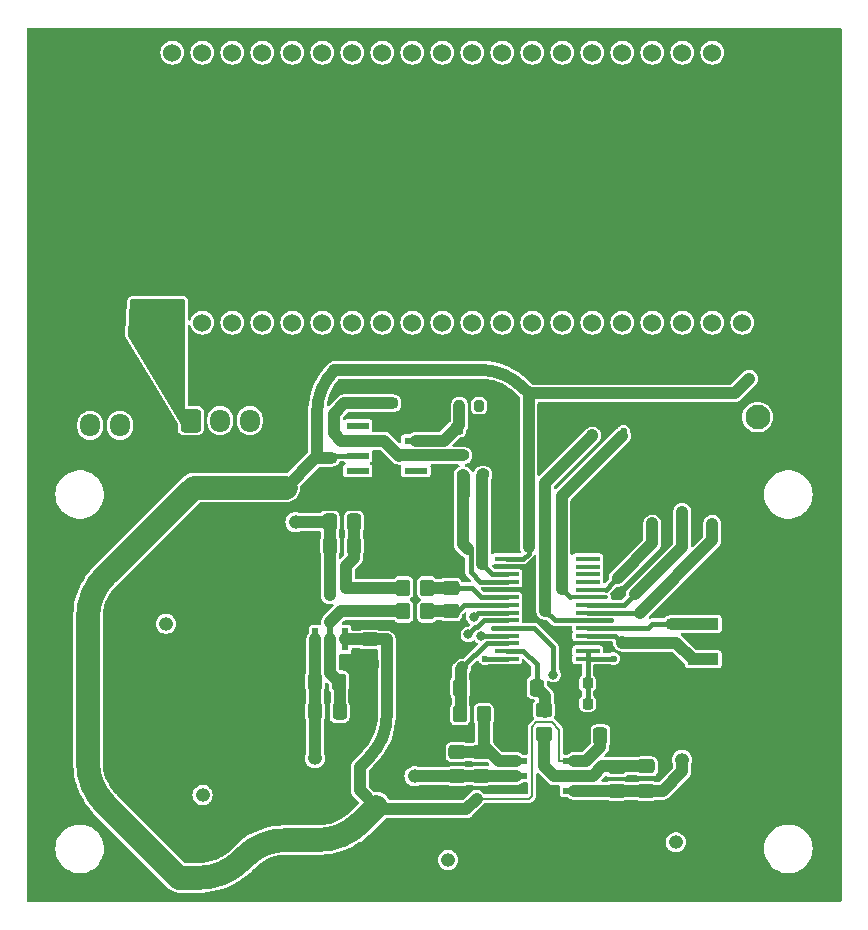
<source format=gbr>
%TF.GenerationSoftware,KiCad,Pcbnew,8.99.0-unknown-a7d493a6a5~180~ubuntu22.04.1*%
%TF.CreationDate,2024-08-13T11:51:02-03:00*%
%TF.ProjectId,esp32_ads1256,65737033-325f-4616-9473-313235362e6b,rev?*%
%TF.SameCoordinates,Original*%
%TF.FileFunction,Copper,L1,Top*%
%TF.FilePolarity,Positive*%
%FSLAX46Y46*%
G04 Gerber Fmt 4.6, Leading zero omitted, Abs format (unit mm)*
G04 Created by KiCad (PCBNEW 8.99.0-unknown-a7d493a6a5~180~ubuntu22.04.1) date 2024-08-13 11:51:02*
%MOMM*%
%LPD*%
G01*
G04 APERTURE LIST*
G04 Aperture macros list*
%AMRoundRect*
0 Rectangle with rounded corners*
0 $1 Rounding radius*
0 $2 $3 $4 $5 $6 $7 $8 $9 X,Y pos of 4 corners*
0 Add a 4 corners polygon primitive as box body*
4,1,4,$2,$3,$4,$5,$6,$7,$8,$9,$2,$3,0*
0 Add four circle primitives for the rounded corners*
1,1,$1+$1,$2,$3*
1,1,$1+$1,$4,$5*
1,1,$1+$1,$6,$7*
1,1,$1+$1,$8,$9*
0 Add four rect primitives between the rounded corners*
20,1,$1+$1,$2,$3,$4,$5,0*
20,1,$1+$1,$4,$5,$6,$7,0*
20,1,$1+$1,$6,$7,$8,$9,0*
20,1,$1+$1,$8,$9,$2,$3,0*%
G04 Aperture macros list end*
%TA.AperFunction,SMDPad,CuDef*%
%ADD10RoundRect,0.250000X0.475000X-0.337500X0.475000X0.337500X-0.475000X0.337500X-0.475000X-0.337500X0*%
%TD*%
%TA.AperFunction,SMDPad,CuDef*%
%ADD11RoundRect,0.250000X0.350000X0.450000X-0.350000X0.450000X-0.350000X-0.450000X0.350000X-0.450000X0*%
%TD*%
%TA.AperFunction,SMDPad,CuDef*%
%ADD12RoundRect,0.225000X0.250000X-0.225000X0.250000X0.225000X-0.250000X0.225000X-0.250000X-0.225000X0*%
%TD*%
%TA.AperFunction,SMDPad,CuDef*%
%ADD13RoundRect,0.250000X0.337500X0.475000X-0.337500X0.475000X-0.337500X-0.475000X0.337500X-0.475000X0*%
%TD*%
%TA.AperFunction,SMDPad,CuDef*%
%ADD14RoundRect,0.225000X0.225000X0.250000X-0.225000X0.250000X-0.225000X-0.250000X0.225000X-0.250000X0*%
%TD*%
%TA.AperFunction,ComponentPad*%
%ADD15O,1.600000X1.200000*%
%TD*%
%TA.AperFunction,ComponentPad*%
%ADD16O,1.200000X1.200000*%
%TD*%
%TA.AperFunction,SMDPad,CuDef*%
%ADD17RoundRect,0.200000X-0.275000X0.200000X-0.275000X-0.200000X0.275000X-0.200000X0.275000X0.200000X0*%
%TD*%
%TA.AperFunction,SMDPad,CuDef*%
%ADD18R,1.981200X0.558800*%
%TD*%
%TA.AperFunction,SMDPad,CuDef*%
%ADD19RoundRect,0.225000X-0.250000X0.225000X-0.250000X-0.225000X0.250000X-0.225000X0.250000X0.225000X0*%
%TD*%
%TA.AperFunction,SMDPad,CuDef*%
%ADD20RoundRect,0.250000X0.450000X-0.350000X0.450000X0.350000X-0.450000X0.350000X-0.450000X-0.350000X0*%
%TD*%
%TA.AperFunction,ComponentPad*%
%ADD21RoundRect,0.250000X-0.600000X-0.725000X0.600000X-0.725000X0.600000X0.725000X-0.600000X0.725000X0*%
%TD*%
%TA.AperFunction,ComponentPad*%
%ADD22O,1.700000X1.950000*%
%TD*%
%TA.AperFunction,ComponentPad*%
%ADD23RoundRect,0.250001X0.799999X0.799999X-0.799999X0.799999X-0.799999X-0.799999X0.799999X-0.799999X0*%
%TD*%
%TA.AperFunction,ComponentPad*%
%ADD24C,2.100000*%
%TD*%
%TA.AperFunction,ComponentPad*%
%ADD25O,1.200000X1.600000*%
%TD*%
%TA.AperFunction,SMDPad,CuDef*%
%ADD26R,2.600000X1.000000*%
%TD*%
%TA.AperFunction,ComponentPad*%
%ADD27R,1.530000X1.530000*%
%TD*%
%TA.AperFunction,ComponentPad*%
%ADD28C,1.530000*%
%TD*%
%TA.AperFunction,SMDPad,CuDef*%
%ADD29R,0.558800X1.981200*%
%TD*%
%TA.AperFunction,SMDPad,CuDef*%
%ADD30RoundRect,0.200000X-0.200000X-0.275000X0.200000X-0.275000X0.200000X0.275000X-0.200000X0.275000X0*%
%TD*%
%TA.AperFunction,SMDPad,CuDef*%
%ADD31RoundRect,0.250000X-0.350000X-0.450000X0.350000X-0.450000X0.350000X0.450000X-0.350000X0.450000X0*%
%TD*%
%TA.AperFunction,SMDPad,CuDef*%
%ADD32RoundRect,0.250000X-0.337500X-0.475000X0.337500X-0.475000X0.337500X0.475000X-0.337500X0.475000X0*%
%TD*%
%TA.AperFunction,SMDPad,CuDef*%
%ADD33RoundRect,0.250000X-0.475000X0.337500X-0.475000X-0.337500X0.475000X-0.337500X0.475000X0.337500X0*%
%TD*%
%TA.AperFunction,SMDPad,CuDef*%
%ADD34RoundRect,0.250000X-0.450000X0.350000X-0.450000X-0.350000X0.450000X-0.350000X0.450000X0.350000X0*%
%TD*%
%TA.AperFunction,SMDPad,CuDef*%
%ADD35R,2.057400X0.431800*%
%TD*%
%TA.AperFunction,ViaPad*%
%ADD36C,0.600000*%
%TD*%
%TA.AperFunction,ViaPad*%
%ADD37C,0.800000*%
%TD*%
%TA.AperFunction,Conductor*%
%ADD38C,0.400000*%
%TD*%
%TA.AperFunction,Conductor*%
%ADD39C,0.200000*%
%TD*%
%TA.AperFunction,Conductor*%
%ADD40C,1.000000*%
%TD*%
%TA.AperFunction,Conductor*%
%ADD41C,0.300000*%
%TD*%
%TA.AperFunction,Conductor*%
%ADD42C,2.000000*%
%TD*%
%TA.AperFunction,Conductor*%
%ADD43C,0.500000*%
%TD*%
G04 APERTURE END LIST*
D10*
%TO.P,C1,1*%
%TO.N,Net-(U1-AIN0)*%
X90400000Y-101437500D03*
%TO.P,C1,2*%
%TO.N,GND*%
X90400000Y-99362500D03*
%TD*%
D11*
%TO.P,R5,1*%
%TO.N,Net-(U1-AIN1)*%
X88400000Y-103450000D03*
%TO.P,R5,2*%
%TO.N,/transimpedance/trans_out_b*%
X86400000Y-103450000D03*
%TD*%
D12*
%TO.P,C30,1*%
%TO.N,Net-(U6-IN-)*%
X83663800Y-85820000D03*
%TO.P,C30,2*%
%TO.N,GND*%
X83663800Y-84270000D03*
%TD*%
D13*
%TO.P,C18,1*%
%TO.N,/transimpedance/trans_out_a*%
X82237500Y-95900000D03*
%TO.P,C18,2*%
%TO.N,Net-(D3-K)*%
X80162500Y-95900000D03*
%TD*%
D14*
%TO.P,C10,1*%
%TO.N,+5V*%
X97000000Y-95200000D03*
%TO.P,C10,2*%
%TO.N,GND*%
X95450000Y-95200000D03*
%TD*%
%TO.P,C27,1*%
%TO.N,GND*%
X92550000Y-88000000D03*
%TO.P,C27,2*%
%TO.N,Net-(U6-IN+)*%
X91000000Y-88000000D03*
%TD*%
D11*
%TO.P,R1,1*%
%TO.N,Net-(U1-AIN0)*%
X88400000Y-101437500D03*
%TO.P,R1,2*%
%TO.N,/transimpedance/trans_out_a*%
X86400000Y-101437500D03*
%TD*%
D15*
%TO.P,D3,1,C*%
%TO.N,GND*%
X74730000Y-95900000D03*
D16*
%TO.P,D3,2,A*%
X76000000Y-97170000D03*
%TO.P,D3,3,K*%
%TO.N,Net-(D3-K)*%
X77270000Y-95900000D03*
%TD*%
D17*
%TO.P,R19,1*%
%TO.N,Net-(U6-IN-)*%
X91450000Y-90250000D03*
%TO.P,R19,2*%
%TO.N,/voltage_reference_buffer/vrefp*%
X91450000Y-91900000D03*
%TD*%
D18*
%TO.P,U2,1,OUTA*%
%TO.N,/transimpedance3/trans_out_a*%
X95950000Y-116104200D03*
%TO.P,U2,2,INA-*%
%TO.N,Net-(D1-K)*%
X95950000Y-117374200D03*
%TO.P,U2,3,INA+*%
%TO.N,GND*%
X95950000Y-118644200D03*
%TO.P,U2,4,V-*%
X95950000Y-119914200D03*
%TO.P,U2,5,INB+*%
X100877600Y-119914200D03*
%TO.P,U2,6,INB-*%
%TO.N,Net-(D2-K)*%
X100877600Y-118644200D03*
%TO.P,U2,7,OUTB*%
%TO.N,/transimpedance3/trans_out_b*%
X100877600Y-117374200D03*
%TO.P,U2,8,V+*%
%TO.N,+5V*%
X100877600Y-116104200D03*
%TD*%
D19*
%TO.P,C28,1*%
%TO.N,+5V*%
X80263800Y-90445000D03*
%TO.P,C28,2*%
%TO.N,GND*%
X80263800Y-91995000D03*
%TD*%
D20*
%TO.P,R10,1*%
%TO.N,Net-(D2-K)*%
X104450000Y-118644200D03*
%TO.P,R10,2*%
%TO.N,/transimpedance3/trans_out_b*%
X104450000Y-116644200D03*
%TD*%
D18*
%TO.P,U6,1,NC*%
%TO.N,unconnected-(U6-NC-Pad1)*%
X87463800Y-91540000D03*
%TO.P,U6,2,IN-*%
%TO.N,Net-(U6-IN-)*%
X87463800Y-90270000D03*
%TO.P,U6,3,IN+*%
%TO.N,Net-(U6-IN+)*%
X87463800Y-89000000D03*
%TO.P,U6,4,V-*%
%TO.N,GND*%
X87463800Y-87730000D03*
%TO.P,U6,5,NC*%
%TO.N,unconnected-(U6-NC-Pad5)*%
X82536200Y-87730000D03*
%TO.P,U6,6,OUTPUT*%
%TO.N,Net-(U6-IN-)*%
X82536200Y-89000000D03*
%TO.P,U6,7,V+*%
%TO.N,+5V*%
X82536200Y-90270000D03*
%TO.P,U6,8,NC*%
%TO.N,unconnected-(U6-NC-Pad8)*%
X82536200Y-91540000D03*
%TD*%
D21*
%TO.P,J1,1,Pin_1*%
%TO.N,GND*%
X57400000Y-87700000D03*
D22*
%TO.P,J1,2,Pin_2*%
%TO.N,/microcontroler/tx1*%
X59900000Y-87700000D03*
%TO.P,J1,3,Pin_3*%
%TO.N,/microcontroler/rx1*%
X62400000Y-87700000D03*
%TD*%
D12*
%TO.P,C13,1*%
%TO.N,GND*%
X108150000Y-107650000D03*
%TO.P,C13,2*%
%TO.N,Net-(U1-XTAL2)*%
X108150000Y-106100000D03*
%TD*%
D14*
%TO.P,C34,1*%
%TO.N,/voltage_reference_buffer/vrefn*%
X93050000Y-95550000D03*
%TO.P,C34,2*%
%TO.N,/voltage_reference_buffer/vrefp*%
X91500000Y-95550000D03*
%TD*%
D15*
%TO.P,D7,1,C*%
%TO.N,GND*%
X112000000Y-123000000D03*
D16*
%TO.P,D7,2,A*%
X110730000Y-121730000D03*
%TO.P,D7,3,K*%
%TO.N,Net-(D7-K)*%
X109460000Y-123000000D03*
%TD*%
D23*
%TO.P,J2,1,Pin_1*%
%TO.N,GND*%
X121000000Y-87000000D03*
D24*
%TO.P,J2,2,Pin_2*%
%TO.N,+5V*%
X116400000Y-87000000D03*
%TD*%
D25*
%TO.P,D5,1,C*%
%TO.N,GND*%
X69400000Y-121540000D03*
D16*
%TO.P,D5,2,A*%
X70670000Y-120270000D03*
%TO.P,D5,3,K*%
%TO.N,Net-(D5-K)*%
X69400000Y-119000000D03*
%TD*%
D26*
%TO.P,Y1,1,1*%
%TO.N,Net-(U1-XTAL1{slash}CLKIN)*%
X111800000Y-104500000D03*
%TO.P,Y1,2,2*%
%TO.N,Net-(U1-XTAL2)*%
X111800000Y-107500000D03*
%TD*%
D27*
%TO.P,U7,J1_1,3V3*%
%TO.N,+3.3V*%
X64300000Y-79000000D03*
D28*
%TO.P,U7,J1_2,3V3*%
X66840000Y-79000000D03*
%TO.P,U7,J1_3,RST*%
%TO.N,unconnected-(U7-RST-PadJ1_3)*%
X69380000Y-79000000D03*
%TO.P,U7,J1_4,GPIO4*%
%TO.N,Net-(J4-Pin_2)*%
X71920000Y-79000000D03*
%TO.P,U7,J1_5,GPIO5*%
%TO.N,Net-(J4-Pin_3)*%
X74460000Y-79000000D03*
%TO.P,U7,J1_6,GPIO6*%
%TO.N,unconnected-(U7-GPIO6-PadJ1_6)*%
X77000000Y-79000000D03*
%TO.P,U7,J1_7,GPIO7*%
%TO.N,unconnected-(U7-GPIO7-PadJ1_7)*%
X79540000Y-79000000D03*
%TO.P,U7,J1_8,GPIO15*%
%TO.N,unconnected-(U7-GPIO15-PadJ1_8)*%
X82080000Y-79000000D03*
%TO.P,U7,J1_9,GPIO16*%
%TO.N,unconnected-(U7-GPIO16-PadJ1_9)*%
X84620000Y-79000000D03*
%TO.P,U7,J1_10,GPIO17*%
%TO.N,unconnected-(U7-GPIO17-PadJ1_10)*%
X87160000Y-79000000D03*
%TO.P,U7,J1_11,GPIO18*%
%TO.N,unconnected-(U7-GPIO18-PadJ1_11)*%
X89700000Y-79000000D03*
%TO.P,U7,J1_12,GPIO8*%
%TO.N,unconnected-(U7-GPIO8-PadJ1_12)*%
X92240000Y-79000000D03*
%TO.P,U7,J1_13,GPIO3*%
%TO.N,unconnected-(U7-GPIO3-PadJ1_13)*%
X94780000Y-79000000D03*
%TO.P,U7,J1_14,GPIO46*%
%TO.N,unconnected-(U7-GPIO46-PadJ1_14)*%
X97320000Y-79000000D03*
%TO.P,U7,J1_15,GPIO9*%
%TO.N,unconnected-(U7-GPIO9-PadJ1_15)*%
X99860000Y-79000000D03*
%TO.P,U7,J1_16,GPIO10*%
%TO.N,/microcontroler/cs*%
X102400000Y-79000000D03*
%TO.P,U7,J1_17,GPIO11*%
%TO.N,/microcontroler/mosi*%
X104940000Y-79000000D03*
%TO.P,U7,J1_18,GPIO12*%
%TO.N,/microcontroler/sclk*%
X107480000Y-79000000D03*
%TO.P,U7,J1_19,GPIO13*%
%TO.N,/microcontroler/miso*%
X110020000Y-79000000D03*
%TO.P,U7,J1_20,GPIO14*%
%TO.N,/microcontroler/int_bar*%
X112560000Y-79000000D03*
%TO.P,U7,J1_21,5V0*%
%TO.N,+5V*%
X115100000Y-79000000D03*
%TO.P,U7,J1_22,GND*%
%TO.N,GND*%
X117640000Y-79000000D03*
%TO.P,U7,J3_1,GND*%
X64300000Y-56140000D03*
%TO.P,U7,J3_2,U0TXD/GPIO43*%
%TO.N,/microcontroler/tx1*%
X66840000Y-56140000D03*
%TO.P,U7,J3_3,U0RXD/GPIO44*%
%TO.N,/microcontroler/rx1*%
X69380000Y-56140000D03*
%TO.P,U7,J3_4,GPIO1*%
%TO.N,unconnected-(U7-GPIO1-PadJ3_4)*%
X71920000Y-56140000D03*
%TO.P,U7,J3_5,GPIO2*%
%TO.N,unconnected-(U7-GPIO2-PadJ3_5)*%
X74460000Y-56140000D03*
%TO.P,U7,J3_6,MTMS/GPIO42*%
%TO.N,unconnected-(U7-MTMS{slash}GPIO42-PadJ3_6)*%
X77000000Y-56140000D03*
%TO.P,U7,J3_7,MTDI/GPIO41*%
%TO.N,unconnected-(U7-MTDI{slash}GPIO41-PadJ3_7)*%
X79540000Y-56140000D03*
%TO.P,U7,J3_8,MTDO/GPIO40*%
%TO.N,unconnected-(U7-MTDO{slash}GPIO40-PadJ3_8)*%
X82080000Y-56140000D03*
%TO.P,U7,J3_9,MTCK/GPIO39*%
%TO.N,unconnected-(U7-MTCK{slash}GPIO39-PadJ3_9)*%
X84620000Y-56140000D03*
%TO.P,U7,J3_10,GPIO38*%
%TO.N,unconnected-(U7-GPIO38-PadJ3_10)*%
X87160000Y-56140000D03*
%TO.P,U7,J3_11,GPIO37*%
%TO.N,unconnected-(U7-GPIO37-PadJ3_11)*%
X89700000Y-56140000D03*
%TO.P,U7,J3_12,GPIO36*%
%TO.N,unconnected-(U7-GPIO36-PadJ3_12)*%
X92240000Y-56140000D03*
%TO.P,U7,J3_13,GPIO35*%
%TO.N,unconnected-(U7-GPIO35-PadJ3_13)*%
X94780000Y-56140000D03*
%TO.P,U7,J3_14,GPIO0*%
%TO.N,unconnected-(U7-GPIO0-PadJ3_14)*%
X97320000Y-56140000D03*
%TO.P,U7,J3_15,GPIO45*%
%TO.N,unconnected-(U7-GPIO45-PadJ3_15)*%
X99860000Y-56140000D03*
%TO.P,U7,J3_16,GPIO48*%
%TO.N,unconnected-(U7-GPIO48-PadJ3_16)*%
X102400000Y-56140000D03*
%TO.P,U7,J3_17,GPIO47*%
%TO.N,unconnected-(U7-GPIO47-PadJ3_17)*%
X104940000Y-56140000D03*
%TO.P,U7,J3_18,GPIO21*%
%TO.N,unconnected-(U7-GPIO21-PadJ3_18)*%
X107480000Y-56140000D03*
%TO.P,U7,J3_19,USB_D+/GPIO20*%
%TO.N,unconnected-(U7-USB_D+{slash}GPIO20-PadJ3_19)*%
X110020000Y-56140000D03*
%TO.P,U7,J3_20,USB_D-/GPIO19*%
%TO.N,unconnected-(U7-USB_D-{slash}GPIO19-PadJ3_20)*%
X112560000Y-56140000D03*
%TO.P,U7,J3_21,GND*%
%TO.N,GND*%
X115100000Y-56140000D03*
%TO.P,U7,J3_22,GND*%
X117640000Y-56140000D03*
%TD*%
D15*
%TO.P,D1,1,C*%
%TO.N,GND*%
X84810000Y-117411700D03*
D16*
%TO.P,D1,2,A*%
X86080000Y-118681700D03*
%TO.P,D1,3,K*%
%TO.N,Net-(D1-K)*%
X87350000Y-117411700D03*
%TD*%
D14*
%TO.P,C12,1*%
%TO.N,Net-(U1-\u002ARESET)*%
X102000000Y-111250000D03*
%TO.P,C12,2*%
%TO.N,GND*%
X100450000Y-111250000D03*
%TD*%
D15*
%TO.P,D6,1,C*%
%TO.N,GND*%
X63760000Y-104500000D03*
D16*
%TO.P,D6,2,A*%
X65030000Y-105770000D03*
%TO.P,D6,3,K*%
%TO.N,Net-(D6-K)*%
X66300000Y-104500000D03*
%TD*%
D29*
%TO.P,U3,1,OUTA*%
%TO.N,/transimpedance/trans_out_a*%
X81470000Y-100900000D03*
%TO.P,U3,2,INA-*%
%TO.N,Net-(D3-K)*%
X80200000Y-100900000D03*
%TO.P,U3,3,INA+*%
%TO.N,GND*%
X78930000Y-100900000D03*
%TO.P,U3,4,V-*%
X77660000Y-100900000D03*
%TO.P,U3,5,INB+*%
X77660000Y-105827600D03*
%TO.P,U3,6,INB-*%
%TO.N,Net-(D4-K)*%
X78930000Y-105827600D03*
%TO.P,U3,7,OUTB*%
%TO.N,/transimpedance/trans_out_b*%
X80200000Y-105827600D03*
%TO.P,U3,8,V+*%
%TO.N,+5V*%
X81470000Y-105827600D03*
%TD*%
D14*
%TO.P,C33,1*%
%TO.N,/voltage_reference_buffer/vrefn*%
X93050000Y-97350000D03*
%TO.P,C33,2*%
%TO.N,/voltage_reference_buffer/vrefp*%
X91500000Y-97350000D03*
%TD*%
D17*
%TO.P,R18,1*%
%TO.N,GND*%
X93150000Y-90200000D03*
%TO.P,R18,2*%
%TO.N,/voltage_reference_buffer/vrefn*%
X93150000Y-91850000D03*
%TD*%
D30*
%TO.P,R17,1*%
%TO.N,Net-(U6-IN+)*%
X91150000Y-86050000D03*
%TO.P,R17,2*%
%TO.N,+2V5*%
X92800000Y-86050000D03*
%TD*%
D15*
%TO.P,D8,1,C*%
%TO.N,GND*%
X87660000Y-124500000D03*
D16*
%TO.P,D8,2,A*%
X88930000Y-125770000D03*
%TO.P,D8,3,K*%
%TO.N,Net-(D8-K)*%
X90200000Y-124500000D03*
%TD*%
D31*
%TO.P,R12,1*%
%TO.N,Net-(D4-K)*%
X78930000Y-109400000D03*
%TO.P,R12,2*%
%TO.N,/transimpedance/trans_out_b*%
X80930000Y-109400000D03*
%TD*%
D32*
%TO.P,C4,1*%
%TO.N,Net-(U1-AIN6)*%
X91200000Y-109900000D03*
%TO.P,C4,2*%
%TO.N,GND*%
X93275000Y-109900000D03*
%TD*%
D14*
%TO.P,C32,1*%
%TO.N,/voltage_reference_buffer/vrefn*%
X93050000Y-93550000D03*
%TO.P,C32,2*%
%TO.N,/voltage_reference_buffer/vrefp*%
X91500000Y-93550000D03*
%TD*%
D13*
%TO.P,C16,1*%
%TO.N,+5V*%
X103087500Y-114000000D03*
%TO.P,C16,2*%
%TO.N,GND*%
X101012500Y-114000000D03*
%TD*%
D33*
%TO.P,C5,1*%
%TO.N,Net-(U1-AIN1)*%
X90400000Y-103450000D03*
%TO.P,C5,2*%
%TO.N,GND*%
X90400000Y-105525000D03*
%TD*%
D31*
%TO.P,R4,1*%
%TO.N,Net-(U1-AIN6)*%
X91200000Y-112150000D03*
%TO.P,R4,2*%
%TO.N,/transimpedance3/trans_out_a*%
X93200000Y-112150000D03*
%TD*%
D34*
%TO.P,R8,1*%
%TO.N,Net-(U1-AIN7)*%
X98300000Y-111800000D03*
%TO.P,R8,2*%
%TO.N,/transimpedance3/trans_out_b*%
X98300000Y-113800000D03*
%TD*%
D12*
%TO.P,C31,1*%
%TO.N,Net-(U6-IN-)*%
X85463800Y-85820000D03*
%TO.P,C31,2*%
%TO.N,GND*%
X85463800Y-84270000D03*
%TD*%
D21*
%TO.P,J4,1,Pin_1*%
%TO.N,+3.3V*%
X68400000Y-87300000D03*
D22*
%TO.P,J4,2,Pin_2*%
%TO.N,Net-(J4-Pin_2)*%
X70900000Y-87300000D03*
%TO.P,J4,3,Pin_3*%
%TO.N,Net-(J4-Pin_3)*%
X73400000Y-87300000D03*
%TO.P,J4,4,Pin_4*%
%TO.N,GND*%
X75900000Y-87300000D03*
%TD*%
D35*
%TO.P,U1,1,AVDD*%
%TO.N,+5V*%
X95142000Y-99000000D03*
%TO.P,U1,2,AGND*%
%TO.N,GND*%
X95142000Y-99650001D03*
%TO.P,U1,3,VREFN*%
%TO.N,/voltage_reference_buffer/vrefn*%
X95142000Y-100300000D03*
%TO.P,U1,4,VREFP*%
%TO.N,/voltage_reference_buffer/vrefp*%
X95142000Y-100950001D03*
%TO.P,U1,5,AINCOM*%
%TO.N,GND*%
X95142000Y-101599999D03*
%TO.P,U1,6,AIN0*%
%TO.N,Net-(U1-AIN0)*%
X95142000Y-102250001D03*
%TO.P,U1,7,AIN1*%
%TO.N,Net-(U1-AIN1)*%
X95142000Y-102899999D03*
%TO.P,U1,8,AIN2*%
%TO.N,Net-(U1-AIN2)*%
X95142000Y-103549998D03*
%TO.P,U1,9,AIN3*%
%TO.N,Net-(U1-AIN3)*%
X95142000Y-104199999D03*
%TO.P,U1,10,AIN4*%
%TO.N,Net-(U1-AIN4)*%
X95142000Y-104849998D03*
%TO.P,U1,11,AIN5*%
%TO.N,Net-(U1-AIN5)*%
X95142000Y-105499999D03*
%TO.P,U1,12,AIN6*%
%TO.N,Net-(U1-AIN6)*%
X95142000Y-106149998D03*
%TO.P,U1,13,AIN7*%
%TO.N,Net-(U1-AIN7)*%
X95142000Y-106799999D03*
%TO.P,U1,14,\u002ASYNC/\u002APDWN*%
%TO.N,Net-(U1-\u002ARESET)*%
X95142000Y-107449998D03*
%TO.P,U1,15,\u002ARESET*%
X102000000Y-107450000D03*
%TO.P,U1,16,DVDD*%
X102000000Y-106799999D03*
%TO.P,U1,17,DGND*%
%TO.N,GND*%
X102000000Y-106150000D03*
%TO.P,U1,18,XTAL2*%
%TO.N,Net-(U1-XTAL2)*%
X102000000Y-105499999D03*
%TO.P,U1,19,XTAL1/CLKIN*%
%TO.N,Net-(U1-XTAL1{slash}CLKIN)*%
X102000000Y-104850001D03*
%TO.P,U1,20,\u002ACS*%
%TO.N,/microcontroler/cs*%
X102000000Y-104199999D03*
%TO.P,U1,21,\u002ADRDY*%
%TO.N,/microcontroler/int_bar*%
X102000000Y-103550001D03*
%TO.P,U1,22,DOUT*%
%TO.N,/microcontroler/miso*%
X102000000Y-102899999D03*
%TO.P,U1,23,DIN*%
%TO.N,/microcontroler/mosi*%
X102000000Y-102250001D03*
%TO.P,U1,24,SCLK*%
%TO.N,/microcontroler/sclk*%
X102000000Y-101599999D03*
%TO.P,U1,25,D0/CLKOUT*%
%TO.N,unconnected-(U1-D0{slash}CLKOUT-Pad25)*%
X102000000Y-100950001D03*
%TO.P,U1,26,D1*%
%TO.N,unconnected-(U1-D1-Pad26)*%
X102000000Y-100300000D03*
%TO.P,U1,27,D2*%
%TO.N,unconnected-(U1-D2-Pad27)*%
X102000000Y-99650001D03*
%TO.P,U1,28,D3*%
%TO.N,unconnected-(U1-D3-Pad28)*%
X102000000Y-99000000D03*
%TD*%
D20*
%TO.P,R9,1*%
%TO.N,Net-(D1-K)*%
X92950000Y-117374200D03*
%TO.P,R9,2*%
%TO.N,/transimpedance3/trans_out_a*%
X92950000Y-115374200D03*
%TD*%
D14*
%TO.P,C11,1*%
%TO.N,Net-(U1-\u002ARESET)*%
X102000000Y-109550000D03*
%TO.P,C11,2*%
%TO.N,GND*%
X100450000Y-109550000D03*
%TD*%
D15*
%TO.P,D2,1,C*%
%TO.N,GND*%
X112540000Y-116000000D03*
D16*
%TO.P,D2,2,A*%
X111270000Y-114730000D03*
%TO.P,D2,3,K*%
%TO.N,Net-(D2-K)*%
X110000000Y-116000000D03*
%TD*%
D13*
%TO.P,C8,1*%
%TO.N,Net-(U1-AIN7)*%
X97687500Y-109900000D03*
%TO.P,C8,2*%
%TO.N,GND*%
X95612500Y-109900000D03*
%TD*%
%TO.P,C20,1*%
%TO.N,/transimpedance/trans_out_b*%
X81005000Y-111900000D03*
%TO.P,C20,2*%
%TO.N,Net-(D4-K)*%
X78930000Y-111900000D03*
%TD*%
D33*
%TO.P,C19,1*%
%TO.N,+5V*%
X83550000Y-105827600D03*
%TO.P,C19,2*%
%TO.N,GND*%
X83550000Y-107902600D03*
%TD*%
D19*
%TO.P,C14,1*%
%TO.N,GND*%
X109150000Y-102950000D03*
%TO.P,C14,2*%
%TO.N,Net-(U1-XTAL1{slash}CLKIN)*%
X109150000Y-104500000D03*
%TD*%
D14*
%TO.P,C9,1*%
%TO.N,+5V*%
X97000000Y-96850000D03*
%TO.P,C9,2*%
%TO.N,GND*%
X95450000Y-96850000D03*
%TD*%
D12*
%TO.P,C29,1*%
%TO.N,Net-(U6-IN-)*%
X81963800Y-85810000D03*
%TO.P,C29,2*%
%TO.N,GND*%
X81963800Y-84260000D03*
%TD*%
D33*
%TO.P,C15,1*%
%TO.N,/transimpedance3/trans_out_a*%
X90950000Y-115336700D03*
%TO.P,C15,2*%
%TO.N,Net-(D1-K)*%
X90950000Y-117411700D03*
%TD*%
D25*
%TO.P,D4,1,C*%
%TO.N,GND*%
X78930000Y-118440000D03*
D16*
%TO.P,D4,2,A*%
X80200000Y-117170000D03*
%TO.P,D4,3,K*%
%TO.N,Net-(D4-K)*%
X78930000Y-115900000D03*
%TD*%
D33*
%TO.P,C17,1*%
%TO.N,/transimpedance3/trans_out_b*%
X106950000Y-116569200D03*
%TO.P,C17,2*%
%TO.N,Net-(D2-K)*%
X106950000Y-118644200D03*
%TD*%
D31*
%TO.P,R11,1*%
%TO.N,Net-(D3-K)*%
X80200000Y-97900000D03*
%TO.P,R11,2*%
%TO.N,/transimpedance/trans_out_a*%
X82200000Y-97900000D03*
%TD*%
D36*
%TO.N,Net-(U1-\u002ARESET)*%
X93300000Y-107450000D03*
X104200000Y-107450000D03*
%TO.N,+5V*%
X115650000Y-83600000D03*
%TO.N,/microcontroler/mosi*%
X105050000Y-88200000D03*
%TO.N,/microcontroler/cs*%
X102350000Y-88600000D03*
D37*
%TO.N,Net-(U1-AIN2)*%
X92350000Y-103900000D03*
%TO.N,/microcontroler/int_bar*%
X112500000Y-96000000D03*
%TO.N,/microcontroler/miso*%
X110000000Y-95000000D03*
%TO.N,/microcontroler/sclk*%
X107450000Y-96000000D03*
%TO.N,GND*%
X88200000Y-113400000D03*
X89000000Y-96500000D03*
X95000000Y-87500000D03*
%TO.N,+5V*%
X85000000Y-105828000D03*
X97000000Y-85000000D03*
X92700000Y-119300000D03*
%TO.N,Net-(U1-AIN3)*%
X91900000Y-105400000D03*
%TO.N,Net-(U1-AIN4)*%
X99100000Y-108800000D03*
%TO.N,Net-(U1-AIN5)*%
X93015000Y-105565000D03*
%TD*%
D38*
%TO.N,Net-(U1-XTAL1{slash}CLKIN)*%
X109150000Y-104500000D02*
X107450000Y-104500000D01*
X107450000Y-104500000D02*
X107099999Y-104850001D01*
X107099999Y-104850001D02*
X102000000Y-104850001D01*
%TO.N,Net-(U1-AIN3)*%
X92650000Y-104800000D02*
X92500000Y-104800000D01*
X92500000Y-104800000D02*
X91900000Y-105400000D01*
X92650000Y-104800000D02*
X93250000Y-104200000D01*
X93250000Y-104200000D02*
X95141999Y-104200000D01*
X95141999Y-104200000D02*
X95142000Y-104199999D01*
%TO.N,Net-(U1-AIN7)*%
X95142000Y-106799999D02*
X96570700Y-106799999D01*
X96570700Y-106799999D02*
X97687500Y-107916799D01*
X97687500Y-107916799D02*
X97687500Y-109900000D01*
%TO.N,Net-(U1-\u002ARESET)*%
X102000000Y-106799999D02*
X102000000Y-111250000D01*
X102000000Y-107450000D02*
X104200000Y-107450000D01*
X93200002Y-107449998D02*
X93200000Y-107450000D01*
X95142000Y-107449998D02*
X93200002Y-107449998D01*
%TO.N,Net-(U1-AIN4)*%
X99100000Y-106450000D02*
X97500000Y-104850000D01*
X99100000Y-108800000D02*
X99100000Y-106450000D01*
X97500000Y-104850000D02*
X93950000Y-104850000D01*
D39*
%TO.N,Net-(U1-AIN7)*%
X97687500Y-109900000D02*
X98200000Y-109900000D01*
D40*
X97687500Y-109900000D02*
X98400000Y-110612500D01*
X98400000Y-110612500D02*
X98400000Y-110950000D01*
%TO.N,+5V*%
X97000000Y-85000000D02*
X114450000Y-85000000D01*
X114450000Y-85000000D02*
X115700000Y-83750000D01*
%TO.N,/microcontroler/cs*%
X102350000Y-88600000D02*
X98400000Y-92550000D01*
%TO.N,/microcontroler/mosi*%
X104940000Y-88560000D02*
X99800000Y-93700000D01*
X99800000Y-93700000D02*
X99800000Y-101549000D01*
D38*
%TO.N,Net-(U1-AIN2)*%
X92350000Y-103900000D02*
X92700000Y-103550000D01*
X92700000Y-103550000D02*
X93000000Y-103550000D01*
%TO.N,+5V*%
X97000000Y-98000000D02*
X97000000Y-98550000D01*
X97000000Y-98550000D02*
X96550000Y-99000000D01*
X96550000Y-99000000D02*
X95142000Y-99000000D01*
%TO.N,/microcontroler/int_bar*%
X106450000Y-103550000D02*
X102000001Y-103550000D01*
X102000001Y-103550000D02*
X102000000Y-103550001D01*
%TO.N,Net-(U1-XTAL2)*%
X104349999Y-105499999D02*
X102000002Y-105499999D01*
D41*
X104350000Y-105500000D02*
X104349999Y-105499999D01*
D38*
%TO.N,/microcontroler/cs*%
X99200000Y-104200000D02*
X103950000Y-104200000D01*
%TO.N,Net-(U1-AIN6)*%
X95142000Y-106149998D02*
X95141998Y-106150000D01*
X95141998Y-106150000D02*
X93450000Y-106150000D01*
X93450000Y-106150000D02*
X91400000Y-108200000D01*
%TO.N,Net-(U1-AIN5)*%
X93015000Y-105565000D02*
X93080000Y-105500000D01*
X93080000Y-105500000D02*
X95141999Y-105500000D01*
X95141999Y-105500000D02*
X95142000Y-105499999D01*
%TO.N,Net-(U1-AIN2)*%
X95142000Y-103549998D02*
X95141998Y-103550000D01*
X95141998Y-103550000D02*
X93000000Y-103550000D01*
%TO.N,Net-(U1-AIN1)*%
X95142000Y-102899999D02*
X95141999Y-102900000D01*
X95141999Y-102900000D02*
X91550000Y-102900000D01*
X91550000Y-102900000D02*
X91000000Y-103450000D01*
%TO.N,Net-(U1-AIN0)*%
X95142000Y-102250001D02*
X95141999Y-102250000D01*
X95141999Y-102250000D02*
X93000000Y-102250000D01*
X93000000Y-102250000D02*
X92200000Y-101450000D01*
X92200000Y-101450000D02*
X91000000Y-101450000D01*
%TO.N,/voltage_reference_buffer/vrefp*%
X91850000Y-98150000D02*
X92100000Y-98400000D01*
X92100000Y-98400000D02*
X92100000Y-100150000D01*
X92100000Y-100150000D02*
X92900000Y-100950000D01*
X92900000Y-100950000D02*
X95141999Y-100950000D01*
X95141999Y-100950000D02*
X95142000Y-100950001D01*
%TO.N,/voltage_reference_buffer/vrefn*%
X95142000Y-100300000D02*
X93945900Y-100300000D01*
X93945900Y-100300000D02*
X93050000Y-99404100D01*
D39*
%TO.N,Net-(U1-\u002ARESET)*%
X101975000Y-109404000D02*
X102000000Y-109429000D01*
X102000000Y-109429000D02*
X102000000Y-109550000D01*
X101975000Y-107558000D02*
X102000000Y-107533000D01*
X102000000Y-107533000D02*
X102000000Y-107450000D01*
D40*
%TO.N,GND*%
X78930000Y-118440000D02*
X79071700Y-118581700D01*
%TO.N,+5V*%
X103088000Y-114000100D02*
X103088000Y-114000000D01*
X85000000Y-105828000D02*
X85000000Y-112228932D01*
D39*
X103088000Y-114000200D02*
X103088000Y-114000100D01*
X103088000Y-114228000D02*
X103088000Y-114114000D01*
D41*
X100877500Y-116104000D02*
X100878000Y-116104000D01*
D42*
X69128973Y-126000000D02*
X67400000Y-126000000D01*
X84100300Y-119982000D02*
X82746766Y-121335534D01*
D41*
X100877600Y-116104100D02*
X100877600Y-116104200D01*
D40*
X97000000Y-85000000D02*
X96464466Y-84464466D01*
D38*
X80438800Y-90270000D02*
X80263800Y-90445000D01*
D39*
X103088000Y-114028000D02*
X103088000Y-114014000D01*
D40*
X78955002Y-90445000D02*
X76435507Y-92964495D01*
D39*
X97669000Y-112850000D02*
X97297300Y-113221000D01*
X103088000Y-114057000D02*
X103088000Y-114028000D01*
D40*
X82700000Y-118581700D02*
X84100300Y-119982000D01*
D42*
X68635505Y-92964495D02*
X76435507Y-92964495D01*
D40*
X103088000Y-114028000D02*
X103088000Y-114014000D01*
D41*
X103088000Y-114000000D02*
X103087500Y-114000000D01*
D40*
X81470400Y-105828000D02*
X83549600Y-105828000D01*
D39*
X97051200Y-119300000D02*
X92700000Y-119300000D01*
D40*
X79445000Y-90445000D02*
X80263800Y-90445000D01*
X80600000Y-83000000D02*
X80564466Y-83035534D01*
X81470000Y-105828000D02*
X81470100Y-105828000D01*
X103088000Y-114000500D02*
X103088000Y-114000200D01*
X103088000Y-114014000D02*
X103088000Y-114007000D01*
D39*
X81470400Y-105828000D02*
X81470200Y-105828000D01*
D41*
X83550000Y-105827600D02*
X83550000Y-105828000D01*
D40*
X79100000Y-86571068D02*
X79100000Y-90100000D01*
D39*
X81470100Y-105828000D02*
X81470000Y-105828000D01*
D41*
X81470100Y-105828000D02*
X81470000Y-105828000D01*
D39*
X97297300Y-119054000D02*
X97051200Y-119300000D01*
X100877000Y-116104000D02*
X99585300Y-116104000D01*
D40*
X92928932Y-83000000D02*
X80600000Y-83000000D01*
D42*
X67400000Y-126000000D02*
X61164466Y-119764466D01*
X79211232Y-122800000D02*
X76471068Y-122800000D01*
D39*
X99585300Y-113465000D02*
X98969700Y-112850000D01*
D41*
X83550400Y-105828000D02*
X83550000Y-105828000D01*
D39*
X83549600Y-105828000D02*
X83550000Y-105828000D01*
D40*
X103088000Y-114007000D02*
X103088000Y-114004000D01*
D39*
X81470200Y-105828000D02*
X81470100Y-105828000D01*
X103088000Y-114114000D02*
X103088000Y-114057000D01*
D40*
X103088000Y-114456000D02*
X103088000Y-114228000D01*
X83535534Y-115764466D02*
X82700000Y-116600000D01*
X83549600Y-105828000D02*
X83550000Y-105828000D01*
D39*
X103088000Y-114000500D02*
X103088000Y-114000200D01*
X98969700Y-112850000D02*
X97669000Y-112850000D01*
D40*
X81470200Y-105828000D02*
X81470400Y-105828000D01*
D38*
X82536200Y-90270000D02*
X80438800Y-90270000D01*
D40*
X83550400Y-105828000D02*
X85000000Y-105828000D01*
X91700000Y-120200000D02*
X92600000Y-119300000D01*
D41*
X81470000Y-105827600D02*
X81470000Y-105828000D01*
D39*
X103088000Y-114002000D02*
X103088000Y-114001000D01*
D40*
X103088000Y-114002000D02*
X103088000Y-114001000D01*
X103088000Y-114114000D02*
X103088000Y-114057000D01*
X84318300Y-120200000D02*
X91700000Y-120200000D01*
D41*
X100877500Y-116104000D02*
X100877600Y-116104100D01*
D40*
X103088000Y-114001000D02*
X103088000Y-114000500D01*
X101896000Y-116104000D02*
X103088000Y-114912000D01*
X97000000Y-95200000D02*
X97000000Y-96850000D01*
X79100000Y-90100000D02*
X79445000Y-90445000D01*
D42*
X72935534Y-124264466D02*
X72664466Y-124535534D01*
X61164466Y-100435534D02*
X68635505Y-92964495D01*
D40*
X103088000Y-114057000D02*
X103088000Y-114028000D01*
X103088000Y-114004000D02*
X103088000Y-114002000D01*
X81470100Y-105828000D02*
X81470200Y-105828000D01*
D39*
X103088000Y-114000100D02*
X103088000Y-114000000D01*
D40*
X100878000Y-116104000D02*
X101896000Y-116104000D01*
X80263800Y-90445000D02*
X78955002Y-90445000D01*
D39*
X97297300Y-113221000D02*
X97297300Y-119054000D01*
X103088000Y-114004000D02*
X103088000Y-114002000D01*
X92600000Y-119300000D02*
X92700000Y-119300000D01*
D40*
X84100300Y-119982000D02*
X84318300Y-120200000D01*
D41*
X100877000Y-116104000D02*
X100877500Y-116104000D01*
D39*
X99585300Y-116104000D02*
X99585300Y-113465000D01*
D40*
X103088000Y-114912000D02*
X103088000Y-114456000D01*
X103088000Y-114228000D02*
X103088000Y-114114000D01*
X82700000Y-116600000D02*
X82700000Y-118581700D01*
X97000000Y-95200000D02*
X97000000Y-85000000D01*
X97000000Y-96850000D02*
X97000000Y-98000000D01*
X83550000Y-105828000D02*
X83550400Y-105828000D01*
D42*
X59700000Y-116228932D02*
X59700000Y-103971068D01*
D41*
X81470100Y-105828000D02*
X81470000Y-105828000D01*
D40*
X103088000Y-114000200D02*
X103088000Y-114000100D01*
D39*
X103088000Y-114456000D02*
X103088000Y-114228000D01*
X103088000Y-114014000D02*
X103088000Y-114007000D01*
X103088000Y-114007000D02*
X103088000Y-114004000D01*
X103088000Y-114001000D02*
X103088000Y-114000500D01*
D42*
X59700000Y-103971068D02*
G75*
G02*
X61164482Y-100435550I5000000J-32D01*
G01*
X76471068Y-122800000D02*
G75*
G03*
X72935550Y-124264482I32J-5000000D01*
G01*
D40*
X96464466Y-84464466D02*
G75*
G03*
X92928932Y-82999977I-3535566J-3535534D01*
G01*
X79100000Y-86571068D02*
G75*
G02*
X80564482Y-83035550I5000000J-32D01*
G01*
D42*
X82746766Y-121335534D02*
G75*
G02*
X79211232Y-122800023I-3535566J3535534D01*
G01*
X61164466Y-119764466D02*
G75*
G02*
X59699977Y-116228932I3535534J3535566D01*
G01*
X72664466Y-124535534D02*
G75*
G02*
X69128973Y-125999981I-3535466J3535434D01*
G01*
D40*
X85000000Y-112228932D02*
G75*
G02*
X83535518Y-115764450I-5000000J32D01*
G01*
%TO.N,Net-(U1-XTAL2)*%
X104900000Y-106050000D02*
X104950000Y-106100000D01*
X110900000Y-107500000D02*
X111800000Y-107500000D01*
X104950000Y-106100000D02*
X108150000Y-106100000D01*
X108150000Y-106100000D02*
X109500000Y-106100000D01*
D38*
X104900000Y-106050000D02*
X104350000Y-105500000D01*
D40*
X109500000Y-106100000D02*
X110900000Y-107500000D01*
%TO.N,Net-(U1-XTAL1{slash}CLKIN)*%
X109150000Y-104500000D02*
X111800000Y-104500000D01*
%TO.N,/voltage_reference_buffer/vrefn*%
X93050000Y-91950000D02*
X93150000Y-91850000D01*
X93050000Y-93550000D02*
X93050000Y-91950000D01*
X93050000Y-95550000D02*
X93050000Y-93550000D01*
X93050000Y-99404100D02*
X93050000Y-97350000D01*
X93050000Y-97350000D02*
X93050000Y-95550000D01*
D41*
%TO.N,Net-(U1-AIN0)*%
X88400100Y-101438000D02*
X88400000Y-101438000D01*
X90400100Y-101438000D02*
X90400000Y-101437900D01*
D40*
X88400500Y-101438000D02*
X88400200Y-101438000D01*
D41*
X88400100Y-101438000D02*
X88400000Y-101438000D01*
D39*
X91000000Y-101450000D02*
X90988000Y-101438000D01*
D41*
X90400000Y-101437900D02*
X90400000Y-101437500D01*
D39*
X90400100Y-101438000D02*
X90400000Y-101438000D01*
D41*
X88400000Y-101437900D02*
X88400000Y-101437500D01*
D39*
X90400500Y-101438000D02*
X90400300Y-101438000D01*
X88400100Y-101438000D02*
X88400000Y-101438000D01*
X90400200Y-101438000D02*
X90400100Y-101438000D01*
D40*
X88400100Y-101438000D02*
X88400000Y-101438000D01*
D39*
X90400300Y-101438000D02*
X90400200Y-101438000D01*
D40*
X88400200Y-101438000D02*
X88400100Y-101438000D01*
D41*
X90400100Y-101438000D02*
X90400000Y-101438000D01*
D39*
X88400500Y-101438000D02*
X88400200Y-101438000D01*
X88400200Y-101438000D02*
X88400100Y-101438000D01*
D41*
X88400100Y-101438000D02*
X88400000Y-101437900D01*
D39*
X90400500Y-101438000D02*
X90400300Y-101438000D01*
D40*
X90400000Y-101438000D02*
X88400500Y-101438000D01*
D39*
X90400300Y-101438000D02*
X90400200Y-101438000D01*
X88400100Y-101438000D02*
X88400000Y-101438000D01*
X90988000Y-101438000D02*
X90400500Y-101438000D01*
X90400200Y-101438000D02*
X90400100Y-101438000D01*
X90400100Y-101438000D02*
X90400000Y-101438000D01*
D41*
X90400100Y-101438000D02*
X90400000Y-101438000D01*
D40*
%TO.N,/voltage_reference_buffer/vrefp*%
X91450000Y-94834700D02*
X91450000Y-93367300D01*
X91450000Y-93367300D02*
X91450000Y-91900000D01*
X91450000Y-96292300D02*
X91450000Y-94834700D01*
X91550000Y-92000000D02*
X91550000Y-93600000D01*
D41*
X91500000Y-96342300D02*
X91500000Y-97350000D01*
D40*
X91450000Y-91900000D02*
X91550000Y-92000000D01*
X91850000Y-98150000D02*
X91450000Y-97750000D01*
D41*
X91500000Y-93417300D02*
X91500000Y-93550000D01*
X91500000Y-94884700D02*
X91500000Y-95550000D01*
X91450000Y-94834700D02*
X91500000Y-94884700D01*
X91450000Y-96292300D02*
X91500000Y-96342300D01*
D40*
X91450000Y-97750000D02*
X91450000Y-96292300D01*
D41*
X91450000Y-93367300D02*
X91500000Y-93417300D01*
D40*
%TO.N,/microcontroler/int_bar*%
X112560000Y-96024900D02*
X112560000Y-97440000D01*
X112560000Y-97440000D02*
X106450000Y-103550000D01*
%TO.N,Net-(U1-AIN1)*%
X90400000Y-103450000D02*
X88400000Y-103450000D01*
D39*
X90400000Y-103450000D02*
X91000000Y-103450000D01*
D38*
%TO.N,/microcontroler/miso*%
X106000000Y-102000000D02*
X105100000Y-102900000D01*
D40*
X106000000Y-102000000D02*
X110000000Y-98000000D01*
X110000000Y-98000000D02*
X110000000Y-95000000D01*
D38*
X105100000Y-102900000D02*
X102000000Y-102900000D01*
D41*
%TO.N,/microcontroler/sclk*%
X103551000Y-101600000D02*
X102000001Y-101600000D01*
D39*
X104166000Y-100986000D02*
X104557000Y-100595000D01*
X104164000Y-100986000D02*
X104166000Y-100986000D01*
D40*
X107480000Y-97671500D02*
X107480000Y-96000000D01*
X104557000Y-100595000D02*
X107480000Y-97671500D01*
D38*
X104778000Y-100373000D02*
X104164000Y-100986000D01*
D41*
X102000001Y-101600000D02*
X102000000Y-101599999D01*
D38*
X104164000Y-100986000D02*
X103551000Y-101600000D01*
D41*
%TO.N,/microcontroler/mosi*%
X100501000Y-102250000D02*
X103600000Y-102250000D01*
D38*
X99800000Y-101549000D02*
X100501000Y-102250000D01*
%TO.N,/microcontroler/cs*%
X98400000Y-103400000D02*
X99200000Y-104200000D01*
D40*
%TO.N,Net-(D1-K)*%
X87350100Y-117412000D02*
X87350200Y-117412000D01*
D41*
X87350100Y-117412000D02*
X87350000Y-117412000D01*
D40*
X95912500Y-117412000D02*
X95949900Y-117374000D01*
D39*
X92950000Y-117374000D02*
X92950000Y-117374200D01*
D41*
X87350100Y-117412000D02*
X87350000Y-117411900D01*
X95950000Y-117374000D02*
X95950000Y-117374200D01*
D40*
X87350000Y-117412000D02*
X87350100Y-117412000D01*
D41*
X90950000Y-117411700D02*
X90950000Y-117412000D01*
D40*
X92950000Y-117412000D02*
X95912500Y-117412000D01*
D39*
X87350200Y-117412000D02*
X87350100Y-117412000D01*
D40*
X90950000Y-117412000D02*
X92950000Y-117412000D01*
X87350200Y-117412000D02*
X87350300Y-117412000D01*
D39*
X87350300Y-117412000D02*
X87350200Y-117412000D01*
X95950000Y-117374000D02*
X95949900Y-117374000D01*
X92950000Y-117374200D02*
X92950000Y-117412000D01*
D41*
X87350000Y-117411900D02*
X87350000Y-117411700D01*
D40*
X87350300Y-117412000D02*
X90950000Y-117412000D01*
D39*
X87350100Y-117412000D02*
X87350000Y-117412000D01*
D40*
X95949900Y-117374000D02*
X95950000Y-117374000D01*
D41*
X87350100Y-117412000D02*
X87350000Y-117412000D01*
D40*
%TO.N,Net-(D2-K)*%
X100878000Y-118644000D02*
X104449800Y-118644000D01*
D41*
X100878000Y-118644000D02*
X100877800Y-118644000D01*
X104449800Y-118644000D02*
X104450000Y-118644200D01*
D39*
X106949800Y-118644000D02*
X106950000Y-118644000D01*
D40*
X106950000Y-118644000D02*
X108356000Y-118644000D01*
D39*
X106450000Y-118644000D02*
X106949800Y-118644000D01*
D41*
X100877800Y-118644000D02*
X100877600Y-118644200D01*
D40*
X104449800Y-118644000D02*
X106450000Y-118644000D01*
X110000000Y-117000000D02*
X110000000Y-116000000D01*
X108356000Y-118644000D02*
X110000000Y-117000000D01*
D41*
X106949800Y-118644000D02*
X106950000Y-118644200D01*
D39*
%TO.N,/transimpedance/trans_out_a*%
X81470000Y-100599000D02*
X81470000Y-100900000D01*
D40*
X82237500Y-95900000D02*
X82237500Y-97406200D01*
D39*
X82237500Y-97406200D02*
X82200000Y-97443700D01*
D40*
X82237500Y-97406200D02*
X82237500Y-98912500D01*
D41*
X86399700Y-101438000D02*
X86400000Y-101437700D01*
D40*
X81550000Y-100519000D02*
X81550000Y-101438000D01*
X81550000Y-101438000D02*
X85737500Y-101438000D01*
X81550000Y-99600000D02*
X81550000Y-100519000D01*
D41*
X86400000Y-101437700D02*
X86400000Y-101437500D01*
X86399700Y-101438000D02*
X86399800Y-101438000D01*
X86399500Y-101438000D02*
X86399700Y-101438000D01*
D39*
X85737500Y-101438000D02*
X86399500Y-101438000D01*
X81550000Y-100519000D02*
X81470000Y-100599000D01*
D40*
X82237500Y-98912500D02*
X81550000Y-99600000D01*
D39*
X82200000Y-97443700D02*
X82200000Y-97900000D01*
D40*
%TO.N,/transimpedance/trans_out_b*%
X81005000Y-111900000D02*
X81005000Y-109475000D01*
X81005000Y-109475000D02*
X80930000Y-109400000D01*
X80200000Y-105827600D02*
X80200000Y-108670000D01*
X80200000Y-108670000D02*
X80930000Y-109400000D01*
D43*
X80200000Y-104350000D02*
X80200000Y-105827600D01*
D40*
X81100000Y-103450000D02*
X80200000Y-104350000D01*
X81100000Y-103450000D02*
X86400000Y-103450000D01*
%TO.N,/transimpedance3/trans_out_a*%
X94480000Y-116104000D02*
X93712500Y-115337000D01*
X95950000Y-116104000D02*
X95949900Y-116104000D01*
D41*
X90950000Y-115336700D02*
X90950000Y-115337000D01*
X92949600Y-115374000D02*
X92949800Y-115374000D01*
D40*
X92912800Y-115337000D02*
X93712500Y-115337000D01*
D41*
X92931400Y-115356000D02*
X92949600Y-115374000D01*
X95950000Y-116104000D02*
X95950000Y-116104200D01*
D40*
X90950000Y-115337000D02*
X92912800Y-115337000D01*
D39*
X95949900Y-116104000D02*
X95950000Y-116104000D01*
D41*
X92950000Y-115374200D02*
X92949800Y-115374000D01*
D39*
X95949800Y-116104000D02*
X95949900Y-116104000D01*
D40*
X95949800Y-116104000D02*
X94480000Y-116104000D01*
D39*
X92912800Y-115337000D02*
X92931400Y-115356000D01*
D40*
X95949900Y-116104000D02*
X95949800Y-116104000D01*
X93200000Y-112150000D02*
X93200000Y-114824000D01*
X93200000Y-114824000D02*
X93712500Y-115337000D01*
D39*
%TO.N,Net-(U1-AIN6)*%
X91250000Y-110225000D02*
X91200000Y-110175000D01*
D40*
X91200000Y-112150000D02*
X91250000Y-112100000D01*
D39*
X91200000Y-110175000D02*
X91200000Y-109900000D01*
D40*
X91250000Y-110225000D02*
X91250000Y-108350000D01*
X91250000Y-108350000D02*
X91400000Y-108200000D01*
X91250000Y-112100000D02*
X91250000Y-110225000D01*
%TO.N,Net-(U1-AIN7)*%
X98400000Y-110950000D02*
X98400000Y-112000000D01*
D39*
X98300000Y-111050000D02*
X98300000Y-111800000D01*
X98400000Y-110950000D02*
X98300000Y-111050000D01*
D41*
%TO.N,/transimpedance3/trans_out_b*%
X100877800Y-117374000D02*
X100877600Y-117374200D01*
D39*
X106950000Y-116569000D02*
X106949800Y-116569000D01*
D40*
X103255000Y-116569000D02*
X104450000Y-116569000D01*
D41*
X104450000Y-116644000D02*
X104450000Y-116644200D01*
D39*
X106949800Y-116569000D02*
X106450000Y-116569000D01*
D40*
X104450000Y-116569000D02*
X106450000Y-116569000D01*
X98300000Y-116550000D02*
X99150000Y-117400000D01*
X102450000Y-117374000D02*
X103255000Y-116569000D01*
X99725800Y-117374000D02*
X100877800Y-117374000D01*
X100877800Y-117374000D02*
X102450000Y-117374000D01*
X99150000Y-117400000D02*
X99700000Y-117400000D01*
X99700000Y-117400000D02*
X99725800Y-117374000D01*
X98300000Y-113800000D02*
X98300000Y-116550000D01*
D41*
X106949800Y-116569000D02*
X106950000Y-116569200D01*
D39*
X104450000Y-116644000D02*
X104450000Y-116569000D01*
%TO.N,Net-(U6-IN+)*%
X90665300Y-88334700D02*
X91000000Y-88000000D01*
D40*
X89819400Y-89000000D02*
X87463800Y-89000000D01*
X91150000Y-86050000D02*
X91150000Y-87669400D01*
X90484700Y-88334700D02*
X89819400Y-89000000D01*
X91150000Y-87669400D02*
X90484700Y-88334700D01*
D39*
X90484700Y-88334700D02*
X90665300Y-88334700D01*
D40*
%TO.N,Net-(U6-IN-)*%
X81973800Y-85820000D02*
X81413800Y-85820000D01*
X87463800Y-90250000D02*
X91450000Y-90250000D01*
D39*
X81973800Y-85820000D02*
X81963800Y-85810000D01*
D40*
X83663800Y-85820000D02*
X81973800Y-85820000D01*
X80513800Y-88377600D02*
X81136200Y-89000000D01*
X81136200Y-89000000D02*
X82536200Y-89000000D01*
X85463800Y-85820000D02*
X83663800Y-85820000D01*
X82536200Y-89000000D02*
X84793800Y-89000000D01*
X86083800Y-90250000D02*
X87463800Y-90250000D01*
X81413800Y-85820000D02*
X80513800Y-86720000D01*
X86063800Y-90270000D02*
X86083800Y-90250000D01*
X84793800Y-89000000D02*
X86063800Y-90270000D01*
X80513800Y-86720000D02*
X80513800Y-88377600D01*
D39*
X87463800Y-90270000D02*
X87463800Y-90250000D01*
D40*
%TO.N,Net-(D3-K)*%
X80162500Y-97854700D02*
X80162500Y-99971300D01*
D39*
X80162500Y-99971300D02*
X80200000Y-100009000D01*
D40*
X77270000Y-95900000D02*
X80162500Y-95900000D01*
D39*
X80162500Y-97854700D02*
X80200000Y-97892200D01*
D40*
X80162500Y-95900000D02*
X80162500Y-97854700D01*
D39*
X80200000Y-100009000D02*
X80200000Y-100900000D01*
X80200000Y-97892200D02*
X80200000Y-97900000D01*
D40*
X80162500Y-99971300D02*
X80162500Y-102088000D01*
%TO.N,Net-(D4-K)*%
X78930000Y-115900000D02*
X78930000Y-109400000D01*
D43*
X78930000Y-105828000D02*
X78930000Y-105827600D01*
D40*
X78930000Y-105828000D02*
X78930000Y-109400000D01*
%TO.N,/microcontroler/cs*%
X102400000Y-88550000D02*
X102350000Y-88600000D01*
X98400000Y-92550000D02*
X98400000Y-103400000D01*
%TD*%
%TA.AperFunction,Conductor*%
%TO.N,GND*%
G36*
X84498609Y-89770185D02*
G01*
X84519251Y-89786819D01*
X85476507Y-90744074D01*
X85476517Y-90744085D01*
X85480847Y-90748415D01*
X85480848Y-90748416D01*
X85585384Y-90852952D01*
X85649062Y-90895499D01*
X85708305Y-90935084D01*
X85708307Y-90935085D01*
X85708311Y-90935087D01*
X85844882Y-90991656D01*
X85844887Y-90991658D01*
X85844891Y-90991658D01*
X85844892Y-90991659D01*
X85989879Y-91020500D01*
X86114456Y-91020500D01*
X86181495Y-91040185D01*
X86227250Y-91092989D01*
X86237194Y-91162147D01*
X86236073Y-91168691D01*
X86222700Y-91235921D01*
X86222700Y-91844078D01*
X86237232Y-91917135D01*
X86237233Y-91917139D01*
X86237234Y-91917140D01*
X86292599Y-92000001D01*
X86375460Y-92055366D01*
X86375464Y-92055367D01*
X86448521Y-92069899D01*
X86448524Y-92069900D01*
X86448526Y-92069900D01*
X88479076Y-92069900D01*
X88479077Y-92069899D01*
X88552140Y-92055366D01*
X88635001Y-92000001D01*
X88690366Y-91917140D01*
X88704900Y-91844074D01*
X88704900Y-91235926D01*
X88704900Y-91235923D01*
X88704899Y-91235921D01*
X88687984Y-91150881D01*
X88691785Y-91150124D01*
X88686665Y-91102477D01*
X88717943Y-91040000D01*
X88778034Y-91004350D01*
X88808694Y-91000500D01*
X91038030Y-91000500D01*
X91105069Y-91020185D01*
X91150824Y-91072989D01*
X91160768Y-91142147D01*
X91131743Y-91205703D01*
X91099508Y-91231443D01*
X91099568Y-91231533D01*
X91098515Y-91232236D01*
X91096487Y-91233856D01*
X91094507Y-91234914D01*
X91057418Y-91259695D01*
X91029487Y-91273632D01*
X90962118Y-91297206D01*
X90852850Y-91377850D01*
X90772207Y-91487117D01*
X90772206Y-91487119D01*
X90727353Y-91615298D01*
X90727353Y-91615300D01*
X90724500Y-91645730D01*
X90724500Y-91688188D01*
X90722117Y-91712380D01*
X90699500Y-91826079D01*
X90699500Y-91826082D01*
X90699500Y-93293382D01*
X90699500Y-94760782D01*
X90699500Y-96218382D01*
X90699500Y-97823918D01*
X90699500Y-97823920D01*
X90699499Y-97823920D01*
X90728340Y-97968907D01*
X90728343Y-97968917D01*
X90784912Y-98105488D01*
X90784916Y-98105495D01*
X90801422Y-98130198D01*
X90801423Y-98130201D01*
X90867046Y-98228414D01*
X90867052Y-98228421D01*
X91371580Y-98732948D01*
X91371584Y-98732951D01*
X91494498Y-98815080D01*
X91494511Y-98815087D01*
X91572952Y-98847578D01*
X91627356Y-98891419D01*
X91649421Y-98957713D01*
X91649500Y-98962139D01*
X91649500Y-100209309D01*
X91664445Y-100265084D01*
X91680201Y-100323888D01*
X91709856Y-100375250D01*
X91739511Y-100426614D01*
X91739513Y-100426616D01*
X92100715Y-100787819D01*
X92134200Y-100849142D01*
X92129216Y-100918834D01*
X92087344Y-100974767D01*
X92021880Y-100999184D01*
X92013034Y-100999500D01*
X91457791Y-100999500D01*
X91390752Y-100979815D01*
X91344997Y-100927011D01*
X91341609Y-100918833D01*
X91318797Y-100857671D01*
X91318793Y-100857664D01*
X91232547Y-100742455D01*
X91232544Y-100742452D01*
X91117335Y-100656206D01*
X91117328Y-100656202D01*
X90982482Y-100605908D01*
X90982483Y-100605908D01*
X90922883Y-100599501D01*
X90922881Y-100599500D01*
X90922873Y-100599500D01*
X90922864Y-100599500D01*
X89877129Y-100599500D01*
X89877123Y-100599501D01*
X89817516Y-100605908D01*
X89682671Y-100656202D01*
X89682668Y-100656204D01*
X89673902Y-100662767D01*
X89608438Y-100687184D01*
X89599591Y-100687500D01*
X89212694Y-100687500D01*
X89145655Y-100667815D01*
X89113429Y-100637813D01*
X89107546Y-100629954D01*
X89107544Y-100629952D01*
X89107543Y-100629951D01*
X88992335Y-100543706D01*
X88992328Y-100543702D01*
X88857482Y-100493408D01*
X88857483Y-100493408D01*
X88797883Y-100487001D01*
X88797881Y-100487000D01*
X88797873Y-100487000D01*
X88797864Y-100487000D01*
X88002129Y-100487000D01*
X88002123Y-100487001D01*
X87942516Y-100493408D01*
X87807671Y-100543702D01*
X87807664Y-100543706D01*
X87692455Y-100629952D01*
X87692452Y-100629955D01*
X87606206Y-100745164D01*
X87606202Y-100745171D01*
X87555908Y-100880017D01*
X87550856Y-100927011D01*
X87549501Y-100939623D01*
X87549500Y-100939635D01*
X87549500Y-101935370D01*
X87549501Y-101935376D01*
X87555908Y-101994983D01*
X87606202Y-102129828D01*
X87606206Y-102129835D01*
X87692452Y-102245044D01*
X87692455Y-102245047D01*
X87807669Y-102331297D01*
X87814302Y-102334919D01*
X87863707Y-102384325D01*
X87878558Y-102452598D01*
X87854140Y-102518062D01*
X87814302Y-102552581D01*
X87807669Y-102556202D01*
X87692455Y-102642452D01*
X87692452Y-102642455D01*
X87606206Y-102757664D01*
X87606202Y-102757671D01*
X87555908Y-102892517D01*
X87551825Y-102930500D01*
X87549501Y-102952123D01*
X87549500Y-102952135D01*
X87549500Y-103947870D01*
X87549501Y-103947876D01*
X87555908Y-104007483D01*
X87606202Y-104142328D01*
X87606206Y-104142335D01*
X87692452Y-104257544D01*
X87692455Y-104257547D01*
X87807664Y-104343793D01*
X87807671Y-104343797D01*
X87942517Y-104394091D01*
X87942516Y-104394091D01*
X87949444Y-104394835D01*
X88002127Y-104400500D01*
X88797872Y-104400499D01*
X88857483Y-104394091D01*
X88992331Y-104343796D01*
X89107546Y-104257546D01*
X89113052Y-104250191D01*
X89168985Y-104208319D01*
X89212320Y-104200500D01*
X89600259Y-104200500D01*
X89667298Y-104220185D01*
X89674570Y-104225233D01*
X89682669Y-104231296D01*
X89682671Y-104231297D01*
X89817517Y-104281591D01*
X89817516Y-104281591D01*
X89824444Y-104282335D01*
X89877127Y-104288000D01*
X90922872Y-104287999D01*
X90982483Y-104281591D01*
X91117331Y-104231296D01*
X91232546Y-104145046D01*
X91318796Y-104029831D01*
X91369091Y-103894983D01*
X91371607Y-103871579D01*
X91375499Y-103835386D01*
X91375499Y-103835382D01*
X91375500Y-103835373D01*
X91375499Y-103762964D01*
X91395183Y-103695926D01*
X91411809Y-103675292D01*
X91531262Y-103555840D01*
X91592582Y-103522358D01*
X91662274Y-103527342D01*
X91718207Y-103569214D01*
X91742624Y-103634678D01*
X91734882Y-103687495D01*
X91713763Y-103743181D01*
X91694722Y-103899999D01*
X91694722Y-103900000D01*
X91713762Y-104056818D01*
X91763066Y-104186819D01*
X91769780Y-104204523D01*
X91859517Y-104334530D01*
X91977760Y-104439283D01*
X91989775Y-104445589D01*
X92039986Y-104494171D01*
X92055962Y-104562190D01*
X92032628Y-104628048D01*
X92019833Y-104643062D01*
X91949714Y-104713182D01*
X91888394Y-104746666D01*
X91862035Y-104749500D01*
X91821014Y-104749500D01*
X91667634Y-104787303D01*
X91527762Y-104860715D01*
X91527760Y-104860717D01*
X91423029Y-104953500D01*
X91409516Y-104965471D01*
X91319781Y-105095475D01*
X91319780Y-105095476D01*
X91263762Y-105243181D01*
X91244722Y-105399999D01*
X91244722Y-105400000D01*
X91263762Y-105556818D01*
X91319780Y-105704523D01*
X91409517Y-105834530D01*
X91527760Y-105939283D01*
X91527762Y-105939284D01*
X91667634Y-106012696D01*
X91821014Y-106050500D01*
X91821015Y-106050500D01*
X91978985Y-106050500D01*
X92132365Y-106012696D01*
X92272238Y-105939284D01*
X92272237Y-105939284D01*
X92272240Y-105939283D01*
X92298214Y-105916271D01*
X92361447Y-105886550D01*
X92430710Y-105895732D01*
X92482491Y-105938645D01*
X92524517Y-105999530D01*
X92642760Y-106104283D01*
X92642761Y-106104283D01*
X92642764Y-106104286D01*
X92648014Y-106107910D01*
X92692004Y-106162193D01*
X92699663Y-106231642D01*
X92668559Y-106294206D01*
X92665254Y-106297640D01*
X91549715Y-107413181D01*
X91488392Y-107446666D01*
X91462034Y-107449500D01*
X91326081Y-107449500D01*
X91181092Y-107478340D01*
X91181086Y-107478342D01*
X91044507Y-107534915D01*
X91044506Y-107534916D01*
X90921584Y-107617048D01*
X90921582Y-107617049D01*
X90921579Y-107617052D01*
X90921578Y-107617052D01*
X90667048Y-107871583D01*
X90649684Y-107897570D01*
X90632436Y-107923386D01*
X90584914Y-107994507D01*
X90528343Y-108131082D01*
X90528340Y-108131092D01*
X90499500Y-108276079D01*
X90499500Y-109033467D01*
X90479815Y-109100506D01*
X90474767Y-109107778D01*
X90418704Y-109182668D01*
X90418702Y-109182671D01*
X90368408Y-109317517D01*
X90362001Y-109377116D01*
X90362001Y-109377123D01*
X90362000Y-109377135D01*
X90362000Y-110422870D01*
X90362001Y-110422876D01*
X90368408Y-110482483D01*
X90418702Y-110617328D01*
X90418703Y-110617330D01*
X90474767Y-110692221D01*
X90499184Y-110757685D01*
X90499500Y-110766532D01*
X90499500Y-111291769D01*
X90479815Y-111358808D01*
X90474767Y-111366080D01*
X90406204Y-111457668D01*
X90406202Y-111457671D01*
X90355908Y-111592517D01*
X90349501Y-111652116D01*
X90349501Y-111652123D01*
X90349500Y-111652135D01*
X90349500Y-112647870D01*
X90349501Y-112647876D01*
X90355908Y-112707483D01*
X90406202Y-112842328D01*
X90406206Y-112842335D01*
X90492452Y-112957544D01*
X90492455Y-112957547D01*
X90607664Y-113043793D01*
X90607671Y-113043797D01*
X90742517Y-113094091D01*
X90742516Y-113094091D01*
X90749444Y-113094835D01*
X90802127Y-113100500D01*
X91597872Y-113100499D01*
X91657483Y-113094091D01*
X91792331Y-113043796D01*
X91907546Y-112957546D01*
X91993796Y-112842331D01*
X92044091Y-112707483D01*
X92050500Y-112647873D01*
X92050499Y-111652128D01*
X92044091Y-111592517D01*
X92026549Y-111545485D01*
X92008318Y-111496604D01*
X92000500Y-111453271D01*
X92000500Y-110588214D01*
X92008318Y-110544880D01*
X92010668Y-110538579D01*
X92031591Y-110482483D01*
X92038000Y-110422873D01*
X92037999Y-109377128D01*
X92031591Y-109317517D01*
X92029859Y-109312874D01*
X92008318Y-109255118D01*
X92000500Y-109211785D01*
X92000500Y-108689766D01*
X92020185Y-108622727D01*
X92021398Y-108620875D01*
X92029626Y-108608561D01*
X92065084Y-108555494D01*
X92121658Y-108418913D01*
X92143766Y-108307770D01*
X92150500Y-108273919D01*
X92150500Y-108137964D01*
X92170185Y-108070925D01*
X92186819Y-108050283D01*
X92394482Y-107842620D01*
X92597218Y-107639884D01*
X92658540Y-107606400D01*
X92728232Y-107611384D01*
X92784165Y-107653256D01*
X92799459Y-107680113D01*
X92819139Y-107727625D01*
X92907379Y-107842621D01*
X93022375Y-107930861D01*
X93156291Y-107986330D01*
X93283280Y-108003048D01*
X93299999Y-108005250D01*
X93300000Y-108005250D01*
X93300001Y-108005250D01*
X93314977Y-108003278D01*
X93443709Y-107986330D01*
X93577625Y-107930861D01*
X93583800Y-107926122D01*
X93648968Y-107900928D01*
X93659287Y-107900498D01*
X93996480Y-107900498D01*
X94020672Y-107902881D01*
X94088623Y-107916398D01*
X94088626Y-107916398D01*
X96195376Y-107916398D01*
X96195377Y-107916397D01*
X96268440Y-107901864D01*
X96351301Y-107846499D01*
X96406666Y-107763638D01*
X96421200Y-107690572D01*
X96421200Y-107586964D01*
X96440885Y-107519925D01*
X96493689Y-107474170D01*
X96562847Y-107464226D01*
X96626403Y-107493251D01*
X96632881Y-107499283D01*
X97200681Y-108067083D01*
X97234166Y-108128406D01*
X97237000Y-108154764D01*
X97237000Y-108846871D01*
X97217315Y-108913910D01*
X97164511Y-108959665D01*
X97156335Y-108963052D01*
X97107667Y-108981204D01*
X97107665Y-108981205D01*
X96992455Y-109067452D01*
X96992452Y-109067455D01*
X96906206Y-109182664D01*
X96906202Y-109182671D01*
X96855908Y-109317517D01*
X96849501Y-109377116D01*
X96849501Y-109377123D01*
X96849500Y-109377135D01*
X96849500Y-110422870D01*
X96849501Y-110422876D01*
X96855908Y-110482483D01*
X96906202Y-110617328D01*
X96906206Y-110617335D01*
X96992452Y-110732544D01*
X96992455Y-110732547D01*
X97107664Y-110818793D01*
X97107671Y-110818797D01*
X97152618Y-110835561D01*
X97242517Y-110869091D01*
X97302127Y-110875500D01*
X97410047Y-110875499D01*
X97477085Y-110895183D01*
X97522840Y-110947987D01*
X97532784Y-111017145D01*
X97503760Y-111080701D01*
X97497731Y-111087176D01*
X97492454Y-111092453D01*
X97406206Y-111207664D01*
X97406202Y-111207671D01*
X97355908Y-111342517D01*
X97352187Y-111377135D01*
X97349501Y-111402123D01*
X97349500Y-111402135D01*
X97349500Y-112197870D01*
X97349501Y-112197876D01*
X97355908Y-112257483D01*
X97406202Y-112392328D01*
X97406203Y-112392329D01*
X97406204Y-112392331D01*
X97429061Y-112422864D01*
X97438045Y-112434865D01*
X97462462Y-112500329D01*
X97447611Y-112568602D01*
X97426468Y-112596848D01*
X97421670Y-112601647D01*
X97421578Y-112601739D01*
X97087898Y-112934789D01*
X97087312Y-112935305D01*
X97049955Y-112972662D01*
X97017027Y-113005528D01*
X97016835Y-113005778D01*
X96993980Y-113045363D01*
X96993925Y-113045459D01*
X96970807Y-113085414D01*
X96970687Y-113085705D01*
X96958692Y-113130469D01*
X96958663Y-113130579D01*
X96946839Y-113174540D01*
X96946800Y-113174838D01*
X96946800Y-113221317D01*
X96946749Y-113274442D01*
X96946800Y-113275217D01*
X96946800Y-115450300D01*
X96927115Y-115517339D01*
X96874311Y-115563094D01*
X96822800Y-115574300D01*
X96533030Y-115574300D01*
X96465991Y-115554615D01*
X96445349Y-115537981D01*
X96428419Y-115521051D01*
X96428415Y-115521048D01*
X96305501Y-115438919D01*
X96305488Y-115438912D01*
X96168917Y-115382343D01*
X96168907Y-115382340D01*
X96023920Y-115353500D01*
X96023918Y-115353500D01*
X96023818Y-115353500D01*
X96023718Y-115353500D01*
X94842063Y-115353500D01*
X94775024Y-115333815D01*
X94754410Y-115317210D01*
X94696551Y-115259389D01*
X94243220Y-114806352D01*
X94078680Y-114641652D01*
X93986776Y-114549658D01*
X93953321Y-114488318D01*
X93950500Y-114462019D01*
X93950500Y-112941438D01*
X93970185Y-112874399D01*
X93975234Y-112867126D01*
X93993796Y-112842331D01*
X94044091Y-112707483D01*
X94050500Y-112647873D01*
X94050499Y-111652128D01*
X94044091Y-111592517D01*
X94026555Y-111545501D01*
X93993797Y-111457671D01*
X93993793Y-111457664D01*
X93907547Y-111342455D01*
X93907544Y-111342452D01*
X93792335Y-111256206D01*
X93792328Y-111256202D01*
X93657482Y-111205908D01*
X93657483Y-111205908D01*
X93597883Y-111199501D01*
X93597881Y-111199500D01*
X93597873Y-111199500D01*
X93597864Y-111199500D01*
X92802129Y-111199500D01*
X92802123Y-111199501D01*
X92742516Y-111205908D01*
X92607671Y-111256202D01*
X92607664Y-111256206D01*
X92492455Y-111342452D01*
X92492452Y-111342455D01*
X92406206Y-111457664D01*
X92406202Y-111457671D01*
X92355908Y-111592517D01*
X92349501Y-111652116D01*
X92349501Y-111652123D01*
X92349500Y-111652135D01*
X92349500Y-112647870D01*
X92349501Y-112647876D01*
X92355908Y-112707483D01*
X92406203Y-112842329D01*
X92424766Y-112867126D01*
X92449184Y-112932590D01*
X92449500Y-112941438D01*
X92449500Y-114422760D01*
X92429815Y-114489799D01*
X92377011Y-114535554D01*
X92368834Y-114538942D01*
X92262283Y-114578682D01*
X92218954Y-114586500D01*
X91750142Y-114586500D01*
X91683103Y-114566815D01*
X91675832Y-114561767D01*
X91667334Y-114555406D01*
X91667328Y-114555402D01*
X91532482Y-114505108D01*
X91532483Y-114505108D01*
X91472883Y-114498701D01*
X91472881Y-114498700D01*
X91472873Y-114498700D01*
X91472864Y-114498700D01*
X90427129Y-114498700D01*
X90427123Y-114498701D01*
X90367516Y-114505108D01*
X90232671Y-114555402D01*
X90232664Y-114555406D01*
X90117455Y-114641652D01*
X90117452Y-114641655D01*
X90031206Y-114756864D01*
X90031202Y-114756871D01*
X89980910Y-114891713D01*
X89980909Y-114891717D01*
X89974500Y-114951327D01*
X89974500Y-114951334D01*
X89974500Y-114951335D01*
X89974500Y-115722070D01*
X89974501Y-115722076D01*
X89980908Y-115781683D01*
X90031202Y-115916528D01*
X90031206Y-115916535D01*
X90117452Y-116031744D01*
X90117455Y-116031747D01*
X90232664Y-116117993D01*
X90232671Y-116117997D01*
X90367517Y-116168291D01*
X90367516Y-116168291D01*
X90374444Y-116169035D01*
X90427127Y-116174700D01*
X91472872Y-116174699D01*
X91532483Y-116168291D01*
X91667331Y-116117996D01*
X91675030Y-116112232D01*
X91740492Y-116087816D01*
X91749339Y-116087500D01*
X92108868Y-116087500D01*
X92175907Y-116107185D01*
X92183179Y-116112233D01*
X92257668Y-116167995D01*
X92257671Y-116167997D01*
X92392517Y-116218291D01*
X92392516Y-116218291D01*
X92399444Y-116219035D01*
X92452127Y-116224700D01*
X93447872Y-116224699D01*
X93471246Y-116222186D01*
X93540004Y-116234592D01*
X93572152Y-116257766D01*
X93641945Y-116327513D01*
X93675451Y-116388825D01*
X93670489Y-116458518D01*
X93628636Y-116514466D01*
X93563180Y-116538904D01*
X93510966Y-116531407D01*
X93507486Y-116530109D01*
X93507483Y-116530108D01*
X93447883Y-116523701D01*
X93447881Y-116523700D01*
X93447873Y-116523700D01*
X93447864Y-116523700D01*
X92452129Y-116523700D01*
X92452123Y-116523701D01*
X92392516Y-116530108D01*
X92257671Y-116580402D01*
X92257669Y-116580403D01*
X92182378Y-116636767D01*
X92116914Y-116661184D01*
X92108067Y-116661500D01*
X91750142Y-116661500D01*
X91683103Y-116641815D01*
X91675832Y-116636767D01*
X91667334Y-116630406D01*
X91667328Y-116630402D01*
X91532482Y-116580108D01*
X91532483Y-116580108D01*
X91472883Y-116573701D01*
X91472881Y-116573700D01*
X91472873Y-116573700D01*
X91472864Y-116573700D01*
X90427129Y-116573700D01*
X90427123Y-116573701D01*
X90367516Y-116580108D01*
X90232671Y-116630402D01*
X90232665Y-116630406D01*
X90224168Y-116636767D01*
X90158704Y-116661184D01*
X90149858Y-116661500D01*
X87782415Y-116661500D01*
X87731980Y-116650780D01*
X87709138Y-116640610D01*
X87614267Y-116598371D01*
X87614265Y-116598370D01*
X87486594Y-116571233D01*
X87439391Y-116561200D01*
X87260609Y-116561200D01*
X87229954Y-116567715D01*
X87085733Y-116598370D01*
X87085728Y-116598372D01*
X86922408Y-116671087D01*
X86777768Y-116776175D01*
X86658140Y-116909036D01*
X86568750Y-117063864D01*
X86568747Y-117063870D01*
X86513504Y-117233892D01*
X86513503Y-117233894D01*
X86494815Y-117411700D01*
X86513503Y-117589505D01*
X86513504Y-117589507D01*
X86568747Y-117759529D01*
X86568750Y-117759535D01*
X86658141Y-117914365D01*
X86699812Y-117960646D01*
X86777764Y-118047221D01*
X86777767Y-118047223D01*
X86777770Y-118047226D01*
X86922407Y-118152312D01*
X87085733Y-118225029D01*
X87260609Y-118262200D01*
X87260610Y-118262200D01*
X87439389Y-118262200D01*
X87439391Y-118262200D01*
X87614267Y-118225029D01*
X87730632Y-118173219D01*
X87781067Y-118162500D01*
X90150661Y-118162500D01*
X90217700Y-118182185D01*
X90224954Y-118187220D01*
X90232669Y-118192996D01*
X90317667Y-118224698D01*
X90367517Y-118243291D01*
X90367516Y-118243291D01*
X90374444Y-118244035D01*
X90427127Y-118249700D01*
X91472872Y-118249699D01*
X91532483Y-118243291D01*
X91667331Y-118192996D01*
X91675030Y-118187232D01*
X91740492Y-118162816D01*
X91749339Y-118162500D01*
X92220561Y-118162500D01*
X92263894Y-118170318D01*
X92392517Y-118218291D01*
X92392516Y-118218291D01*
X92399444Y-118219035D01*
X92452127Y-118224700D01*
X93447872Y-118224699D01*
X93507483Y-118218291D01*
X93636106Y-118170318D01*
X93679439Y-118162500D01*
X95832721Y-118162500D01*
X95843896Y-118163005D01*
X95844553Y-118163064D01*
X95844556Y-118163063D01*
X95844557Y-118163064D01*
X95914952Y-118162503D01*
X95915939Y-118162500D01*
X95986411Y-118162500D01*
X95986418Y-118162500D01*
X95986424Y-118162498D01*
X95987029Y-118162439D01*
X95987362Y-118162421D01*
X95988869Y-118162261D01*
X95989900Y-118162156D01*
X95991426Y-118162005D01*
X95991772Y-118161953D01*
X95992378Y-118161888D01*
X95992387Y-118161888D01*
X96061552Y-118147557D01*
X96062163Y-118147432D01*
X96131413Y-118133658D01*
X96131420Y-118133655D01*
X96132047Y-118133466D01*
X96132376Y-118133382D01*
X96133777Y-118132945D01*
X96134745Y-118132647D01*
X96136209Y-118132203D01*
X96136528Y-118132087D01*
X96137134Y-118131896D01*
X96137148Y-118131894D01*
X96202072Y-118104392D01*
X96202804Y-118104085D01*
X96267995Y-118077084D01*
X96268003Y-118077078D01*
X96268576Y-118076773D01*
X96268869Y-118076633D01*
X96270088Y-118075969D01*
X96271016Y-118075468D01*
X96272414Y-118074720D01*
X96272718Y-118074537D01*
X96273263Y-118074238D01*
X96273275Y-118074234D01*
X96331749Y-118034485D01*
X96332045Y-118034285D01*
X96390916Y-117994951D01*
X96390924Y-117994942D01*
X96391398Y-117994555D01*
X96391664Y-117994356D01*
X96392799Y-117993410D01*
X96393582Y-117992763D01*
X96394800Y-117991763D01*
X96395066Y-117991520D01*
X96395529Y-117991132D01*
X96395539Y-117991126D01*
X96444755Y-117941120D01*
X96505810Y-117907148D01*
X96533132Y-117904100D01*
X96822800Y-117904100D01*
X96889839Y-117923785D01*
X96935594Y-117976589D01*
X96946800Y-118028100D01*
X96946800Y-118825500D01*
X96927115Y-118892539D01*
X96874311Y-118938294D01*
X96822800Y-118949500D01*
X93334701Y-118949500D01*
X93267662Y-118929815D01*
X93231599Y-118894391D01*
X93182949Y-118821581D01*
X93078421Y-118717053D01*
X93078414Y-118717047D01*
X92955495Y-118634916D01*
X92955492Y-118634914D01*
X92818916Y-118578343D01*
X92818906Y-118578340D01*
X92673919Y-118549500D01*
X92673917Y-118549500D01*
X92526082Y-118549500D01*
X92526080Y-118549500D01*
X92381092Y-118578340D01*
X92381082Y-118578343D01*
X92244511Y-118634912D01*
X92244498Y-118634919D01*
X92121584Y-118717048D01*
X92121580Y-118717051D01*
X91425451Y-119413181D01*
X91364128Y-119446666D01*
X91337770Y-119449500D01*
X85308435Y-119449500D01*
X85241396Y-119429815D01*
X85197950Y-119381795D01*
X85176870Y-119340424D01*
X85169824Y-119326595D01*
X85054128Y-119167354D01*
X84914946Y-119028172D01*
X84755705Y-118912476D01*
X84748443Y-118908776D01*
X84580330Y-118823117D01*
X84393126Y-118762290D01*
X84198721Y-118731500D01*
X84198716Y-118731500D01*
X84001883Y-118731500D01*
X83985972Y-118734020D01*
X83916678Y-118725064D01*
X83878894Y-118699227D01*
X83486819Y-118307151D01*
X83453334Y-118245828D01*
X83450500Y-118219470D01*
X83450500Y-116962229D01*
X83470185Y-116895190D01*
X83486819Y-116874548D01*
X83800282Y-116561085D01*
X84118486Y-116242881D01*
X84118487Y-116242878D01*
X84122710Y-116238656D01*
X84123003Y-116238331D01*
X84225962Y-116135375D01*
X84519432Y-115791768D01*
X84785039Y-115426196D01*
X85021145Y-115040910D01*
X85021160Y-115040881D01*
X85226288Y-114638301D01*
X85226292Y-114638292D01*
X85246117Y-114590433D01*
X85399221Y-114220812D01*
X85538860Y-113791055D01*
X85644351Y-113351666D01*
X85715042Y-112905355D01*
X85750499Y-112454874D01*
X85750500Y-112228937D01*
X85750501Y-112150056D01*
X85750500Y-112150051D01*
X85750500Y-105754082D01*
X85750500Y-105754079D01*
X85721659Y-105609092D01*
X85721658Y-105609091D01*
X85721658Y-105609087D01*
X85683536Y-105517052D01*
X85665087Y-105472511D01*
X85665080Y-105472498D01*
X85582951Y-105349584D01*
X85582948Y-105349580D01*
X85478419Y-105245051D01*
X85478415Y-105245048D01*
X85355501Y-105162919D01*
X85355488Y-105162912D01*
X85218917Y-105106343D01*
X85218907Y-105106340D01*
X85073920Y-105077500D01*
X85073918Y-105077500D01*
X84350274Y-105077500D01*
X84283235Y-105057815D01*
X84275981Y-105052779D01*
X84267331Y-105046304D01*
X84267328Y-105046303D01*
X84267327Y-105046302D01*
X84132482Y-104996008D01*
X84132483Y-104996008D01*
X84072883Y-104989601D01*
X84072881Y-104989600D01*
X84072873Y-104989600D01*
X84072864Y-104989600D01*
X83027129Y-104989600D01*
X83027123Y-104989601D01*
X82967516Y-104996008D01*
X82832672Y-105046302D01*
X82832669Y-105046303D01*
X82832669Y-105046304D01*
X82824034Y-105052768D01*
X82758573Y-105077184D01*
X82749726Y-105077500D01*
X82123900Y-105077500D01*
X82056861Y-105057815D01*
X82011106Y-105005011D01*
X81999900Y-104953500D01*
X81999900Y-104812323D01*
X81999899Y-104812321D01*
X81985367Y-104739264D01*
X81985366Y-104739260D01*
X81967941Y-104713181D01*
X81930001Y-104656399D01*
X81874635Y-104619405D01*
X81847139Y-104601033D01*
X81847135Y-104601032D01*
X81774077Y-104586500D01*
X81774074Y-104586500D01*
X81324229Y-104586500D01*
X81257190Y-104566815D01*
X81211435Y-104514011D01*
X81201491Y-104444853D01*
X81230516Y-104381297D01*
X81236548Y-104374819D01*
X81374548Y-104236819D01*
X81435871Y-104203334D01*
X81462229Y-104200500D01*
X85587680Y-104200500D01*
X85654719Y-104220185D01*
X85686948Y-104250191D01*
X85692454Y-104257546D01*
X85694809Y-104259309D01*
X85807664Y-104343793D01*
X85807671Y-104343797D01*
X85942517Y-104394091D01*
X85942516Y-104394091D01*
X85949444Y-104394835D01*
X86002127Y-104400500D01*
X86797872Y-104400499D01*
X86857483Y-104394091D01*
X86992331Y-104343796D01*
X87107546Y-104257546D01*
X87193796Y-104142331D01*
X87244091Y-104007483D01*
X87250500Y-103947873D01*
X87250499Y-102952128D01*
X87244091Y-102892517D01*
X87233682Y-102864610D01*
X87193797Y-102757671D01*
X87193793Y-102757664D01*
X87107547Y-102642455D01*
X87107544Y-102642452D01*
X86992333Y-102556205D01*
X86985700Y-102552583D01*
X86936294Y-102503178D01*
X86921441Y-102434906D01*
X86945857Y-102369441D01*
X86985700Y-102334917D01*
X86992325Y-102331297D01*
X86992331Y-102331296D01*
X87107546Y-102245046D01*
X87193796Y-102129831D01*
X87244091Y-101994983D01*
X87250500Y-101935373D01*
X87250499Y-100939628D01*
X87244091Y-100880017D01*
X87235756Y-100857671D01*
X87193797Y-100745171D01*
X87193793Y-100745164D01*
X87107547Y-100629955D01*
X87107544Y-100629952D01*
X86992335Y-100543706D01*
X86992328Y-100543702D01*
X86857482Y-100493408D01*
X86857483Y-100493408D01*
X86797883Y-100487001D01*
X86797881Y-100487000D01*
X86797873Y-100487000D01*
X86797864Y-100487000D01*
X86002129Y-100487000D01*
X86002123Y-100487001D01*
X85942516Y-100493408D01*
X85807671Y-100543702D01*
X85807664Y-100543706D01*
X85692456Y-100629951D01*
X85692454Y-100629954D01*
X85686571Y-100637812D01*
X85630639Y-100679682D01*
X85587306Y-100687500D01*
X82424500Y-100687500D01*
X82357461Y-100667815D01*
X82311706Y-100615011D01*
X82300500Y-100563500D01*
X82300500Y-99962230D01*
X82320185Y-99895191D01*
X82336819Y-99874549D01*
X82820447Y-99390921D01*
X82820452Y-99390916D01*
X82864495Y-99325000D01*
X82875680Y-99308261D01*
X82875682Y-99308256D01*
X82875688Y-99308248D01*
X82902584Y-99267995D01*
X82959158Y-99131413D01*
X82988000Y-98986418D01*
X82988000Y-98630242D01*
X82995818Y-98586909D01*
X82997169Y-98583287D01*
X83044091Y-98457483D01*
X83050500Y-98397873D01*
X83050499Y-97402128D01*
X83044091Y-97342517D01*
X83019312Y-97276082D01*
X82995818Y-97213090D01*
X82988000Y-97169757D01*
X82988000Y-96699741D01*
X83007685Y-96632702D01*
X83012733Y-96625430D01*
X83018796Y-96617331D01*
X83069091Y-96482483D01*
X83075500Y-96422873D01*
X83075499Y-95377128D01*
X83069091Y-95317517D01*
X83063767Y-95303243D01*
X83018797Y-95182671D01*
X83018793Y-95182664D01*
X82932547Y-95067455D01*
X82932544Y-95067452D01*
X82817335Y-94981206D01*
X82817328Y-94981202D01*
X82682486Y-94930910D01*
X82682485Y-94930909D01*
X82682483Y-94930909D01*
X82622873Y-94924500D01*
X82622863Y-94924500D01*
X81852129Y-94924500D01*
X81852123Y-94924501D01*
X81792516Y-94930908D01*
X81657671Y-94981202D01*
X81657664Y-94981206D01*
X81542455Y-95067452D01*
X81542452Y-95067455D01*
X81456206Y-95182664D01*
X81456202Y-95182671D01*
X81405908Y-95317517D01*
X81399743Y-95374863D01*
X81399501Y-95377123D01*
X81399500Y-95377135D01*
X81399500Y-96422870D01*
X81399501Y-96422876D01*
X81405908Y-96482483D01*
X81456202Y-96617328D01*
X81456203Y-96617330D01*
X81462267Y-96625430D01*
X81486684Y-96690894D01*
X81487000Y-96699741D01*
X81487000Y-97058467D01*
X81467315Y-97125506D01*
X81462267Y-97132778D01*
X81406204Y-97207668D01*
X81406202Y-97207671D01*
X81355908Y-97342517D01*
X81349501Y-97402116D01*
X81349501Y-97402123D01*
X81349500Y-97402135D01*
X81349500Y-98397870D01*
X81349501Y-98397876D01*
X81355908Y-98457483D01*
X81402830Y-98583287D01*
X81407814Y-98652979D01*
X81374329Y-98714301D01*
X81124681Y-98963950D01*
X81063358Y-98997435D01*
X80993667Y-98992451D01*
X80937733Y-98950580D01*
X80913316Y-98885115D01*
X80913000Y-98876269D01*
X80913000Y-98741532D01*
X80932685Y-98674493D01*
X80937733Y-98667221D01*
X80939119Y-98665370D01*
X80993796Y-98592331D01*
X81044091Y-98457483D01*
X81050500Y-98397873D01*
X81050499Y-97402128D01*
X81044091Y-97342517D01*
X81019312Y-97276082D01*
X80993797Y-97207671D01*
X80993795Y-97207668D01*
X80987999Y-97199926D01*
X80956492Y-97157838D01*
X80937733Y-97132778D01*
X80913316Y-97067313D01*
X80913000Y-97058467D01*
X80913000Y-96699741D01*
X80932685Y-96632702D01*
X80937733Y-96625430D01*
X80943796Y-96617331D01*
X80994091Y-96482483D01*
X81000500Y-96422873D01*
X81000499Y-95377128D01*
X80994091Y-95317517D01*
X80988767Y-95303243D01*
X80943797Y-95182671D01*
X80943793Y-95182664D01*
X80857547Y-95067455D01*
X80857544Y-95067452D01*
X80742335Y-94981206D01*
X80742328Y-94981202D01*
X80607486Y-94930910D01*
X80607485Y-94930909D01*
X80607483Y-94930909D01*
X80547873Y-94924500D01*
X80547863Y-94924500D01*
X79777129Y-94924500D01*
X79777123Y-94924501D01*
X79717516Y-94930908D01*
X79582671Y-94981202D01*
X79582664Y-94981206D01*
X79467457Y-95067451D01*
X79467449Y-95067458D01*
X79443232Y-95099810D01*
X79387299Y-95141682D01*
X79343965Y-95149500D01*
X77701741Y-95149500D01*
X77651306Y-95138780D01*
X77622786Y-95126082D01*
X77534267Y-95086671D01*
X77534265Y-95086670D01*
X77406594Y-95059533D01*
X77359391Y-95049500D01*
X77180609Y-95049500D01*
X77149954Y-95056015D01*
X77005733Y-95086670D01*
X77005728Y-95086672D01*
X76842408Y-95159387D01*
X76697768Y-95264475D01*
X76578140Y-95397336D01*
X76488750Y-95552164D01*
X76488747Y-95552170D01*
X76433504Y-95722192D01*
X76433503Y-95722194D01*
X76414815Y-95900000D01*
X76433503Y-96077805D01*
X76433504Y-96077807D01*
X76488747Y-96247829D01*
X76488750Y-96247835D01*
X76578141Y-96402665D01*
X76619812Y-96448946D01*
X76697764Y-96535521D01*
X76697767Y-96535523D01*
X76697770Y-96535526D01*
X76842407Y-96640612D01*
X77005733Y-96713329D01*
X77180609Y-96750500D01*
X77180610Y-96750500D01*
X77359389Y-96750500D01*
X77359391Y-96750500D01*
X77534267Y-96713329D01*
X77651306Y-96661219D01*
X77701741Y-96650500D01*
X79288000Y-96650500D01*
X79355039Y-96670185D01*
X79400794Y-96722989D01*
X79412000Y-96774500D01*
X79412000Y-97169757D01*
X79404182Y-97213090D01*
X79355908Y-97342517D01*
X79349501Y-97402116D01*
X79349501Y-97402123D01*
X79349500Y-97402135D01*
X79349500Y-98397870D01*
X79349501Y-98397876D01*
X79355908Y-98457483D01*
X79390229Y-98549500D01*
X79402705Y-98582951D01*
X79404182Y-98586909D01*
X79412000Y-98630242D01*
X79412000Y-99897382D01*
X79412000Y-102161918D01*
X79412000Y-102161920D01*
X79411999Y-102161920D01*
X79440840Y-102306907D01*
X79440843Y-102306917D01*
X79497412Y-102443488D01*
X79497419Y-102443501D01*
X79579548Y-102566415D01*
X79579551Y-102566419D01*
X79684080Y-102670948D01*
X79684084Y-102670951D01*
X79806998Y-102753080D01*
X79807011Y-102753087D01*
X79943582Y-102809656D01*
X79943587Y-102809658D01*
X79943591Y-102809658D01*
X79943592Y-102809659D01*
X80088579Y-102838500D01*
X80088582Y-102838500D01*
X80236420Y-102838500D01*
X80351939Y-102815521D01*
X80421531Y-102821748D01*
X80476708Y-102864610D01*
X80499953Y-102930500D01*
X80483886Y-102998497D01*
X80463812Y-103024819D01*
X79617052Y-103871578D01*
X79617052Y-103871579D01*
X79617049Y-103871582D01*
X79617048Y-103871584D01*
X79596549Y-103902264D01*
X79534918Y-103994502D01*
X79534914Y-103994509D01*
X79478342Y-104131087D01*
X79478340Y-104131093D01*
X79449500Y-104276080D01*
X79449500Y-104276083D01*
X79449500Y-104423917D01*
X79452557Y-104439283D01*
X79455842Y-104455800D01*
X79449614Y-104525392D01*
X79406750Y-104580569D01*
X79340860Y-104603813D01*
X79310033Y-104601609D01*
X79256861Y-104591032D01*
X79234074Y-104586500D01*
X78625926Y-104586500D01*
X78625923Y-104586500D01*
X78552864Y-104601032D01*
X78552860Y-104601033D01*
X78469999Y-104656399D01*
X78414633Y-104739260D01*
X78414632Y-104739264D01*
X78400100Y-104812321D01*
X78400100Y-105245170D01*
X78380415Y-105312209D01*
X78363781Y-105332851D01*
X78347051Y-105349580D01*
X78347048Y-105349584D01*
X78264919Y-105472498D01*
X78264912Y-105472511D01*
X78208343Y-105609082D01*
X78208340Y-105609092D01*
X78179500Y-105754079D01*
X78179500Y-108608561D01*
X78159815Y-108675600D01*
X78154767Y-108682872D01*
X78136204Y-108707668D01*
X78136202Y-108707671D01*
X78085908Y-108842517D01*
X78082054Y-108878372D01*
X78079501Y-108902123D01*
X78079500Y-108902135D01*
X78079500Y-109897870D01*
X78079501Y-109897876D01*
X78085908Y-109957483D01*
X78136203Y-110092329D01*
X78154766Y-110117126D01*
X78179184Y-110182590D01*
X78179500Y-110191438D01*
X78179500Y-111100259D01*
X78159815Y-111167298D01*
X78154769Y-111174567D01*
X78148703Y-111182670D01*
X78148702Y-111182671D01*
X78098408Y-111317517D01*
X78092001Y-111377116D01*
X78092001Y-111377123D01*
X78092000Y-111377135D01*
X78092000Y-112422870D01*
X78092001Y-112422876D01*
X78098408Y-112482483D01*
X78148702Y-112617328D01*
X78148703Y-112617330D01*
X78154767Y-112625430D01*
X78179184Y-112690894D01*
X78179500Y-112699741D01*
X78179500Y-115465678D01*
X78162887Y-115527678D01*
X78148750Y-115552163D01*
X78093504Y-115722192D01*
X78093503Y-115722194D01*
X78074815Y-115900000D01*
X78093503Y-116077805D01*
X78093504Y-116077807D01*
X78148747Y-116247829D01*
X78148750Y-116247835D01*
X78238141Y-116402665D01*
X78279812Y-116448946D01*
X78357764Y-116535521D01*
X78357767Y-116535523D01*
X78357770Y-116535526D01*
X78502407Y-116640612D01*
X78665733Y-116713329D01*
X78840609Y-116750500D01*
X78840610Y-116750500D01*
X79019389Y-116750500D01*
X79019391Y-116750500D01*
X79194267Y-116713329D01*
X79357593Y-116640612D01*
X79502230Y-116535526D01*
X79507109Y-116530108D01*
X79551019Y-116481340D01*
X79621859Y-116402665D01*
X79711250Y-116247835D01*
X79766497Y-116077803D01*
X79785185Y-115900000D01*
X79766497Y-115722197D01*
X79711250Y-115552165D01*
X79697113Y-115527678D01*
X79680500Y-115465678D01*
X79680500Y-112699741D01*
X79700185Y-112632702D01*
X79705233Y-112625430D01*
X79711296Y-112617331D01*
X79761591Y-112482483D01*
X79768000Y-112422873D01*
X79767999Y-111377128D01*
X79761591Y-111317517D01*
X79738723Y-111256206D01*
X79711297Y-111182671D01*
X79711296Y-111182670D01*
X79711296Y-111182669D01*
X79705231Y-111174567D01*
X79680816Y-111109102D01*
X79680500Y-111100259D01*
X79680500Y-110191438D01*
X79700185Y-110124399D01*
X79705234Y-110117126D01*
X79723796Y-110092331D01*
X79774091Y-109957483D01*
X79780500Y-109897873D01*
X79780499Y-109611227D01*
X79800183Y-109544190D01*
X79852987Y-109498435D01*
X79922146Y-109488491D01*
X79985701Y-109517516D01*
X79992180Y-109523548D01*
X80043181Y-109574549D01*
X80076666Y-109635872D01*
X80079500Y-109662229D01*
X80079500Y-109897869D01*
X80079501Y-109897876D01*
X80085908Y-109957483D01*
X80136202Y-110092328D01*
X80136203Y-110092329D01*
X80136204Y-110092331D01*
X80203772Y-110182590D01*
X80227769Y-110214646D01*
X80225370Y-110216441D01*
X80251666Y-110264597D01*
X80254500Y-110290955D01*
X80254500Y-111100259D01*
X80234815Y-111167298D01*
X80229769Y-111174567D01*
X80223703Y-111182670D01*
X80223702Y-111182671D01*
X80173408Y-111317517D01*
X80167001Y-111377116D01*
X80167001Y-111377123D01*
X80167000Y-111377135D01*
X80167000Y-112422870D01*
X80167001Y-112422876D01*
X80173408Y-112482483D01*
X80223702Y-112617328D01*
X80223706Y-112617335D01*
X80309952Y-112732544D01*
X80309955Y-112732547D01*
X80425164Y-112818793D01*
X80425171Y-112818797D01*
X80470118Y-112835561D01*
X80560017Y-112869091D01*
X80619627Y-112875500D01*
X81390372Y-112875499D01*
X81449983Y-112869091D01*
X81584831Y-112818796D01*
X81700046Y-112732546D01*
X81786296Y-112617331D01*
X81836591Y-112482483D01*
X81843000Y-112422873D01*
X81842999Y-111377128D01*
X81836591Y-111317517D01*
X81813723Y-111256206D01*
X81786297Y-111182671D01*
X81786296Y-111182670D01*
X81786296Y-111182669D01*
X81780231Y-111174567D01*
X81755816Y-111109102D01*
X81755500Y-111100259D01*
X81755500Y-110029700D01*
X81763318Y-109986366D01*
X81774091Y-109957483D01*
X81780500Y-109897873D01*
X81780499Y-108902128D01*
X81774091Y-108842517D01*
X81758233Y-108800000D01*
X81723797Y-108707671D01*
X81723793Y-108707664D01*
X81637547Y-108592455D01*
X81637544Y-108592452D01*
X81522335Y-108506206D01*
X81522328Y-108506202D01*
X81387482Y-108455908D01*
X81387483Y-108455908D01*
X81327883Y-108449501D01*
X81327881Y-108449500D01*
X81327873Y-108449500D01*
X81327865Y-108449500D01*
X81092230Y-108449500D01*
X81025191Y-108429815D01*
X81004549Y-108413181D01*
X80986819Y-108395451D01*
X80953334Y-108334128D01*
X80950500Y-108307770D01*
X80950500Y-107176943D01*
X80970185Y-107109904D01*
X81022989Y-107064149D01*
X81092147Y-107054205D01*
X81098682Y-107055324D01*
X81137842Y-107063113D01*
X81165925Y-107068700D01*
X81165926Y-107068700D01*
X81774076Y-107068700D01*
X81774077Y-107068699D01*
X81847140Y-107054166D01*
X81930001Y-106998801D01*
X81985366Y-106915940D01*
X81999900Y-106842874D01*
X81999900Y-106702500D01*
X82019585Y-106635461D01*
X82072389Y-106589706D01*
X82123900Y-106578500D01*
X82750793Y-106578500D01*
X82817832Y-106598185D01*
X82825103Y-106603233D01*
X82832664Y-106608893D01*
X82832671Y-106608897D01*
X82967517Y-106659191D01*
X82967516Y-106659191D01*
X82974444Y-106659935D01*
X83027127Y-106665600D01*
X84072872Y-106665599D01*
X84112246Y-106661366D01*
X84181005Y-106673772D01*
X84232142Y-106721383D01*
X84249500Y-106784656D01*
X84249500Y-112226219D01*
X84249382Y-112231629D01*
X84233563Y-112593888D01*
X84232620Y-112604664D01*
X84185643Y-112961470D01*
X84183765Y-112972123D01*
X84105866Y-113323490D01*
X84103066Y-113333939D01*
X83994844Y-113677171D01*
X83991144Y-113687337D01*
X83853413Y-114019842D01*
X83848841Y-114029645D01*
X83682665Y-114348864D01*
X83677256Y-114358233D01*
X83483881Y-114661767D01*
X83477676Y-114670628D01*
X83258587Y-114956147D01*
X83251634Y-114964433D01*
X83006318Y-115232147D01*
X83002576Y-115236056D01*
X82949077Y-115289553D01*
X82949073Y-115289559D01*
X82117047Y-116121584D01*
X82117043Y-116121589D01*
X82075460Y-116183826D01*
X82075459Y-116183828D01*
X82034919Y-116244499D01*
X82034912Y-116244511D01*
X81978343Y-116381082D01*
X81978340Y-116381092D01*
X81949500Y-116526079D01*
X81949500Y-116526082D01*
X81949500Y-118655618D01*
X81949500Y-118655620D01*
X81949499Y-118655620D01*
X81978340Y-118800607D01*
X81978343Y-118800617D01*
X82034912Y-118937188D01*
X82034920Y-118937202D01*
X82059096Y-118973383D01*
X82059097Y-118973386D01*
X82117046Y-119060114D01*
X82117052Y-119060121D01*
X82597697Y-119540765D01*
X82631182Y-119602088D01*
X82626198Y-119671779D01*
X82597697Y-119716127D01*
X81937803Y-120376021D01*
X81937756Y-120376066D01*
X81864466Y-120449359D01*
X81860558Y-120453101D01*
X81625347Y-120668635D01*
X81617060Y-120675588D01*
X81366151Y-120868119D01*
X81357290Y-120874324D01*
X81090542Y-121044264D01*
X81081173Y-121049673D01*
X80800643Y-121195708D01*
X80790840Y-121200280D01*
X80498632Y-121321319D01*
X80488466Y-121325019D01*
X80186833Y-121420126D01*
X80176384Y-121422926D01*
X79867600Y-121491383D01*
X79856947Y-121493261D01*
X79543385Y-121534545D01*
X79532609Y-121535488D01*
X79214430Y-121549382D01*
X79209020Y-121549500D01*
X76579813Y-121549500D01*
X76579789Y-121549499D01*
X76522443Y-121549499D01*
X76522371Y-121549478D01*
X76471060Y-121549478D01*
X76435908Y-121549478D01*
X76247822Y-121549479D01*
X75802485Y-121581334D01*
X75360550Y-121644876D01*
X74924282Y-121739784D01*
X74924267Y-121739788D01*
X74495895Y-121865573D01*
X74077558Y-122021607D01*
X73671436Y-122207081D01*
X73279587Y-122421049D01*
X73279574Y-122421057D01*
X72903989Y-122662435D01*
X72546568Y-122929999D01*
X72209156Y-123222371D01*
X72209131Y-123222394D01*
X72124000Y-123307526D01*
X72120892Y-123310635D01*
X72120888Y-123310638D01*
X71881525Y-123550000D01*
X71855503Y-123576022D01*
X71855411Y-123576111D01*
X71782137Y-123649388D01*
X71778228Y-123653130D01*
X71543057Y-123868625D01*
X71534771Y-123875578D01*
X71283857Y-124068113D01*
X71274995Y-124074318D01*
X71008263Y-124244246D01*
X70998895Y-124249655D01*
X70718362Y-124395691D01*
X70708558Y-124400263D01*
X70416361Y-124521295D01*
X70406195Y-124524995D01*
X70104569Y-124620097D01*
X70094120Y-124622897D01*
X69785342Y-124691351D01*
X69774689Y-124693229D01*
X69461134Y-124734508D01*
X69450357Y-124735451D01*
X69131241Y-124749381D01*
X69125833Y-124749499D01*
X69020250Y-124749499D01*
X69020226Y-124749500D01*
X67969337Y-124749500D01*
X67902298Y-124729815D01*
X67881656Y-124713181D01*
X62168474Y-119000000D01*
X68544815Y-119000000D01*
X68563503Y-119177805D01*
X68563504Y-119177807D01*
X68618747Y-119347829D01*
X68618750Y-119347835D01*
X68708141Y-119502665D01*
X68742447Y-119540765D01*
X68827764Y-119635521D01*
X68827767Y-119635523D01*
X68827770Y-119635526D01*
X68972407Y-119740612D01*
X69135733Y-119813329D01*
X69310609Y-119850500D01*
X69310610Y-119850500D01*
X69489389Y-119850500D01*
X69489391Y-119850500D01*
X69664267Y-119813329D01*
X69827593Y-119740612D01*
X69972230Y-119635526D01*
X69980230Y-119626642D01*
X69998148Y-119606741D01*
X70091859Y-119502665D01*
X70181250Y-119347835D01*
X70236497Y-119177803D01*
X70255185Y-119000000D01*
X70236497Y-118822197D01*
X70204936Y-118725064D01*
X70181252Y-118652170D01*
X70181249Y-118652164D01*
X70091859Y-118497335D01*
X70045003Y-118445296D01*
X69972235Y-118364478D01*
X69972232Y-118364476D01*
X69972231Y-118364475D01*
X69972230Y-118364474D01*
X69827593Y-118259388D01*
X69664267Y-118186671D01*
X69664265Y-118186670D01*
X69502620Y-118152312D01*
X69489391Y-118149500D01*
X69310609Y-118149500D01*
X69297380Y-118152312D01*
X69135733Y-118186670D01*
X69135728Y-118186672D01*
X68972408Y-118259387D01*
X68827768Y-118364475D01*
X68708140Y-118497336D01*
X68618750Y-118652164D01*
X68618747Y-118652170D01*
X68563504Y-118822192D01*
X68563503Y-118822194D01*
X68544815Y-119000000D01*
X62168474Y-119000000D01*
X62126313Y-118957839D01*
X62126294Y-118957818D01*
X62116750Y-118948274D01*
X62050616Y-118882142D01*
X62046898Y-118878258D01*
X61995524Y-118822194D01*
X61831359Y-118643041D01*
X61824411Y-118634760D01*
X61814958Y-118622441D01*
X61631879Y-118383850D01*
X61625675Y-118374990D01*
X61582456Y-118307151D01*
X61455728Y-118108231D01*
X61450332Y-118098884D01*
X61304291Y-117818343D01*
X61299719Y-117808540D01*
X61178680Y-117516332D01*
X61174980Y-117506166D01*
X61171365Y-117494700D01*
X61079871Y-117204527D01*
X61077073Y-117194084D01*
X61067085Y-117149031D01*
X61008613Y-116885287D01*
X61006740Y-116874660D01*
X60965452Y-116561064D01*
X60964512Y-116550327D01*
X60951158Y-116244499D01*
X60950618Y-116232128D01*
X60950500Y-116226719D01*
X60950500Y-104500000D01*
X65444815Y-104500000D01*
X65463503Y-104677805D01*
X65463504Y-104677807D01*
X65518747Y-104847829D01*
X65518750Y-104847835D01*
X65608141Y-105002665D01*
X65647432Y-105046302D01*
X65727764Y-105135521D01*
X65727767Y-105135523D01*
X65727770Y-105135526D01*
X65872407Y-105240612D01*
X66035733Y-105313329D01*
X66210609Y-105350500D01*
X66210610Y-105350500D01*
X66389389Y-105350500D01*
X66389391Y-105350500D01*
X66564267Y-105313329D01*
X66727593Y-105240612D01*
X66872230Y-105135526D01*
X66880598Y-105126233D01*
X66924477Y-105077500D01*
X66991859Y-105002665D01*
X67081250Y-104847835D01*
X67136497Y-104677803D01*
X67155185Y-104500000D01*
X67136497Y-104322197D01*
X67081250Y-104152165D01*
X66991859Y-103997335D01*
X66919569Y-103917049D01*
X66872235Y-103864478D01*
X66872232Y-103864476D01*
X66872231Y-103864475D01*
X66872230Y-103864474D01*
X66727593Y-103759388D01*
X66564267Y-103686671D01*
X66564265Y-103686670D01*
X66436594Y-103659533D01*
X66389391Y-103649500D01*
X66210609Y-103649500D01*
X66179954Y-103656015D01*
X66035733Y-103686670D01*
X66035728Y-103686672D01*
X65872408Y-103759387D01*
X65727768Y-103864475D01*
X65608140Y-103997336D01*
X65518750Y-104152164D01*
X65518747Y-104152170D01*
X65463504Y-104322192D01*
X65463503Y-104322194D01*
X65444815Y-104500000D01*
X60950500Y-104500000D01*
X60950500Y-103973783D01*
X60950618Y-103968374D01*
X60954798Y-103872645D01*
X60964534Y-103649672D01*
X60965474Y-103638938D01*
X61006761Y-103325339D01*
X61008638Y-103314702D01*
X61009808Y-103309427D01*
X61033888Y-103200809D01*
X61077096Y-103005920D01*
X61079891Y-102995483D01*
X61175007Y-102693822D01*
X61178696Y-102683686D01*
X61299738Y-102391467D01*
X61304308Y-102381670D01*
X61304349Y-102381591D01*
X61450356Y-102101116D01*
X61455741Y-102091789D01*
X61625700Y-101825011D01*
X61631878Y-101816187D01*
X61824453Y-101565221D01*
X61831366Y-101556983D01*
X62047258Y-101321380D01*
X62050977Y-101317497D01*
X62051836Y-101316638D01*
X62121970Y-101246506D01*
X62121971Y-101246503D01*
X62127802Y-101240673D01*
X62127815Y-101240657D01*
X69117160Y-94251314D01*
X69178483Y-94217829D01*
X69204841Y-94214995D01*
X76533929Y-94214995D01*
X76728333Y-94184204D01*
X76915532Y-94123379D01*
X77090912Y-94034019D01*
X77250153Y-93918323D01*
X77389335Y-93779141D01*
X77505031Y-93619900D01*
X77594391Y-93444520D01*
X77655216Y-93257321D01*
X77660876Y-93221584D01*
X77686007Y-93062917D01*
X77686007Y-92866079D01*
X77685181Y-92860867D01*
X77683487Y-92850168D01*
X77692441Y-92780875D01*
X77718276Y-92743092D01*
X79229551Y-91231819D01*
X79290874Y-91198334D01*
X79317232Y-91195500D01*
X80337720Y-91195500D01*
X80435262Y-91176096D01*
X80482713Y-91166658D01*
X80511007Y-91154937D01*
X80555991Y-91145989D01*
X80555986Y-91145882D01*
X80555983Y-91145854D01*
X80555984Y-91145853D01*
X80555975Y-91145676D01*
X80558157Y-91145559D01*
X80558460Y-91145499D01*
X80559281Y-91145499D01*
X80559284Y-91145499D01*
X80615914Y-91139412D01*
X80744026Y-91091628D01*
X80853487Y-91009687D01*
X80935428Y-90900226D01*
X80972377Y-90801163D01*
X81014247Y-90745233D01*
X81079711Y-90720816D01*
X81088557Y-90720500D01*
X81313165Y-90720500D01*
X81380204Y-90740185D01*
X81382035Y-90741384D01*
X81428027Y-90772114D01*
X81447860Y-90785366D01*
X81459144Y-90790040D01*
X81457625Y-90793706D01*
X81499805Y-90815775D01*
X81534374Y-90876494D01*
X81530628Y-90946263D01*
X81489757Y-91002932D01*
X81458082Y-91017396D01*
X81459144Y-91019960D01*
X81447860Y-91024633D01*
X81364999Y-91079999D01*
X81309633Y-91162860D01*
X81309632Y-91162864D01*
X81295100Y-91235921D01*
X81295100Y-91844078D01*
X81309632Y-91917135D01*
X81309633Y-91917139D01*
X81309634Y-91917140D01*
X81364999Y-92000001D01*
X81447860Y-92055366D01*
X81447864Y-92055367D01*
X81520921Y-92069899D01*
X81520924Y-92069900D01*
X81520926Y-92069900D01*
X83551476Y-92069900D01*
X83551477Y-92069899D01*
X83624540Y-92055366D01*
X83707401Y-92000001D01*
X83762766Y-91917140D01*
X83777300Y-91844074D01*
X83777300Y-91235926D01*
X83777300Y-91235923D01*
X83777299Y-91235921D01*
X83762767Y-91162864D01*
X83762766Y-91162860D01*
X83747099Y-91139412D01*
X83707401Y-91079999D01*
X83624540Y-91024634D01*
X83624539Y-91024633D01*
X83613256Y-91019960D01*
X83614775Y-91016292D01*
X83572603Y-90994233D01*
X83538028Y-90933518D01*
X83541767Y-90863748D01*
X83582633Y-90807076D01*
X83614318Y-90792605D01*
X83613256Y-90790040D01*
X83624538Y-90785366D01*
X83624540Y-90785366D01*
X83707401Y-90730001D01*
X83762766Y-90647140D01*
X83777300Y-90574074D01*
X83777300Y-89965926D01*
X83777300Y-89965923D01*
X83777299Y-89965921D01*
X83763927Y-89898691D01*
X83770154Y-89829099D01*
X83813017Y-89773922D01*
X83878907Y-89750678D01*
X83885544Y-89750500D01*
X84431570Y-89750500D01*
X84498609Y-89770185D01*
G37*
%TD.AperFunction*%
%TA.AperFunction,Conductor*%
G36*
X92931628Y-83750618D02*
G01*
X92953498Y-83751572D01*
X93293906Y-83766437D01*
X93304644Y-83767377D01*
X93661483Y-83814358D01*
X93672110Y-83816231D01*
X94023496Y-83894134D01*
X94033934Y-83896931D01*
X94262205Y-83968906D01*
X94377171Y-84005155D01*
X94387337Y-84008855D01*
X94719842Y-84146586D01*
X94729646Y-84151158D01*
X95048875Y-84317340D01*
X95058222Y-84322737D01*
X95259765Y-84451135D01*
X95361767Y-84516118D01*
X95370628Y-84522323D01*
X95656147Y-84741412D01*
X95664421Y-84748354D01*
X95932146Y-84993680D01*
X95936053Y-84997421D01*
X96213181Y-85274548D01*
X96246666Y-85335871D01*
X96249500Y-85362229D01*
X96249500Y-95126082D01*
X96249500Y-96776082D01*
X96249500Y-98073918D01*
X96249500Y-98073920D01*
X96249499Y-98073920D01*
X96278340Y-98218907D01*
X96278343Y-98218917D01*
X96337247Y-98361124D01*
X96335921Y-98361673D01*
X96348693Y-98423042D01*
X96323687Y-98488284D01*
X96267379Y-98529650D01*
X96200904Y-98534700D01*
X96195374Y-98533600D01*
X94088626Y-98533600D01*
X94088623Y-98533600D01*
X94015564Y-98548132D01*
X94015561Y-98548133D01*
X93993389Y-98562948D01*
X93926711Y-98583824D01*
X93859331Y-98565338D01*
X93812642Y-98513358D01*
X93800500Y-98459844D01*
X93800500Y-92340666D01*
X93820185Y-92273627D01*
X93824732Y-92267029D01*
X93827793Y-92262882D01*
X93842744Y-92220154D01*
X93872646Y-92134701D01*
X93872646Y-92134699D01*
X93875500Y-92104269D01*
X93875500Y-92061810D01*
X93877883Y-92037618D01*
X93900500Y-91923920D01*
X93900500Y-91776080D01*
X93877883Y-91662381D01*
X93875500Y-91638189D01*
X93875500Y-91595730D01*
X93872646Y-91565300D01*
X93872646Y-91565298D01*
X93827793Y-91437119D01*
X93827792Y-91437117D01*
X93784051Y-91377850D01*
X93747150Y-91327850D01*
X93637882Y-91247207D01*
X93637881Y-91247206D01*
X93637876Y-91247204D01*
X93570512Y-91223632D01*
X93542578Y-91209694D01*
X93505494Y-91184916D01*
X93505489Y-91184913D01*
X93368916Y-91128343D01*
X93368906Y-91128340D01*
X93223919Y-91099500D01*
X93223917Y-91099500D01*
X93076082Y-91099500D01*
X93076080Y-91099500D01*
X92931092Y-91128340D01*
X92931086Y-91128342D01*
X92794505Y-91184915D01*
X92794500Y-91184918D01*
X92757413Y-91209698D01*
X92729482Y-91223634D01*
X92662119Y-91247206D01*
X92662118Y-91247206D01*
X92552850Y-91327850D01*
X92472206Y-91437118D01*
X92457754Y-91478421D01*
X92443815Y-91506356D01*
X92386397Y-91592287D01*
X92332784Y-91637092D01*
X92263459Y-91645799D01*
X92200432Y-91615644D01*
X92180192Y-91592285D01*
X92156183Y-91556352D01*
X92142244Y-91528417D01*
X92127793Y-91487118D01*
X92090892Y-91437119D01*
X92047150Y-91377850D01*
X91937882Y-91297207D01*
X91937880Y-91297206D01*
X91870516Y-91273634D01*
X91842581Y-91259696D01*
X91842580Y-91259695D01*
X91805495Y-91234916D01*
X91805492Y-91234914D01*
X91805491Y-91234914D01*
X91695998Y-91189561D01*
X91641594Y-91145721D01*
X91619529Y-91079427D01*
X91636808Y-91011727D01*
X91687945Y-90964116D01*
X91695998Y-90960439D01*
X91805488Y-90915087D01*
X91805488Y-90915086D01*
X91805495Y-90915084D01*
X91842582Y-90890302D01*
X91870511Y-90876366D01*
X91937882Y-90852793D01*
X92047150Y-90772150D01*
X92127793Y-90662882D01*
X92158867Y-90574078D01*
X92172646Y-90534701D01*
X92172646Y-90534699D01*
X92175500Y-90504269D01*
X92175500Y-90461810D01*
X92177883Y-90437618D01*
X92200500Y-90323920D01*
X92200500Y-90176079D01*
X92177883Y-90062380D01*
X92175500Y-90038188D01*
X92175500Y-89995730D01*
X92172646Y-89965300D01*
X92172646Y-89965298D01*
X92127793Y-89837119D01*
X92127792Y-89837117D01*
X92047150Y-89727850D01*
X91937882Y-89647207D01*
X91937880Y-89647206D01*
X91870516Y-89623634D01*
X91842584Y-89609697D01*
X91805495Y-89584916D01*
X91805493Y-89584915D01*
X91805491Y-89584914D01*
X91668913Y-89528342D01*
X91668907Y-89528340D01*
X91523920Y-89499500D01*
X91523918Y-89499500D01*
X90680629Y-89499500D01*
X90613590Y-89479815D01*
X90567835Y-89427011D01*
X90557891Y-89357853D01*
X90586916Y-89294297D01*
X90592948Y-89287819D01*
X90963113Y-88917653D01*
X90963116Y-88917652D01*
X91118950Y-88761816D01*
X91180272Y-88728333D01*
X91206630Y-88725499D01*
X91270481Y-88725499D01*
X91270484Y-88725499D01*
X91327114Y-88719412D01*
X91455226Y-88671628D01*
X91564687Y-88589687D01*
X91646628Y-88480226D01*
X91694412Y-88352114D01*
X91699427Y-88305468D01*
X91700499Y-88295500D01*
X91700499Y-88295494D01*
X91700500Y-88295485D01*
X91700499Y-88231630D01*
X91720183Y-88164592D01*
X91729586Y-88152936D01*
X91729086Y-88152526D01*
X91732945Y-88147821D01*
X91732951Y-88147816D01*
X91815084Y-88024895D01*
X91871658Y-87888313D01*
X91881440Y-87839139D01*
X91900500Y-87743320D01*
X91900500Y-85976079D01*
X91871659Y-85831092D01*
X91871658Y-85831091D01*
X91871658Y-85831087D01*
X91847706Y-85773261D01*
X91825947Y-85720730D01*
X92149500Y-85720730D01*
X92149500Y-86379269D01*
X92152353Y-86409699D01*
X92152353Y-86409701D01*
X92193442Y-86527123D01*
X92197207Y-86537882D01*
X92277850Y-86647150D01*
X92387118Y-86727793D01*
X92409395Y-86735588D01*
X92515299Y-86772646D01*
X92545730Y-86775500D01*
X92545734Y-86775500D01*
X93054270Y-86775500D01*
X93084699Y-86772646D01*
X93084701Y-86772646D01*
X93148790Y-86750219D01*
X93212882Y-86727793D01*
X93322150Y-86647150D01*
X93402793Y-86537882D01*
X93430721Y-86458069D01*
X93447646Y-86409701D01*
X93447646Y-86409699D01*
X93450500Y-86379269D01*
X93450500Y-85720730D01*
X93447646Y-85690300D01*
X93447646Y-85690298D01*
X93402793Y-85562119D01*
X93402792Y-85562117D01*
X93322150Y-85452850D01*
X93212882Y-85372207D01*
X93212880Y-85372206D01*
X93084700Y-85327353D01*
X93054270Y-85324500D01*
X93054266Y-85324500D01*
X92545734Y-85324500D01*
X92545730Y-85324500D01*
X92515300Y-85327353D01*
X92515298Y-85327353D01*
X92387119Y-85372206D01*
X92387117Y-85372207D01*
X92277850Y-85452850D01*
X92197207Y-85562117D01*
X92197206Y-85562119D01*
X92152353Y-85690298D01*
X92152353Y-85690300D01*
X92149500Y-85720730D01*
X91825947Y-85720730D01*
X91815086Y-85694508D01*
X91790304Y-85657419D01*
X91776366Y-85629484D01*
X91752793Y-85562119D01*
X91752793Y-85562118D01*
X91672150Y-85452850D01*
X91562882Y-85372207D01*
X91562880Y-85372206D01*
X91434700Y-85327353D01*
X91404270Y-85324500D01*
X91404266Y-85324500D01*
X91361810Y-85324500D01*
X91337618Y-85322117D01*
X91223920Y-85299500D01*
X91223918Y-85299500D01*
X91076082Y-85299500D01*
X91076080Y-85299500D01*
X90962382Y-85322117D01*
X90938190Y-85324500D01*
X90895730Y-85324500D01*
X90865300Y-85327353D01*
X90865298Y-85327353D01*
X90737119Y-85372206D01*
X90737117Y-85372207D01*
X90627850Y-85452850D01*
X90547206Y-85562118D01*
X90547206Y-85562119D01*
X90523634Y-85629482D01*
X90509698Y-85657413D01*
X90484918Y-85694500D01*
X90484915Y-85694505D01*
X90428342Y-85831086D01*
X90428340Y-85831092D01*
X90399500Y-85976079D01*
X90399500Y-87307170D01*
X90379815Y-87374209D01*
X90363181Y-87394851D01*
X89544851Y-88213181D01*
X89483528Y-88246666D01*
X89457170Y-88249500D01*
X87389880Y-88249500D01*
X87244892Y-88278340D01*
X87244882Y-88278343D01*
X87108311Y-88334912D01*
X87108298Y-88334919D01*
X86985384Y-88417048D01*
X86985380Y-88417051D01*
X86968651Y-88433781D01*
X86907328Y-88467266D01*
X86880970Y-88470100D01*
X86448523Y-88470100D01*
X86375464Y-88484632D01*
X86375460Y-88484633D01*
X86292599Y-88539999D01*
X86237233Y-88622860D01*
X86237232Y-88622864D01*
X86222700Y-88695921D01*
X86222700Y-89068170D01*
X86203015Y-89135209D01*
X86150211Y-89180964D01*
X86081053Y-89190908D01*
X86017497Y-89161883D01*
X86011019Y-89155851D01*
X85272217Y-88417049D01*
X85189317Y-88361658D01*
X85189316Y-88361657D01*
X85149300Y-88334919D01*
X85149288Y-88334912D01*
X85012717Y-88278343D01*
X85012707Y-88278340D01*
X84867720Y-88249500D01*
X84867718Y-88249500D01*
X83885544Y-88249500D01*
X83818505Y-88229815D01*
X83772750Y-88177011D01*
X83762806Y-88107853D01*
X83763927Y-88101309D01*
X83777299Y-88034078D01*
X83777300Y-88034076D01*
X83777300Y-87425923D01*
X83777299Y-87425921D01*
X83762767Y-87352864D01*
X83762766Y-87352860D01*
X83732237Y-87307170D01*
X83707401Y-87269999D01*
X83642594Y-87226697D01*
X83624539Y-87214633D01*
X83624535Y-87214632D01*
X83551477Y-87200100D01*
X83551474Y-87200100D01*
X81520926Y-87200100D01*
X81520923Y-87200100D01*
X81447864Y-87214632D01*
X81436579Y-87219307D01*
X81434946Y-87215367D01*
X81390488Y-87229278D01*
X81323111Y-87210779D01*
X81276432Y-87158790D01*
X81264300Y-87105297D01*
X81264300Y-87082229D01*
X81283985Y-87015190D01*
X81300619Y-86994548D01*
X81688348Y-86606819D01*
X81749671Y-86573334D01*
X81776029Y-86570500D01*
X85537720Y-86570500D01*
X85635262Y-86551096D01*
X85682713Y-86541658D01*
X85711007Y-86529937D01*
X85755991Y-86520989D01*
X85755986Y-86520882D01*
X85755983Y-86520854D01*
X85755984Y-86520853D01*
X85755975Y-86520676D01*
X85758157Y-86520559D01*
X85758460Y-86520499D01*
X85759281Y-86520499D01*
X85759284Y-86520499D01*
X85815914Y-86514412D01*
X85944026Y-86466628D01*
X86053487Y-86384687D01*
X86135428Y-86275226D01*
X86183212Y-86147114D01*
X86186011Y-86121076D01*
X86189299Y-86090499D01*
X86189299Y-86090494D01*
X86189300Y-86090485D01*
X86189299Y-86031811D01*
X86191682Y-86007618D01*
X86192798Y-86002011D01*
X86214154Y-85894652D01*
X86214300Y-85893919D01*
X86214300Y-85746079D01*
X86191682Y-85632376D01*
X86189299Y-85608184D01*
X86189299Y-85549518D01*
X86189298Y-85549509D01*
X86183212Y-85492885D01*
X86138200Y-85372207D01*
X86135428Y-85364774D01*
X86053487Y-85255313D01*
X85987711Y-85206074D01*
X85944028Y-85173373D01*
X85944026Y-85173372D01*
X85815914Y-85125588D01*
X85815912Y-85125587D01*
X85815910Y-85125587D01*
X85759301Y-85119500D01*
X85759285Y-85119500D01*
X85758458Y-85119500D01*
X85758153Y-85119439D01*
X85755978Y-85119323D01*
X85755987Y-85119144D01*
X85755982Y-85119144D01*
X85755993Y-85119040D01*
X85755994Y-85119010D01*
X85711006Y-85110061D01*
X85682717Y-85098343D01*
X85682707Y-85098340D01*
X85537720Y-85069500D01*
X85537718Y-85069500D01*
X83737718Y-85069500D01*
X82047718Y-85069500D01*
X81487717Y-85069500D01*
X81339882Y-85069500D01*
X81339880Y-85069500D01*
X81194892Y-85098340D01*
X81194882Y-85098343D01*
X81058311Y-85154912D01*
X81058298Y-85154919D01*
X80935384Y-85237048D01*
X80935380Y-85237051D01*
X80109047Y-86063383D01*
X80047724Y-86096868D01*
X79978032Y-86091884D01*
X79922099Y-86050012D01*
X79897682Y-85984548D01*
X79898426Y-85959522D01*
X79914358Y-85838512D01*
X79916230Y-85827893D01*
X79994136Y-85476497D01*
X79996929Y-85466071D01*
X80105158Y-85122818D01*
X80108851Y-85112672D01*
X80246589Y-84780149D01*
X80251158Y-84770354D01*
X80262605Y-84748365D01*
X80417345Y-84451114D01*
X80422730Y-84441786D01*
X80616125Y-84138221D01*
X80622314Y-84129382D01*
X80841421Y-83843840D01*
X80848346Y-83835586D01*
X80889455Y-83790724D01*
X80949260Y-83754598D01*
X80980876Y-83750500D01*
X92850046Y-83750500D01*
X92926219Y-83750500D01*
X92931628Y-83750618D01*
G37*
%TD.AperFunction*%
%TA.AperFunction,Conductor*%
G36*
X123442539Y-54070185D02*
G01*
X123488294Y-54122989D01*
X123499500Y-54174500D01*
X123499500Y-127925500D01*
X123479815Y-127992539D01*
X123427011Y-128038294D01*
X123375500Y-128049500D01*
X54624500Y-128049500D01*
X54557461Y-128029815D01*
X54511706Y-127977011D01*
X54500500Y-127925500D01*
X54500500Y-123550000D01*
X56944709Y-123550000D01*
X56963851Y-123829862D01*
X56963852Y-123829864D01*
X57020921Y-124104499D01*
X57020926Y-124104516D01*
X57114863Y-124368828D01*
X57114864Y-124368830D01*
X57243919Y-124617896D01*
X57405688Y-124847069D01*
X57405692Y-124847073D01*
X57405692Y-124847074D01*
X57551002Y-125002663D01*
X57597155Y-125052081D01*
X57814754Y-125229111D01*
X57814756Y-125229112D01*
X57814757Y-125229113D01*
X58054433Y-125374863D01*
X58263257Y-125465567D01*
X58311725Y-125486620D01*
X58581839Y-125562303D01*
X58826159Y-125595884D01*
X58859741Y-125600500D01*
X58859742Y-125600500D01*
X59140259Y-125600500D01*
X59170219Y-125596381D01*
X59418161Y-125562303D01*
X59688275Y-125486620D01*
X59945568Y-125374862D01*
X60185246Y-125229111D01*
X60402845Y-125052081D01*
X60594312Y-124847069D01*
X60756081Y-124617896D01*
X60885136Y-124368830D01*
X60979075Y-124104511D01*
X60979076Y-124104504D01*
X60979078Y-124104499D01*
X61026648Y-123875578D01*
X61036148Y-123829862D01*
X61055291Y-123550000D01*
X61036148Y-123270138D01*
X61010845Y-123148374D01*
X60979078Y-122995500D01*
X60979073Y-122995483D01*
X60917485Y-122822192D01*
X60885136Y-122731170D01*
X60756081Y-122482104D01*
X60594312Y-122252931D01*
X60594307Y-122252925D01*
X60402845Y-122047919D01*
X60185242Y-121870886D01*
X59945566Y-121725136D01*
X59688276Y-121613380D01*
X59418166Y-121537698D01*
X59418162Y-121537697D01*
X59418161Y-121537697D01*
X59279209Y-121518598D01*
X59140259Y-121499500D01*
X59140258Y-121499500D01*
X58859742Y-121499500D01*
X58859741Y-121499500D01*
X58581839Y-121537697D01*
X58581833Y-121537698D01*
X58311723Y-121613380D01*
X58054433Y-121725136D01*
X57814757Y-121870886D01*
X57597154Y-122047919D01*
X57405692Y-122252925D01*
X57405692Y-122252926D01*
X57405689Y-122252928D01*
X57405688Y-122252931D01*
X57373683Y-122298272D01*
X57243919Y-122482103D01*
X57114863Y-122731171D01*
X57020926Y-122995483D01*
X57020921Y-122995500D01*
X56963852Y-123270135D01*
X56963851Y-123270137D01*
X56944709Y-123550000D01*
X54500500Y-123550000D01*
X54500500Y-116177627D01*
X58449478Y-116177627D01*
X58449479Y-116452177D01*
X58481334Y-116897514D01*
X58544876Y-117339449D01*
X58639784Y-117775717D01*
X58639788Y-117775732D01*
X58755613Y-118170185D01*
X58765573Y-118204104D01*
X58874944Y-118497336D01*
X58921607Y-118622441D01*
X59045805Y-118894391D01*
X59097641Y-119007894D01*
X59107081Y-119028563D01*
X59321049Y-119420412D01*
X59321057Y-119420425D01*
X59459296Y-119635526D01*
X59562436Y-119796012D01*
X59830000Y-120153433D01*
X60122380Y-120490854D01*
X60122388Y-120490862D01*
X60122400Y-120490875D01*
X60205249Y-120573722D01*
X60205272Y-120573747D01*
X66585355Y-126953830D01*
X66585360Y-126953834D01*
X66724250Y-127054742D01*
X66744595Y-127069524D01*
X66919974Y-127158884D01*
X67096953Y-127216388D01*
X67096955Y-127216389D01*
X67103859Y-127218632D01*
X67107174Y-127219709D01*
X67184660Y-127231981D01*
X67301578Y-127250500D01*
X67301583Y-127250500D01*
X69232148Y-127250500D01*
X69232617Y-127250481D01*
X69352202Y-127250482D01*
X69797536Y-127218633D01*
X70239463Y-127155095D01*
X70239464Y-127155094D01*
X70239469Y-127155094D01*
X70675724Y-127060194D01*
X70675727Y-127060193D01*
X70675732Y-127060192D01*
X70923107Y-126987556D01*
X71104102Y-126934412D01*
X71104105Y-126934410D01*
X71104118Y-126934407D01*
X71522440Y-126778382D01*
X71928564Y-126592911D01*
X72320423Y-126378939D01*
X72497123Y-126265380D01*
X72696005Y-126137567D01*
X72696015Y-126137560D01*
X72696018Y-126137558D01*
X73053436Y-125869997D01*
X73390856Y-125577619D01*
X73548707Y-125419767D01*
X73621977Y-125346497D01*
X73740660Y-125227812D01*
X73740668Y-125227806D01*
X73746500Y-125221972D01*
X73746506Y-125221970D01*
X73817879Y-125150595D01*
X73821708Y-125146929D01*
X74056969Y-124931349D01*
X74065221Y-124924425D01*
X74316159Y-124731871D01*
X74324998Y-124725682D01*
X74591778Y-124555722D01*
X74601105Y-124550337D01*
X74697801Y-124500000D01*
X89344815Y-124500000D01*
X89363503Y-124677805D01*
X89363504Y-124677807D01*
X89418747Y-124847829D01*
X89418750Y-124847835D01*
X89508141Y-125002665D01*
X89549812Y-125048946D01*
X89627764Y-125135521D01*
X89627767Y-125135523D01*
X89627770Y-125135526D01*
X89772407Y-125240612D01*
X89935733Y-125313329D01*
X90110609Y-125350500D01*
X90110610Y-125350500D01*
X90289389Y-125350500D01*
X90289391Y-125350500D01*
X90464267Y-125313329D01*
X90627593Y-125240612D01*
X90772230Y-125135526D01*
X90891859Y-125002665D01*
X90981250Y-124847835D01*
X91036497Y-124677803D01*
X91055185Y-124500000D01*
X91036497Y-124322197D01*
X90981250Y-124152165D01*
X90891859Y-123997335D01*
X90845003Y-123945296D01*
X90772235Y-123864478D01*
X90772232Y-123864476D01*
X90772231Y-123864475D01*
X90772230Y-123864474D01*
X90627593Y-123759388D01*
X90464267Y-123686671D01*
X90464265Y-123686670D01*
X90336594Y-123659533D01*
X90289391Y-123649500D01*
X90110609Y-123649500D01*
X90079954Y-123656015D01*
X89935733Y-123686670D01*
X89935728Y-123686672D01*
X89772408Y-123759387D01*
X89627768Y-123864475D01*
X89508140Y-123997336D01*
X89418750Y-124152164D01*
X89418747Y-124152170D01*
X89363504Y-124322192D01*
X89363503Y-124322194D01*
X89344815Y-124500000D01*
X74697801Y-124500000D01*
X74881663Y-124404287D01*
X74891451Y-124399722D01*
X75183677Y-124278676D01*
X75193823Y-124274983D01*
X75495477Y-124179869D01*
X75505903Y-124177076D01*
X75814716Y-124108612D01*
X75825335Y-124106740D01*
X76138937Y-124065451D01*
X76149670Y-124064512D01*
X76449223Y-124051432D01*
X76467871Y-124050618D01*
X76473280Y-124050500D01*
X76574695Y-124050500D01*
X79107615Y-124050500D01*
X79107621Y-124050501D01*
X79159855Y-124050500D01*
X79159928Y-124050521D01*
X79211240Y-124050520D01*
X79211240Y-124050522D01*
X79434477Y-124050520D01*
X79879814Y-124018666D01*
X80321744Y-123955124D01*
X80758015Y-123860216D01*
X81186404Y-123734427D01*
X81604728Y-123578398D01*
X82010855Y-123392923D01*
X82402715Y-123178949D01*
X82681161Y-123000000D01*
X108604815Y-123000000D01*
X108623503Y-123177805D01*
X108623504Y-123177807D01*
X108678747Y-123347829D01*
X108678750Y-123347835D01*
X108768141Y-123502665D01*
X108809812Y-123548946D01*
X108887764Y-123635521D01*
X108887767Y-123635523D01*
X108887770Y-123635526D01*
X109032407Y-123740612D01*
X109195733Y-123813329D01*
X109370609Y-123850500D01*
X109370610Y-123850500D01*
X109549389Y-123850500D01*
X109549391Y-123850500D01*
X109724267Y-123813329D01*
X109887593Y-123740612D01*
X110032230Y-123635526D01*
X110109238Y-123550000D01*
X116944709Y-123550000D01*
X116963851Y-123829862D01*
X116963852Y-123829864D01*
X117020921Y-124104499D01*
X117020926Y-124104516D01*
X117114863Y-124368828D01*
X117114864Y-124368830D01*
X117243919Y-124617896D01*
X117405688Y-124847069D01*
X117405692Y-124847073D01*
X117405692Y-124847074D01*
X117551002Y-125002663D01*
X117597155Y-125052081D01*
X117814754Y-125229111D01*
X117814756Y-125229112D01*
X117814757Y-125229113D01*
X118054433Y-125374863D01*
X118263257Y-125465567D01*
X118311725Y-125486620D01*
X118581839Y-125562303D01*
X118826159Y-125595884D01*
X118859741Y-125600500D01*
X118859742Y-125600500D01*
X119140259Y-125600500D01*
X119170219Y-125596381D01*
X119418161Y-125562303D01*
X119688275Y-125486620D01*
X119945568Y-125374862D01*
X120185246Y-125229111D01*
X120402845Y-125052081D01*
X120594312Y-124847069D01*
X120756081Y-124617896D01*
X120885136Y-124368830D01*
X120979075Y-124104511D01*
X120979076Y-124104504D01*
X120979078Y-124104499D01*
X121026648Y-123875578D01*
X121036148Y-123829862D01*
X121055291Y-123550000D01*
X121036148Y-123270138D01*
X121010845Y-123148374D01*
X120979078Y-122995500D01*
X120979073Y-122995483D01*
X120917485Y-122822192D01*
X120885136Y-122731170D01*
X120756081Y-122482104D01*
X120594312Y-122252931D01*
X120594307Y-122252925D01*
X120402845Y-122047919D01*
X120185242Y-121870886D01*
X119945566Y-121725136D01*
X119688276Y-121613380D01*
X119418166Y-121537698D01*
X119418162Y-121537697D01*
X119418161Y-121537697D01*
X119279209Y-121518598D01*
X119140259Y-121499500D01*
X119140258Y-121499500D01*
X118859742Y-121499500D01*
X118859741Y-121499500D01*
X118581839Y-121537697D01*
X118581833Y-121537698D01*
X118311723Y-121613380D01*
X118054433Y-121725136D01*
X117814757Y-121870886D01*
X117597154Y-122047919D01*
X117405692Y-122252925D01*
X117405692Y-122252926D01*
X117405689Y-122252928D01*
X117405688Y-122252931D01*
X117373683Y-122298272D01*
X117243919Y-122482103D01*
X117114863Y-122731171D01*
X117020926Y-122995483D01*
X117020921Y-122995500D01*
X116963852Y-123270135D01*
X116963851Y-123270137D01*
X116944709Y-123550000D01*
X110109238Y-123550000D01*
X110151859Y-123502665D01*
X110241250Y-123347835D01*
X110296497Y-123177803D01*
X110315185Y-123000000D01*
X110296497Y-122822197D01*
X110247045Y-122670000D01*
X110241252Y-122652170D01*
X110241249Y-122652164D01*
X110151859Y-122497335D01*
X110083178Y-122421057D01*
X110032235Y-122364478D01*
X110032232Y-122364476D01*
X110032231Y-122364475D01*
X110032230Y-122364474D01*
X109887593Y-122259388D01*
X109724267Y-122186671D01*
X109724265Y-122186670D01*
X109596594Y-122159533D01*
X109549391Y-122149500D01*
X109370609Y-122149500D01*
X109339954Y-122156015D01*
X109195733Y-122186670D01*
X109195728Y-122186672D01*
X109032408Y-122259387D01*
X108887768Y-122364475D01*
X108768140Y-122497336D01*
X108678750Y-122652164D01*
X108678747Y-122652170D01*
X108623504Y-122822192D01*
X108623503Y-122822194D01*
X108604815Y-123000000D01*
X82681161Y-123000000D01*
X82778312Y-122937564D01*
X83135733Y-122670000D01*
X83473154Y-122377620D01*
X83552504Y-122298267D01*
X83552512Y-122298261D01*
X83561410Y-122289362D01*
X83561412Y-122289362D01*
X84863955Y-120986819D01*
X84925278Y-120953334D01*
X84951636Y-120950500D01*
X91773920Y-120950500D01*
X91871462Y-120931096D01*
X91918913Y-120921658D01*
X92055495Y-120865084D01*
X92104729Y-120832186D01*
X92178416Y-120782952D01*
X93182951Y-119778416D01*
X93208212Y-119740610D01*
X93231600Y-119705609D01*
X93285213Y-119660804D01*
X93334702Y-119650500D01*
X97053557Y-119650500D01*
X97097266Y-119650509D01*
X97097266Y-119650508D01*
X97097272Y-119650509D01*
X97097277Y-119650507D01*
X97097335Y-119650500D01*
X97097344Y-119650500D01*
X97141797Y-119638588D01*
X97141798Y-119638592D01*
X97141821Y-119638581D01*
X97185545Y-119626876D01*
X97186449Y-119626646D01*
X97187158Y-119626226D01*
X97224750Y-119604523D01*
X97265679Y-119580902D01*
X97266376Y-119580510D01*
X97266387Y-119580502D01*
X97266851Y-119580030D01*
X97298229Y-119548652D01*
X97298231Y-119548654D01*
X97298243Y-119548636D01*
X97506545Y-119340419D01*
X97506663Y-119340317D01*
X97512510Y-119334470D01*
X97512512Y-119334469D01*
X97543623Y-119303358D01*
X97577216Y-119269778D01*
X97577736Y-119269269D01*
X97577740Y-119269264D01*
X97577841Y-119269087D01*
X97600789Y-119229340D01*
X97600792Y-119229332D01*
X97623505Y-119190012D01*
X97623918Y-119189315D01*
X97623918Y-119189314D01*
X97624149Y-119188410D01*
X97636628Y-119141833D01*
X97636642Y-119141810D01*
X97636635Y-119141809D01*
X97647790Y-119100215D01*
X97647790Y-119100208D01*
X97647797Y-119100152D01*
X97647800Y-119100144D01*
X97647800Y-119051642D01*
X97647809Y-119007928D01*
X97647808Y-119007925D01*
X97647810Y-118999999D01*
X97647800Y-118999829D01*
X97647800Y-117258530D01*
X97667485Y-117191491D01*
X97720289Y-117145736D01*
X97789447Y-117135792D01*
X97853003Y-117164817D01*
X97859481Y-117170849D01*
X98278136Y-117589503D01*
X98671585Y-117982952D01*
X98684420Y-117991528D01*
X98684424Y-117991532D01*
X98684425Y-117991531D01*
X98794505Y-118065084D01*
X98823474Y-118077083D01*
X98823475Y-118077084D01*
X98823476Y-118077084D01*
X98931088Y-118121659D01*
X99047241Y-118144763D01*
X99061433Y-118147586D01*
X99076081Y-118150500D01*
X99076082Y-118150500D01*
X99076083Y-118150500D01*
X99223918Y-118150500D01*
X99523124Y-118150500D01*
X99590163Y-118170185D01*
X99635918Y-118222989D01*
X99645862Y-118292147D01*
X99644741Y-118298691D01*
X99636500Y-118340121D01*
X99636500Y-118948278D01*
X99651032Y-119021335D01*
X99651033Y-119021339D01*
X99651034Y-119021340D01*
X99706399Y-119104201D01*
X99762686Y-119141810D01*
X99789260Y-119159566D01*
X99789264Y-119159567D01*
X99862321Y-119174099D01*
X99862324Y-119174100D01*
X99862326Y-119174100D01*
X100295370Y-119174100D01*
X100362409Y-119193785D01*
X100383051Y-119210419D01*
X100399580Y-119226948D01*
X100399584Y-119226951D01*
X100522498Y-119309080D01*
X100522511Y-119309087D01*
X100616058Y-119347835D01*
X100659087Y-119365658D01*
X100659091Y-119365658D01*
X100659092Y-119365659D01*
X100804079Y-119394500D01*
X100804082Y-119394500D01*
X103658294Y-119394500D01*
X103725333Y-119414185D01*
X103732605Y-119419233D01*
X103757669Y-119437996D01*
X103757671Y-119437997D01*
X103892517Y-119488291D01*
X103892516Y-119488291D01*
X103899444Y-119489035D01*
X103952127Y-119494700D01*
X104947872Y-119494699D01*
X105007483Y-119488291D01*
X105142331Y-119437996D01*
X105167395Y-119419232D01*
X105232859Y-119394816D01*
X105241706Y-119394500D01*
X106149992Y-119394500D01*
X106217031Y-119414185D01*
X106224304Y-119419234D01*
X106232668Y-119425495D01*
X106232671Y-119425497D01*
X106367517Y-119475791D01*
X106367516Y-119475791D01*
X106374444Y-119476535D01*
X106427127Y-119482200D01*
X107472872Y-119482199D01*
X107532483Y-119475791D01*
X107667331Y-119425496D01*
X107675696Y-119419234D01*
X107741160Y-119394816D01*
X107750008Y-119394500D01*
X108429920Y-119394500D01*
X108527462Y-119375096D01*
X108574913Y-119365658D01*
X108711495Y-119309084D01*
X108760729Y-119276186D01*
X108771082Y-119269269D01*
X108830840Y-119229341D01*
X108834416Y-119226952D01*
X110582951Y-117478416D01*
X110607321Y-117441943D01*
X110665084Y-117355495D01*
X110669749Y-117344234D01*
X110715451Y-117233897D01*
X110721658Y-117218913D01*
X110750500Y-117073918D01*
X110750500Y-116434320D01*
X110767112Y-116372322D01*
X110781250Y-116347835D01*
X110836497Y-116177803D01*
X110855185Y-116000000D01*
X110836497Y-115822197D01*
X110781250Y-115652165D01*
X110691859Y-115497335D01*
X110627796Y-115426186D01*
X110572235Y-115364478D01*
X110572232Y-115364476D01*
X110572231Y-115364475D01*
X110572230Y-115364474D01*
X110427593Y-115259388D01*
X110264267Y-115186671D01*
X110264265Y-115186670D01*
X110136594Y-115159533D01*
X110089391Y-115149500D01*
X109910609Y-115149500D01*
X109879954Y-115156015D01*
X109735733Y-115186670D01*
X109735728Y-115186672D01*
X109572408Y-115259387D01*
X109427768Y-115364475D01*
X109308140Y-115497336D01*
X109218750Y-115652164D01*
X109218747Y-115652170D01*
X109163504Y-115822192D01*
X109163503Y-115822194D01*
X109144815Y-116000000D01*
X109163503Y-116177805D01*
X109163504Y-116177807D01*
X109218747Y-116347829D01*
X109218748Y-116347830D01*
X109218750Y-116347835D01*
X109232887Y-116372322D01*
X109249500Y-116434320D01*
X109249500Y-116637770D01*
X109229815Y-116704809D01*
X109213181Y-116725451D01*
X108081451Y-117857181D01*
X108020128Y-117890666D01*
X107993770Y-117893500D01*
X107749474Y-117893500D01*
X107682435Y-117873815D01*
X107675163Y-117868767D01*
X107667331Y-117862904D01*
X107667328Y-117862902D01*
X107532482Y-117812608D01*
X107532483Y-117812608D01*
X107472883Y-117806201D01*
X107472881Y-117806200D01*
X107472873Y-117806200D01*
X107472864Y-117806200D01*
X106427129Y-117806200D01*
X106427123Y-117806201D01*
X106367516Y-117812608D01*
X106232671Y-117862902D01*
X106232668Y-117862904D01*
X106224837Y-117868767D01*
X106159372Y-117893184D01*
X106150526Y-117893500D01*
X105241172Y-117893500D01*
X105174133Y-117873815D01*
X105166861Y-117868767D01*
X105142331Y-117850404D01*
X105142328Y-117850402D01*
X105007482Y-117800108D01*
X105007483Y-117800108D01*
X104947883Y-117793701D01*
X104947881Y-117793700D01*
X104947873Y-117793700D01*
X104947864Y-117793700D01*
X103952129Y-117793700D01*
X103952123Y-117793701D01*
X103892516Y-117800108D01*
X103757671Y-117850402D01*
X103757668Y-117850404D01*
X103733139Y-117868767D01*
X103667674Y-117893184D01*
X103658828Y-117893500D01*
X103291230Y-117893500D01*
X103224191Y-117873815D01*
X103178436Y-117821011D01*
X103168492Y-117751853D01*
X103197517Y-117688297D01*
X103203549Y-117681819D01*
X103295865Y-117589503D01*
X103504239Y-117381128D01*
X103565560Y-117347645D01*
X103635251Y-117352629D01*
X103666229Y-117369544D01*
X103757669Y-117437996D01*
X103757670Y-117437996D01*
X103757671Y-117437997D01*
X103892517Y-117488291D01*
X103892516Y-117488291D01*
X103899444Y-117489035D01*
X103952127Y-117494700D01*
X104947872Y-117494699D01*
X105007483Y-117488291D01*
X105142331Y-117437996D01*
X105257546Y-117351746D01*
X105257546Y-117351745D01*
X105264646Y-117346431D01*
X105266392Y-117348764D01*
X105314797Y-117322334D01*
X105341155Y-117319500D01*
X106149992Y-117319500D01*
X106217031Y-117339185D01*
X106224304Y-117344234D01*
X106230355Y-117348764D01*
X106232668Y-117350495D01*
X106232671Y-117350497D01*
X106367517Y-117400791D01*
X106367516Y-117400791D01*
X106374444Y-117401535D01*
X106427127Y-117407200D01*
X107472872Y-117407199D01*
X107532483Y-117400791D01*
X107667331Y-117350496D01*
X107782546Y-117264246D01*
X107868796Y-117149031D01*
X107919091Y-117014183D01*
X107925500Y-116954573D01*
X107925499Y-116183828D01*
X107919091Y-116124217D01*
X107917597Y-116120212D01*
X107868797Y-115989371D01*
X107868793Y-115989364D01*
X107782547Y-115874155D01*
X107782544Y-115874152D01*
X107667335Y-115787906D01*
X107667328Y-115787902D01*
X107532482Y-115737608D01*
X107532483Y-115737608D01*
X107472883Y-115731201D01*
X107472881Y-115731200D01*
X107472873Y-115731200D01*
X107472864Y-115731200D01*
X106427129Y-115731200D01*
X106427123Y-115731201D01*
X106367516Y-115737608D01*
X106232671Y-115787902D01*
X106232668Y-115787904D01*
X106224837Y-115793767D01*
X106159372Y-115818184D01*
X106150526Y-115818500D01*
X105079164Y-115818500D01*
X105035831Y-115810682D01*
X105007482Y-115800108D01*
X105007483Y-115800108D01*
X104947883Y-115793701D01*
X104947881Y-115793700D01*
X104947873Y-115793700D01*
X104947864Y-115793700D01*
X103952129Y-115793700D01*
X103952123Y-115793701D01*
X103892516Y-115800108D01*
X103864169Y-115810682D01*
X103820836Y-115818500D01*
X103542229Y-115818500D01*
X103475190Y-115798815D01*
X103429435Y-115746011D01*
X103419491Y-115676853D01*
X103448516Y-115613297D01*
X103454548Y-115606819D01*
X103670950Y-115390417D01*
X103670952Y-115390415D01*
X103718628Y-115319062D01*
X103753084Y-115267495D01*
X103781768Y-115198245D01*
X103809659Y-115130912D01*
X103827562Y-115040910D01*
X103837439Y-114991256D01*
X103838499Y-114985922D01*
X103838500Y-114985915D01*
X103838500Y-114799072D01*
X103858185Y-114732033D01*
X103863224Y-114724772D01*
X103868796Y-114717331D01*
X103919091Y-114582483D01*
X103925500Y-114522873D01*
X103925499Y-113477128D01*
X103919091Y-113417517D01*
X103903210Y-113374939D01*
X103868797Y-113282671D01*
X103868793Y-113282664D01*
X103782547Y-113167455D01*
X103782544Y-113167452D01*
X103667335Y-113081206D01*
X103667328Y-113081202D01*
X103532486Y-113030910D01*
X103532485Y-113030909D01*
X103532483Y-113030909D01*
X103472873Y-113024500D01*
X103472863Y-113024500D01*
X102702129Y-113024500D01*
X102702123Y-113024501D01*
X102642516Y-113030908D01*
X102507671Y-113081202D01*
X102507664Y-113081206D01*
X102392455Y-113167452D01*
X102392452Y-113167455D01*
X102306206Y-113282664D01*
X102306202Y-113282671D01*
X102255908Y-113417517D01*
X102250712Y-113465854D01*
X102249501Y-113477123D01*
X102249500Y-113477135D01*
X102249500Y-114522870D01*
X102249501Y-114522876D01*
X102255909Y-114582484D01*
X102257692Y-114590029D01*
X102255978Y-114590433D01*
X102260275Y-114650520D01*
X102226790Y-114711840D01*
X101621451Y-115317181D01*
X101560128Y-115350666D01*
X101533770Y-115353500D01*
X100804080Y-115353500D01*
X100659092Y-115382340D01*
X100659082Y-115382343D01*
X100522511Y-115438912D01*
X100522498Y-115438919D01*
X100399584Y-115521048D01*
X100399580Y-115521051D01*
X100382651Y-115537981D01*
X100321328Y-115571466D01*
X100294970Y-115574300D01*
X100059800Y-115574300D01*
X99992761Y-115554615D01*
X99947006Y-115501811D01*
X99935800Y-115450300D01*
X99935800Y-113519262D01*
X99935825Y-113518868D01*
X99935821Y-113510975D01*
X99935822Y-113510973D01*
X99935800Y-113465854D01*
X99935800Y-113418856D01*
X99935799Y-113418852D01*
X99935777Y-113418689D01*
X99935777Y-113418686D01*
X99924032Y-113374939D01*
X99911914Y-113329712D01*
X99911908Y-113329702D01*
X99911850Y-113329562D01*
X99911848Y-113329553D01*
X99888347Y-113288893D01*
X99865769Y-113249788D01*
X99865766Y-113249782D01*
X99865663Y-113249649D01*
X99831825Y-113215844D01*
X99794914Y-113178933D01*
X99794618Y-113178673D01*
X99216563Y-112601182D01*
X99190107Y-112574726D01*
X99156622Y-112513403D01*
X99161606Y-112443711D01*
X99178522Y-112412733D01*
X99193796Y-112392331D01*
X99244091Y-112257483D01*
X99250500Y-112197873D01*
X99250499Y-111402128D01*
X99244091Y-111342517D01*
X99234766Y-111317516D01*
X99193797Y-111207671D01*
X99193795Y-111207668D01*
X99192477Y-111205908D01*
X99175233Y-111182872D01*
X99150816Y-111117408D01*
X99150500Y-111108561D01*
X99150500Y-110538579D01*
X99121659Y-110393592D01*
X99121658Y-110393591D01*
X99121658Y-110393587D01*
X99068229Y-110264597D01*
X99065087Y-110257011D01*
X99065080Y-110256998D01*
X98982952Y-110134085D01*
X98941195Y-110092328D01*
X98878416Y-110029549D01*
X98561818Y-109712950D01*
X98528333Y-109651627D01*
X98525499Y-109625269D01*
X98525499Y-109435612D01*
X98545184Y-109368573D01*
X98597988Y-109322818D01*
X98667146Y-109312874D01*
X98720163Y-109337086D01*
X98721588Y-109335023D01*
X98727761Y-109339284D01*
X98867634Y-109412696D01*
X99021014Y-109450500D01*
X99021015Y-109450500D01*
X99178985Y-109450500D01*
X99332365Y-109412696D01*
X99472240Y-109339283D01*
X99590483Y-109234530D01*
X99680220Y-109104523D01*
X99736237Y-108956818D01*
X99755278Y-108800000D01*
X99744067Y-108707664D01*
X99736237Y-108643181D01*
X99702981Y-108555493D01*
X99680220Y-108495477D01*
X99590483Y-108365470D01*
X99590479Y-108365466D01*
X99585509Y-108359856D01*
X99586953Y-108358576D01*
X99555145Y-108307860D01*
X99550500Y-108274240D01*
X99550500Y-107040575D01*
X100720799Y-107040575D01*
X100732781Y-107100807D01*
X100732781Y-107149190D01*
X100720800Y-107209421D01*
X100720800Y-107690578D01*
X100735332Y-107763635D01*
X100735333Y-107763639D01*
X100735334Y-107763640D01*
X100790699Y-107846501D01*
X100832677Y-107874549D01*
X100873560Y-107901866D01*
X100873564Y-107901867D01*
X100946621Y-107916399D01*
X100946624Y-107916400D01*
X100946626Y-107916400D01*
X101425500Y-107916400D01*
X101492539Y-107936085D01*
X101538294Y-107988889D01*
X101549500Y-108040400D01*
X101549500Y-108812764D01*
X101529815Y-108879803D01*
X101499811Y-108912031D01*
X101435313Y-108960313D01*
X101353373Y-109069771D01*
X101305587Y-109197889D01*
X101299500Y-109254498D01*
X101299500Y-109845481D01*
X101299501Y-109845490D01*
X101305587Y-109902114D01*
X101344831Y-110007328D01*
X101353372Y-110030226D01*
X101435313Y-110139687D01*
X101499812Y-110187970D01*
X101541681Y-110243901D01*
X101549500Y-110287235D01*
X101549500Y-110512764D01*
X101529815Y-110579803D01*
X101499811Y-110612029D01*
X101435313Y-110660313D01*
X101353373Y-110769771D01*
X101305587Y-110897889D01*
X101299500Y-110954498D01*
X101299500Y-111545481D01*
X101299501Y-111545490D01*
X101305587Y-111602114D01*
X101324245Y-111652135D01*
X101353372Y-111730226D01*
X101435313Y-111839687D01*
X101544774Y-111921628D01*
X101672886Y-111969412D01*
X101729515Y-111975500D01*
X102270484Y-111975499D01*
X102327114Y-111969412D01*
X102455226Y-111921628D01*
X102564687Y-111839687D01*
X102646628Y-111730226D01*
X102694412Y-111602114D01*
X102696687Y-111580944D01*
X102700499Y-111545501D01*
X102700499Y-111545490D01*
X102700500Y-111545485D01*
X102700499Y-110954516D01*
X102694412Y-110897886D01*
X102686279Y-110876082D01*
X102664913Y-110818797D01*
X102646628Y-110769774D01*
X102564687Y-110660313D01*
X102500188Y-110612030D01*
X102458318Y-110556097D01*
X102450500Y-110512764D01*
X102450500Y-110287235D01*
X102470185Y-110220196D01*
X102500185Y-110187972D01*
X102564687Y-110139687D01*
X102646628Y-110030226D01*
X102694412Y-109902114D01*
X102696687Y-109880944D01*
X102700499Y-109845501D01*
X102700499Y-109845490D01*
X102700500Y-109845485D01*
X102700499Y-109254516D01*
X102694412Y-109197886D01*
X102688736Y-109182669D01*
X102659589Y-109104523D01*
X102646628Y-109069774D01*
X102564687Y-108960313D01*
X102500188Y-108912030D01*
X102458318Y-108856097D01*
X102450500Y-108812764D01*
X102450500Y-108040400D01*
X102470185Y-107973361D01*
X102522989Y-107927606D01*
X102574500Y-107916400D01*
X103053376Y-107916400D01*
X103121328Y-107902883D01*
X103145520Y-107900500D01*
X103840715Y-107900500D01*
X103907754Y-107920185D01*
X103916199Y-107926123D01*
X103922370Y-107930858D01*
X103922373Y-107930859D01*
X103922375Y-107930861D01*
X104056291Y-107986330D01*
X104183280Y-108003048D01*
X104199999Y-108005250D01*
X104200000Y-108005250D01*
X104200001Y-108005250D01*
X104214977Y-108003278D01*
X104343709Y-107986330D01*
X104477625Y-107930861D01*
X104592621Y-107842621D01*
X104680861Y-107727625D01*
X104736330Y-107593709D01*
X104755250Y-107450000D01*
X104736330Y-107306291D01*
X104680861Y-107172375D01*
X104592621Y-107057379D01*
X104592619Y-107057378D01*
X104592619Y-107057377D01*
X104558650Y-107031312D01*
X104509882Y-106993891D01*
X104479351Y-106952078D01*
X104435855Y-106951303D01*
X104425456Y-106947530D01*
X104397656Y-106936015D01*
X104343709Y-106913670D01*
X104271854Y-106904210D01*
X104200001Y-106894750D01*
X104199999Y-106894750D01*
X104056291Y-106913670D01*
X104056287Y-106913671D01*
X103922376Y-106969138D01*
X103922370Y-106969141D01*
X103916199Y-106973877D01*
X103851030Y-106999070D01*
X103840715Y-106999500D01*
X103403200Y-106999500D01*
X103336161Y-106979815D01*
X103290406Y-106927011D01*
X103279200Y-106875500D01*
X103279200Y-106559422D01*
X103279199Y-106559420D01*
X103264667Y-106486363D01*
X103264666Y-106486359D01*
X103233364Y-106439512D01*
X103209301Y-106403498D01*
X103153935Y-106366504D01*
X103126439Y-106348132D01*
X103126435Y-106348131D01*
X103053377Y-106333599D01*
X103053374Y-106333599D01*
X100946626Y-106333599D01*
X100946623Y-106333599D01*
X100873564Y-106348131D01*
X100873560Y-106348132D01*
X100790699Y-106403498D01*
X100735333Y-106486359D01*
X100735332Y-106486363D01*
X100720800Y-106559420D01*
X100720800Y-106559425D01*
X100720800Y-107040573D01*
X100720800Y-107040575D01*
X100720799Y-107040575D01*
X99550500Y-107040575D01*
X99550500Y-106390693D01*
X99550500Y-106390691D01*
X99519799Y-106276114D01*
X99519799Y-106276113D01*
X99519799Y-106276112D01*
X99460492Y-106173389D01*
X99460488Y-106173384D01*
X97776616Y-104489513D01*
X97776614Y-104489511D01*
X97725250Y-104459856D01*
X97673888Y-104430201D01*
X97661780Y-104426957D01*
X97649673Y-104423713D01*
X97649670Y-104423712D01*
X97611478Y-104413478D01*
X97559309Y-104399500D01*
X97559308Y-104399500D01*
X96545200Y-104399500D01*
X96478161Y-104379815D01*
X96432406Y-104327011D01*
X96421200Y-104275500D01*
X96421200Y-103959423D01*
X96409218Y-103899190D01*
X96409218Y-103850808D01*
X96421200Y-103790572D01*
X96421200Y-103309424D01*
X96409218Y-103249187D01*
X96409218Y-103200809D01*
X96421200Y-103140573D01*
X96421200Y-102659425D01*
X96421200Y-102659422D01*
X96409219Y-102599192D01*
X96409219Y-102550808D01*
X96421200Y-102490577D01*
X96421200Y-102009424D01*
X96421199Y-102009422D01*
X96406667Y-101936365D01*
X96406666Y-101936361D01*
X96400958Y-101927818D01*
X96351301Y-101853500D01*
X96268440Y-101798135D01*
X96268439Y-101798134D01*
X96268435Y-101798133D01*
X96195377Y-101783601D01*
X96195374Y-101783601D01*
X94088626Y-101783601D01*
X94088624Y-101783601D01*
X94020676Y-101797117D01*
X93996484Y-101799500D01*
X93237966Y-101799500D01*
X93170927Y-101779815D01*
X93150285Y-101763181D01*
X92999285Y-101612181D01*
X92965800Y-101550858D01*
X92970784Y-101481166D01*
X93012656Y-101425233D01*
X93078120Y-101400816D01*
X93086966Y-101400500D01*
X93996474Y-101400500D01*
X94020666Y-101402883D01*
X94088623Y-101416401D01*
X94088626Y-101416401D01*
X96195376Y-101416401D01*
X96195377Y-101416400D01*
X96268440Y-101401867D01*
X96351301Y-101346502D01*
X96406666Y-101263641D01*
X96421200Y-101190575D01*
X96421200Y-100709427D01*
X96421133Y-100709092D01*
X96412923Y-100667815D01*
X96409218Y-100649190D01*
X96409218Y-100600810D01*
X96421200Y-100540574D01*
X96421200Y-100059426D01*
X96421200Y-100059425D01*
X96421200Y-100059423D01*
X96421199Y-100059421D01*
X96406667Y-99986364D01*
X96406666Y-99986360D01*
X96351301Y-99903499D01*
X96268440Y-99848134D01*
X96268439Y-99848133D01*
X96268435Y-99848132D01*
X96195377Y-99833600D01*
X96195374Y-99833600D01*
X94167965Y-99833600D01*
X94100926Y-99813915D01*
X94080284Y-99797281D01*
X93954219Y-99671216D01*
X93920734Y-99609893D01*
X93925718Y-99540201D01*
X93967590Y-99484268D01*
X94033054Y-99459851D01*
X94066092Y-99461918D01*
X94088623Y-99466400D01*
X94088626Y-99466400D01*
X96195376Y-99466400D01*
X96263328Y-99452883D01*
X96287520Y-99450500D01*
X96609308Y-99450500D01*
X96609309Y-99450500D01*
X96699673Y-99426286D01*
X96723887Y-99419799D01*
X96826614Y-99360489D01*
X97360489Y-98826614D01*
X97418113Y-98726806D01*
X97468681Y-98678592D01*
X97537288Y-98665370D01*
X97602152Y-98691338D01*
X97642680Y-98748252D01*
X97649500Y-98788808D01*
X97649500Y-103473918D01*
X97649500Y-103473920D01*
X97649499Y-103473920D01*
X97678340Y-103618907D01*
X97678343Y-103618917D01*
X97734912Y-103755488D01*
X97734919Y-103755501D01*
X97817048Y-103878415D01*
X97817051Y-103878419D01*
X97921580Y-103982948D01*
X97921584Y-103982951D01*
X98044498Y-104065080D01*
X98044511Y-104065087D01*
X98181082Y-104121656D01*
X98181087Y-104121658D01*
X98181091Y-104121658D01*
X98181092Y-104121659D01*
X98326079Y-104150500D01*
X98462035Y-104150500D01*
X98529074Y-104170185D01*
X98549715Y-104186818D01*
X98923386Y-104560490D01*
X98923388Y-104560491D01*
X98923392Y-104560494D01*
X98998424Y-104603813D01*
X99026113Y-104619799D01*
X99049674Y-104626112D01*
X99049676Y-104626113D01*
X99049677Y-104626113D01*
X99056899Y-104628048D01*
X99140691Y-104650500D01*
X100596800Y-104650500D01*
X100663839Y-104670185D01*
X100709594Y-104722989D01*
X100720800Y-104774500D01*
X100720800Y-105090575D01*
X100720800Y-105090577D01*
X100720799Y-105090577D01*
X100732781Y-105150808D01*
X100732781Y-105199192D01*
X100720800Y-105259422D01*
X100720800Y-105740577D01*
X100735332Y-105813634D01*
X100735333Y-105813638D01*
X100735334Y-105813639D01*
X100790699Y-105896500D01*
X100854731Y-105939284D01*
X100873560Y-105951865D01*
X100873564Y-105951866D01*
X100946621Y-105966398D01*
X100946624Y-105966399D01*
X100946626Y-105966399D01*
X103053376Y-105966399D01*
X103121328Y-105952882D01*
X103145520Y-105950499D01*
X104025500Y-105950499D01*
X104092539Y-105970184D01*
X104138294Y-106022988D01*
X104149500Y-106074499D01*
X104149500Y-106123917D01*
X104149500Y-106123919D01*
X104149499Y-106123919D01*
X104178340Y-106268906D01*
X104178342Y-106268912D01*
X104211155Y-106348131D01*
X104234916Y-106405494D01*
X104317048Y-106528416D01*
X104397529Y-106608896D01*
X104471584Y-106682951D01*
X104541798Y-106729866D01*
X104580090Y-106775685D01*
X104630083Y-106779859D01*
X104632823Y-106780956D01*
X104641756Y-106784656D01*
X104731088Y-106821659D01*
X104837744Y-106842874D01*
X104863302Y-106847958D01*
X104876081Y-106850500D01*
X104876082Y-106850500D01*
X104876083Y-106850500D01*
X105023918Y-106850500D01*
X108076082Y-106850500D01*
X109137770Y-106850500D01*
X109204809Y-106870185D01*
X109225451Y-106886819D01*
X110213181Y-107874549D01*
X110246666Y-107935872D01*
X110249500Y-107962230D01*
X110249500Y-108024678D01*
X110264032Y-108097735D01*
X110264033Y-108097739D01*
X110264034Y-108097740D01*
X110319399Y-108180601D01*
X110402260Y-108235966D01*
X110402264Y-108235967D01*
X110475321Y-108250499D01*
X110475324Y-108250500D01*
X110475326Y-108250500D01*
X113124676Y-108250500D01*
X113124677Y-108250499D01*
X113197740Y-108235966D01*
X113280601Y-108180601D01*
X113335966Y-108097740D01*
X113350500Y-108024674D01*
X113350500Y-106975326D01*
X113350500Y-106975323D01*
X113350499Y-106975321D01*
X113335967Y-106902264D01*
X113335966Y-106902260D01*
X113318086Y-106875500D01*
X113280601Y-106819399D01*
X113215177Y-106775685D01*
X113197739Y-106764033D01*
X113197735Y-106764032D01*
X113124677Y-106749500D01*
X113124674Y-106749500D01*
X111262230Y-106749500D01*
X111195191Y-106729815D01*
X111174549Y-106713181D01*
X109978421Y-105517052D01*
X109978414Y-105517046D01*
X109919381Y-105477602D01*
X109874575Y-105423990D01*
X109865868Y-105354665D01*
X109896022Y-105291638D01*
X109955465Y-105254918D01*
X109988271Y-105250500D01*
X113124676Y-105250500D01*
X113124677Y-105250499D01*
X113197740Y-105235966D01*
X113280601Y-105180601D01*
X113335966Y-105097740D01*
X113350500Y-105024674D01*
X113350500Y-103975326D01*
X113350500Y-103975323D01*
X113350499Y-103975321D01*
X113335967Y-103902264D01*
X113335966Y-103902260D01*
X113320034Y-103878416D01*
X113280601Y-103819399D01*
X113197740Y-103764034D01*
X113197739Y-103764033D01*
X113197735Y-103764032D01*
X113124677Y-103749500D01*
X113124674Y-103749500D01*
X111873918Y-103749500D01*
X109076082Y-103749500D01*
X109076080Y-103749500D01*
X108931088Y-103778341D01*
X108931085Y-103778342D01*
X108902786Y-103790063D01*
X108857807Y-103799014D01*
X108857812Y-103799117D01*
X108857816Y-103799146D01*
X108857814Y-103799146D01*
X108857824Y-103799324D01*
X108855673Y-103799439D01*
X108855368Y-103799500D01*
X108854534Y-103799500D01*
X108854507Y-103799501D01*
X108797885Y-103805587D01*
X108669773Y-103853372D01*
X108584711Y-103917049D01*
X108560313Y-103935313D01*
X108513884Y-103997336D01*
X108512031Y-103999811D01*
X108456097Y-104041682D01*
X108412764Y-104049500D01*
X107390689Y-104049500D01*
X107320214Y-104068383D01*
X107250364Y-104066719D01*
X107192502Y-104027556D01*
X107164999Y-103963327D01*
X107176586Y-103894425D01*
X107200441Y-103860927D01*
X110142535Y-100918833D01*
X113142952Y-97918416D01*
X113192186Y-97844729D01*
X113225084Y-97795495D01*
X113281658Y-97658913D01*
X113291096Y-97611462D01*
X113310500Y-97513920D01*
X113310500Y-95950979D01*
X113281659Y-95805992D01*
X113281658Y-95805991D01*
X113281658Y-95805987D01*
X113246949Y-95722192D01*
X113225087Y-95669411D01*
X113225080Y-95669398D01*
X113142951Y-95546484D01*
X113142948Y-95546480D01*
X113038419Y-95441951D01*
X113038415Y-95441948D01*
X112915501Y-95359819D01*
X112915488Y-95359812D01*
X112778917Y-95303243D01*
X112778907Y-95303240D01*
X112633920Y-95274400D01*
X112633918Y-95274400D01*
X112486082Y-95274400D01*
X112486080Y-95274400D01*
X112341092Y-95303240D01*
X112341082Y-95303243D01*
X112204511Y-95359812D01*
X112204498Y-95359819D01*
X112081584Y-95441948D01*
X112081580Y-95441951D01*
X111977051Y-95546480D01*
X111977048Y-95546484D01*
X111894919Y-95669398D01*
X111894912Y-95669411D01*
X111838343Y-95805982D01*
X111838340Y-95805992D01*
X111809500Y-95950979D01*
X111809500Y-97077769D01*
X111789815Y-97144808D01*
X111773181Y-97165450D01*
X110962181Y-97976450D01*
X110900858Y-98009935D01*
X110831166Y-98004951D01*
X110775233Y-97963079D01*
X110750816Y-97897615D01*
X110750500Y-97888769D01*
X110750500Y-94926079D01*
X110721659Y-94781092D01*
X110721658Y-94781091D01*
X110721658Y-94781087D01*
X110721656Y-94781082D01*
X110665087Y-94644511D01*
X110665080Y-94644498D01*
X110582951Y-94521584D01*
X110582948Y-94521580D01*
X110478419Y-94417051D01*
X110478415Y-94417048D01*
X110355501Y-94334919D01*
X110355488Y-94334912D01*
X110218917Y-94278343D01*
X110218907Y-94278340D01*
X110073920Y-94249500D01*
X110073918Y-94249500D01*
X109926082Y-94249500D01*
X109926080Y-94249500D01*
X109781092Y-94278340D01*
X109781082Y-94278343D01*
X109644511Y-94334912D01*
X109644498Y-94334919D01*
X109521584Y-94417048D01*
X109521580Y-94417051D01*
X109417051Y-94521580D01*
X109417048Y-94521584D01*
X109334919Y-94644498D01*
X109334912Y-94644511D01*
X109278343Y-94781082D01*
X109278340Y-94781092D01*
X109249500Y-94926079D01*
X109249500Y-97637769D01*
X109229815Y-97704808D01*
X109213181Y-97725450D01*
X105417052Y-101521578D01*
X105417052Y-101521579D01*
X105417049Y-101521582D01*
X105417048Y-101521584D01*
X105387870Y-101565253D01*
X105334918Y-101644502D01*
X105334914Y-101644509D01*
X105278342Y-101781087D01*
X105278340Y-101781093D01*
X105249500Y-101926080D01*
X105249500Y-102062034D01*
X105229815Y-102129073D01*
X105213181Y-102149715D01*
X104949716Y-102413181D01*
X104888393Y-102446666D01*
X104862035Y-102449500D01*
X104122572Y-102449500D01*
X104055533Y-102429815D01*
X104009778Y-102377011D01*
X103999633Y-102309316D01*
X104000500Y-102302729D01*
X104000500Y-102197275D01*
X104000500Y-102197273D01*
X103973207Y-102095413D01*
X103920480Y-102004087D01*
X103920479Y-102004086D01*
X103918064Y-101999903D01*
X103901591Y-101932003D01*
X103924443Y-101865976D01*
X103937694Y-101850296D01*
X104405335Y-101381893D01*
X104466628Y-101348360D01*
X104493072Y-101345505D01*
X104630982Y-101345493D01*
X104775974Y-101316640D01*
X104912551Y-101260054D01*
X105035466Y-101177911D01*
X108016235Y-98196631D01*
X108016236Y-98196632D01*
X108016240Y-98196625D01*
X108062418Y-98150448D01*
X108062979Y-98149898D01*
X108062983Y-98149893D01*
X108063383Y-98149282D01*
X108106156Y-98085254D01*
X108144461Y-98027926D01*
X108145110Y-98026980D01*
X108145500Y-98026006D01*
X108177183Y-97949500D01*
X108201520Y-97890746D01*
X108201667Y-97890399D01*
X108201673Y-97890370D01*
X108201992Y-97888769D01*
X108205486Y-97871189D01*
X108215814Y-97819249D01*
X108215815Y-97819249D01*
X108215815Y-97819240D01*
X108230500Y-97745418D01*
X108230500Y-97745410D01*
X108230505Y-97745357D01*
X108230506Y-97745353D01*
X108230500Y-97670480D01*
X108230500Y-95926082D01*
X108230500Y-95926079D01*
X108201659Y-95781092D01*
X108201658Y-95781091D01*
X108201658Y-95781087D01*
X108177263Y-95722192D01*
X108145087Y-95644511D01*
X108145080Y-95644498D01*
X108062951Y-95521584D01*
X108062948Y-95521580D01*
X107958419Y-95417051D01*
X107958415Y-95417048D01*
X107835501Y-95334919D01*
X107835488Y-95334912D01*
X107698917Y-95278343D01*
X107698907Y-95278340D01*
X107553920Y-95249500D01*
X107553918Y-95249500D01*
X107406082Y-95249500D01*
X107406080Y-95249500D01*
X107261092Y-95278340D01*
X107261082Y-95278343D01*
X107124511Y-95334912D01*
X107124498Y-95334919D01*
X107001584Y-95417048D01*
X107001580Y-95417051D01*
X106897051Y-95521580D01*
X106897048Y-95521584D01*
X106814919Y-95644498D01*
X106814912Y-95644511D01*
X106758343Y-95781082D01*
X106758340Y-95781092D01*
X106729500Y-95926079D01*
X106729500Y-97309313D01*
X106709815Y-97376352D01*
X106693189Y-97396987D01*
X103974008Y-100116633D01*
X103891883Y-100239563D01*
X103891882Y-100239566D01*
X103835325Y-100376141D01*
X103835322Y-100376151D01*
X103806493Y-100521152D01*
X103806506Y-100655136D01*
X103786828Y-100722178D01*
X103770259Y-100742758D01*
X103490953Y-101022521D01*
X103429657Y-101056056D01*
X103359961Y-101051128D01*
X103303994Y-101009303D01*
X103279523Y-100943858D01*
X103279200Y-100934911D01*
X103279200Y-100709425D01*
X103270923Y-100667815D01*
X103267218Y-100649190D01*
X103267218Y-100600810D01*
X103279200Y-100540574D01*
X103279200Y-100059426D01*
X103279199Y-100059423D01*
X103276517Y-100045941D01*
X103267218Y-99999189D01*
X103267218Y-99950811D01*
X103279200Y-99890575D01*
X103279200Y-99409427D01*
X103275517Y-99390914D01*
X103272288Y-99374678D01*
X103267218Y-99349190D01*
X103267218Y-99300810D01*
X103279200Y-99240574D01*
X103279200Y-98759426D01*
X103279200Y-98759423D01*
X103279199Y-98759421D01*
X103264667Y-98686364D01*
X103264666Y-98686360D01*
X103236266Y-98643856D01*
X103209301Y-98603499D01*
X103135532Y-98554209D01*
X103126439Y-98548133D01*
X103126435Y-98548132D01*
X103053377Y-98533600D01*
X103053374Y-98533600D01*
X100946626Y-98533600D01*
X100946623Y-98533600D01*
X100873564Y-98548132D01*
X100873560Y-98548133D01*
X100790699Y-98603499D01*
X100777602Y-98623101D01*
X100723989Y-98667905D01*
X100654664Y-98676612D01*
X100591637Y-98646457D01*
X100554918Y-98587014D01*
X100550500Y-98554209D01*
X100550500Y-94062230D01*
X100570185Y-93995191D01*
X100586819Y-93974549D01*
X101011368Y-93550000D01*
X116944709Y-93550000D01*
X116963851Y-93829862D01*
X116963852Y-93829864D01*
X117020921Y-94104499D01*
X117020926Y-94104516D01*
X117102811Y-94334916D01*
X117114864Y-94368830D01*
X117243919Y-94617896D01*
X117405688Y-94847069D01*
X117405692Y-94847073D01*
X117405692Y-94847074D01*
X117597154Y-95052080D01*
X117597155Y-95052081D01*
X117814754Y-95229111D01*
X117814756Y-95229112D01*
X117814757Y-95229113D01*
X118054433Y-95374863D01*
X118263257Y-95465567D01*
X118311725Y-95486620D01*
X118581839Y-95562303D01*
X118826159Y-95595884D01*
X118859741Y-95600500D01*
X118859742Y-95600500D01*
X119140259Y-95600500D01*
X119170219Y-95596381D01*
X119418161Y-95562303D01*
X119688275Y-95486620D01*
X119940351Y-95377128D01*
X119945566Y-95374863D01*
X119970310Y-95359816D01*
X120185246Y-95229111D01*
X120402845Y-95052081D01*
X120594312Y-94847069D01*
X120756081Y-94617896D01*
X120885136Y-94368830D01*
X120979075Y-94104511D01*
X120979076Y-94104504D01*
X120979078Y-94104499D01*
X121010845Y-93951626D01*
X121036148Y-93829862D01*
X121055291Y-93550000D01*
X121036148Y-93270138D01*
X121010845Y-93148374D01*
X120979078Y-92995500D01*
X120979073Y-92995483D01*
X120918322Y-92824547D01*
X120885136Y-92731170D01*
X120756081Y-92482104D01*
X120594312Y-92252931D01*
X120594307Y-92252925D01*
X120402845Y-92047919D01*
X120242090Y-91917135D01*
X120185246Y-91870889D01*
X120185244Y-91870888D01*
X120185242Y-91870886D01*
X119945566Y-91725136D01*
X119688276Y-91613380D01*
X119418166Y-91537698D01*
X119418162Y-91537697D01*
X119418161Y-91537697D01*
X119279209Y-91518598D01*
X119140259Y-91499500D01*
X119140258Y-91499500D01*
X118859742Y-91499500D01*
X118859741Y-91499500D01*
X118581839Y-91537697D01*
X118581833Y-91537698D01*
X118311723Y-91613380D01*
X118054433Y-91725136D01*
X117814757Y-91870886D01*
X117597154Y-92047919D01*
X117405692Y-92252925D01*
X117405692Y-92252926D01*
X117405689Y-92252928D01*
X117405688Y-92252931D01*
X117343757Y-92340666D01*
X117243919Y-92482103D01*
X117114863Y-92731171D01*
X117020926Y-92995483D01*
X117020921Y-92995500D01*
X116963852Y-93270135D01*
X116963851Y-93270137D01*
X116944709Y-93550000D01*
X101011368Y-93550000D01*
X105522947Y-89038421D01*
X105522952Y-89038416D01*
X105605084Y-88915494D01*
X105661659Y-88778912D01*
X105690500Y-88633917D01*
X105690500Y-88486082D01*
X105661659Y-88341087D01*
X105612441Y-88222267D01*
X105604066Y-88191008D01*
X105586330Y-88056291D01*
X105530861Y-87922375D01*
X105442621Y-87807379D01*
X105327625Y-87719139D01*
X105327624Y-87719138D01*
X105327622Y-87719137D01*
X105193712Y-87663671D01*
X105193710Y-87663670D01*
X105193709Y-87663670D01*
X105121854Y-87654210D01*
X105050001Y-87644750D01*
X105049999Y-87644750D01*
X104906291Y-87663670D01*
X104906287Y-87663671D01*
X104772377Y-87719137D01*
X104740864Y-87743318D01*
X104657379Y-87807379D01*
X104657377Y-87807380D01*
X104657376Y-87807382D01*
X104608668Y-87870857D01*
X104579185Y-87898470D01*
X104461581Y-87977049D01*
X104461578Y-87977052D01*
X99362181Y-93076450D01*
X99300858Y-93109935D01*
X99231166Y-93104951D01*
X99175233Y-93063079D01*
X99150816Y-92997615D01*
X99150500Y-92988769D01*
X99150500Y-92912228D01*
X99170185Y-92845189D01*
X99186814Y-92824552D01*
X102828413Y-89182953D01*
X102828416Y-89182952D01*
X102982952Y-89028415D01*
X103065084Y-88905494D01*
X103121659Y-88768912D01*
X103150500Y-88623917D01*
X103150500Y-88476082D01*
X103121659Y-88331087D01*
X103072820Y-88213181D01*
X103065085Y-88194506D01*
X103022363Y-88130568D01*
X102982952Y-88071584D01*
X102982950Y-88071582D01*
X102982948Y-88071579D01*
X102878420Y-87967051D01*
X102755493Y-87884914D01*
X102618913Y-87828341D01*
X102618905Y-87828339D01*
X102473922Y-87799500D01*
X102473918Y-87799500D01*
X102326083Y-87799500D01*
X102326078Y-87799500D01*
X102181095Y-87828339D01*
X102181087Y-87828341D01*
X102044507Y-87884914D01*
X101921585Y-87967048D01*
X101767048Y-88121584D01*
X101767047Y-88121584D01*
X97962181Y-91926451D01*
X97900858Y-91959936D01*
X97831166Y-91954952D01*
X97775233Y-91913080D01*
X97750816Y-91847616D01*
X97750500Y-91838770D01*
X97750500Y-86999998D01*
X115094532Y-86999998D01*
X115094532Y-87000001D01*
X115114364Y-87226686D01*
X115114366Y-87226697D01*
X115173258Y-87446488D01*
X115173261Y-87446497D01*
X115269431Y-87652732D01*
X115269432Y-87652734D01*
X115399954Y-87839141D01*
X115560858Y-88000045D01*
X115607693Y-88032839D01*
X115747266Y-88130568D01*
X115953504Y-88226739D01*
X115953509Y-88226740D01*
X115953511Y-88226741D01*
X115971765Y-88231632D01*
X116173308Y-88285635D01*
X116335230Y-88299801D01*
X116399998Y-88305468D01*
X116400000Y-88305468D01*
X116400002Y-88305468D01*
X116456673Y-88300509D01*
X116626692Y-88285635D01*
X116846496Y-88226739D01*
X117052734Y-88130568D01*
X117239139Y-88000047D01*
X117400047Y-87839139D01*
X117530568Y-87652734D01*
X117626739Y-87446496D01*
X117685635Y-87226692D01*
X117705468Y-87000000D01*
X117705311Y-86998211D01*
X117693051Y-86858070D01*
X117685635Y-86773308D01*
X117626739Y-86553504D01*
X117530568Y-86347266D01*
X117400047Y-86160861D01*
X117400045Y-86160858D01*
X117239141Y-85999954D01*
X117052734Y-85869432D01*
X117052732Y-85869431D01*
X116846497Y-85773261D01*
X116846488Y-85773258D01*
X116626697Y-85714366D01*
X116626693Y-85714365D01*
X116626692Y-85714365D01*
X116626691Y-85714364D01*
X116626686Y-85714364D01*
X116400002Y-85694532D01*
X116399998Y-85694532D01*
X116173313Y-85714364D01*
X116173302Y-85714366D01*
X115953511Y-85773258D01*
X115953502Y-85773261D01*
X115747267Y-85869431D01*
X115747265Y-85869432D01*
X115560858Y-85999954D01*
X115399954Y-86160858D01*
X115269432Y-86347265D01*
X115269431Y-86347267D01*
X115173261Y-86553502D01*
X115173258Y-86553511D01*
X115114366Y-86773302D01*
X115114364Y-86773313D01*
X115094532Y-86999998D01*
X97750500Y-86999998D01*
X97750500Y-85874500D01*
X97770185Y-85807461D01*
X97822989Y-85761706D01*
X97874500Y-85750500D01*
X114523920Y-85750500D01*
X114621462Y-85731096D01*
X114668913Y-85721658D01*
X114805495Y-85665084D01*
X114854729Y-85632186D01*
X114928416Y-85582952D01*
X116282952Y-84228416D01*
X116365084Y-84105494D01*
X116421658Y-83968912D01*
X116447389Y-83839559D01*
X116450500Y-83823919D01*
X116450500Y-83676080D01*
X116421659Y-83531092D01*
X116421658Y-83531091D01*
X116421658Y-83531087D01*
X116365084Y-83394506D01*
X116282952Y-83271584D01*
X116282947Y-83271579D01*
X116282947Y-83271578D01*
X116178421Y-83167052D01*
X116178417Y-83167049D01*
X116178416Y-83167048D01*
X116055494Y-83084916D01*
X116055489Y-83084914D01*
X115918913Y-83028342D01*
X115918907Y-83028340D01*
X115773919Y-82999500D01*
X115773917Y-82999500D01*
X115626083Y-82999500D01*
X115626081Y-82999500D01*
X115481093Y-83028340D01*
X115481087Y-83028342D01*
X115344509Y-83084914D01*
X115344502Y-83084918D01*
X115282418Y-83126400D01*
X115221584Y-83167048D01*
X115221582Y-83167049D01*
X115221579Y-83167052D01*
X115221578Y-83167052D01*
X114175451Y-84213181D01*
X114114128Y-84246666D01*
X114087770Y-84249500D01*
X97362229Y-84249500D01*
X97295190Y-84229815D01*
X97274548Y-84213181D01*
X96938826Y-83877458D01*
X96938478Y-83877142D01*
X96835369Y-83774032D01*
X96661442Y-83625484D01*
X96491768Y-83480568D01*
X96126196Y-83214961D01*
X96126193Y-83214959D01*
X96126186Y-83214954D01*
X95740920Y-82978861D01*
X95740917Y-82978859D01*
X95740910Y-82978855D01*
X95740903Y-82978851D01*
X95740881Y-82978839D01*
X95338301Y-82773711D01*
X95338292Y-82773707D01*
X94920824Y-82600783D01*
X94920819Y-82600781D01*
X94491059Y-82461141D01*
X94491056Y-82461140D01*
X94491055Y-82461140D01*
X94051666Y-82355649D01*
X94051658Y-82355647D01*
X93605363Y-82284959D01*
X93605347Y-82284957D01*
X93154878Y-82249501D01*
X93154866Y-82249500D01*
X93002851Y-82249500D01*
X93002850Y-82249500D01*
X92928938Y-82249500D01*
X92928924Y-82249499D01*
X92850056Y-82249499D01*
X92850055Y-82249499D01*
X92843943Y-82249499D01*
X92843923Y-82249500D01*
X80526076Y-82249500D01*
X80497242Y-82255234D01*
X80497243Y-82255235D01*
X80381093Y-82278339D01*
X80381083Y-82278342D01*
X80301081Y-82311479D01*
X80301082Y-82311480D01*
X80244505Y-82334915D01*
X80162372Y-82389795D01*
X80121585Y-82417047D01*
X79977562Y-82561069D01*
X79977238Y-82561425D01*
X79874032Y-82664631D01*
X79580568Y-83008232D01*
X79314954Y-83373813D01*
X79078861Y-83759079D01*
X79078839Y-83759118D01*
X78873711Y-84161698D01*
X78873707Y-84161707D01*
X78700783Y-84579175D01*
X78700781Y-84579180D01*
X78561141Y-85008940D01*
X78561140Y-85008945D01*
X78536239Y-85112662D01*
X78455647Y-85448341D01*
X78384959Y-85894636D01*
X78384957Y-85894652D01*
X78349501Y-86345121D01*
X78349500Y-86345133D01*
X78349500Y-86571062D01*
X78349499Y-86657538D01*
X78349500Y-86657555D01*
X78349500Y-89937771D01*
X78329815Y-90004810D01*
X78313181Y-90025452D01*
X76656911Y-91681721D01*
X76595588Y-91715206D01*
X76549836Y-91716514D01*
X76533928Y-91713995D01*
X76533924Y-91713995D01*
X68537088Y-91713995D01*
X68537084Y-91713995D01*
X68450750Y-91727669D01*
X68429166Y-91731088D01*
X68429165Y-91731088D01*
X68342679Y-91744785D01*
X68342678Y-91744785D01*
X68155474Y-91805612D01*
X67980099Y-91894971D01*
X67897543Y-91954952D01*
X67820860Y-92010666D01*
X67820858Y-92010668D01*
X67820857Y-92010668D01*
X60207462Y-99624063D01*
X60207065Y-99624492D01*
X60122397Y-99709160D01*
X60122387Y-99709171D01*
X59830016Y-100046582D01*
X59562453Y-100404001D01*
X59321076Y-100779585D01*
X59321075Y-100779587D01*
X59107091Y-101171463D01*
X58921625Y-101577573D01*
X58765595Y-101995900D01*
X58765591Y-101995911D01*
X58639803Y-102424292D01*
X58544898Y-102860553D01*
X58481355Y-103302487D01*
X58449501Y-103747822D01*
X58449500Y-103872646D01*
X58449500Y-103971060D01*
X58449499Y-104080791D01*
X58449500Y-104080812D01*
X58449500Y-116120186D01*
X58449499Y-116120212D01*
X58449499Y-116177556D01*
X58449478Y-116177627D01*
X54500500Y-116177627D01*
X54500500Y-93550000D01*
X56944709Y-93550000D01*
X56963851Y-93829862D01*
X56963852Y-93829864D01*
X57020921Y-94104499D01*
X57020926Y-94104516D01*
X57102811Y-94334916D01*
X57114864Y-94368830D01*
X57243919Y-94617896D01*
X57405688Y-94847069D01*
X57405692Y-94847073D01*
X57405692Y-94847074D01*
X57597154Y-95052080D01*
X57597155Y-95052081D01*
X57814754Y-95229111D01*
X57814756Y-95229112D01*
X57814757Y-95229113D01*
X58054433Y-95374863D01*
X58263257Y-95465567D01*
X58311725Y-95486620D01*
X58581839Y-95562303D01*
X58826159Y-95595884D01*
X58859741Y-95600500D01*
X58859742Y-95600500D01*
X59140259Y-95600500D01*
X59170219Y-95596381D01*
X59418161Y-95562303D01*
X59688275Y-95486620D01*
X59940351Y-95377128D01*
X59945566Y-95374863D01*
X59970310Y-95359816D01*
X60185246Y-95229111D01*
X60402845Y-95052081D01*
X60594312Y-94847069D01*
X60756081Y-94617896D01*
X60885136Y-94368830D01*
X60979075Y-94104511D01*
X60979076Y-94104504D01*
X60979078Y-94104499D01*
X61010845Y-93951626D01*
X61036148Y-93829862D01*
X61055291Y-93550000D01*
X61036148Y-93270138D01*
X61010845Y-93148374D01*
X60979078Y-92995500D01*
X60979073Y-92995483D01*
X60918322Y-92824547D01*
X60885136Y-92731170D01*
X60756081Y-92482104D01*
X60594312Y-92252931D01*
X60594307Y-92252925D01*
X60402845Y-92047919D01*
X60242090Y-91917135D01*
X60185246Y-91870889D01*
X60185244Y-91870888D01*
X60185242Y-91870886D01*
X59945566Y-91725136D01*
X59688276Y-91613380D01*
X59418166Y-91537698D01*
X59418162Y-91537697D01*
X59418161Y-91537697D01*
X59279209Y-91518598D01*
X59140259Y-91499500D01*
X59140258Y-91499500D01*
X58859742Y-91499500D01*
X58859741Y-91499500D01*
X58581839Y-91537697D01*
X58581833Y-91537698D01*
X58311723Y-91613380D01*
X58054433Y-91725136D01*
X57814757Y-91870886D01*
X57597154Y-92047919D01*
X57405692Y-92252925D01*
X57405692Y-92252926D01*
X57405689Y-92252928D01*
X57405688Y-92252931D01*
X57343757Y-92340666D01*
X57243919Y-92482103D01*
X57114863Y-92731171D01*
X57020926Y-92995483D01*
X57020921Y-92995500D01*
X56963852Y-93270135D01*
X56963851Y-93270137D01*
X56944709Y-93550000D01*
X54500500Y-93550000D01*
X54500500Y-87488389D01*
X58799500Y-87488389D01*
X58799500Y-87911610D01*
X58824068Y-88066732D01*
X58826598Y-88082701D01*
X58880127Y-88247445D01*
X58958768Y-88401788D01*
X59060586Y-88541928D01*
X59183072Y-88664414D01*
X59323212Y-88766232D01*
X59477555Y-88844873D01*
X59642299Y-88898402D01*
X59813389Y-88925500D01*
X59813390Y-88925500D01*
X59986610Y-88925500D01*
X59986611Y-88925500D01*
X60157701Y-88898402D01*
X60322445Y-88844873D01*
X60476788Y-88766232D01*
X60616928Y-88664414D01*
X60739414Y-88541928D01*
X60841232Y-88401788D01*
X60919873Y-88247445D01*
X60973402Y-88082701D01*
X61000500Y-87911611D01*
X61000500Y-87488389D01*
X61299500Y-87488389D01*
X61299500Y-87911610D01*
X61324068Y-88066732D01*
X61326598Y-88082701D01*
X61380127Y-88247445D01*
X61458768Y-88401788D01*
X61560586Y-88541928D01*
X61683072Y-88664414D01*
X61823212Y-88766232D01*
X61977555Y-88844873D01*
X62142299Y-88898402D01*
X62313389Y-88925500D01*
X62313390Y-88925500D01*
X62486610Y-88925500D01*
X62486611Y-88925500D01*
X62657701Y-88898402D01*
X62822445Y-88844873D01*
X62976788Y-88766232D01*
X63116928Y-88664414D01*
X63239414Y-88541928D01*
X63341232Y-88401788D01*
X63419873Y-88247445D01*
X63473402Y-88082701D01*
X63500500Y-87911611D01*
X63500500Y-87488389D01*
X63473402Y-87317299D01*
X63419873Y-87152555D01*
X63341232Y-86998212D01*
X63239414Y-86858072D01*
X63116928Y-86735586D01*
X62976788Y-86633768D01*
X62853721Y-86571063D01*
X62822447Y-86555128D01*
X62822446Y-86555127D01*
X62822445Y-86555127D01*
X62657701Y-86501598D01*
X62657699Y-86501597D01*
X62657698Y-86501597D01*
X62526271Y-86480781D01*
X62486611Y-86474500D01*
X62313389Y-86474500D01*
X62273728Y-86480781D01*
X62142302Y-86501597D01*
X62083583Y-86520676D01*
X61982529Y-86553511D01*
X61977552Y-86555128D01*
X61823211Y-86633768D01*
X61790472Y-86657555D01*
X61683072Y-86735586D01*
X61683070Y-86735588D01*
X61683069Y-86735588D01*
X61560588Y-86858069D01*
X61560588Y-86858070D01*
X61560586Y-86858072D01*
X61517555Y-86917299D01*
X61458768Y-86998211D01*
X61380128Y-87152552D01*
X61326597Y-87317302D01*
X61299500Y-87488389D01*
X61000500Y-87488389D01*
X60973402Y-87317299D01*
X60919873Y-87152555D01*
X60841232Y-86998212D01*
X60739414Y-86858072D01*
X60616928Y-86735586D01*
X60476788Y-86633768D01*
X60353721Y-86571063D01*
X60322447Y-86555128D01*
X60322446Y-86555127D01*
X60322445Y-86555127D01*
X60157701Y-86501598D01*
X60157699Y-86501597D01*
X60157698Y-86501597D01*
X60026271Y-86480781D01*
X59986611Y-86474500D01*
X59813389Y-86474500D01*
X59773728Y-86480781D01*
X59642302Y-86501597D01*
X59583583Y-86520676D01*
X59482529Y-86553511D01*
X59477552Y-86555128D01*
X59323211Y-86633768D01*
X59290472Y-86657555D01*
X59183072Y-86735586D01*
X59183070Y-86735588D01*
X59183069Y-86735588D01*
X59060588Y-86858069D01*
X59060588Y-86858070D01*
X59060586Y-86858072D01*
X59017555Y-86917299D01*
X58958768Y-86998211D01*
X58880128Y-87152552D01*
X58826597Y-87317302D01*
X58799500Y-87488389D01*
X54500500Y-87488389D01*
X54500500Y-80053406D01*
X62853635Y-80053406D01*
X62861565Y-80129654D01*
X62879132Y-80197265D01*
X62879133Y-80197269D01*
X62879135Y-80197274D01*
X62892098Y-80228193D01*
X62907251Y-80264338D01*
X62907254Y-80264343D01*
X65688442Y-84906075D01*
X67210587Y-87446497D01*
X67281868Y-87565462D01*
X67299500Y-87629195D01*
X67299500Y-88072870D01*
X67299501Y-88072876D01*
X67305908Y-88132483D01*
X67356202Y-88267328D01*
X67356206Y-88267335D01*
X67442452Y-88382544D01*
X67442455Y-88382547D01*
X67557664Y-88468793D01*
X67557671Y-88468797D01*
X67692517Y-88519091D01*
X67692516Y-88519091D01*
X67699444Y-88519835D01*
X67752127Y-88525500D01*
X69047872Y-88525499D01*
X69107483Y-88519091D01*
X69242331Y-88468796D01*
X69357546Y-88382546D01*
X69443796Y-88267331D01*
X69494091Y-88132483D01*
X69500500Y-88072873D01*
X69500499Y-87088389D01*
X69799500Y-87088389D01*
X69799500Y-87511610D01*
X69823583Y-87663670D01*
X69826598Y-87682701D01*
X69880127Y-87847445D01*
X69958768Y-88001788D01*
X70060586Y-88141928D01*
X70183072Y-88264414D01*
X70323212Y-88366232D01*
X70477555Y-88444873D01*
X70642299Y-88498402D01*
X70813389Y-88525500D01*
X70813390Y-88525500D01*
X70986610Y-88525500D01*
X70986611Y-88525500D01*
X71157701Y-88498402D01*
X71322445Y-88444873D01*
X71476788Y-88366232D01*
X71616928Y-88264414D01*
X71739414Y-88141928D01*
X71841232Y-88001788D01*
X71919873Y-87847445D01*
X71973402Y-87682701D01*
X72000500Y-87511611D01*
X72000500Y-87088389D01*
X72299500Y-87088389D01*
X72299500Y-87511610D01*
X72323583Y-87663670D01*
X72326598Y-87682701D01*
X72380127Y-87847445D01*
X72458768Y-88001788D01*
X72560586Y-88141928D01*
X72683072Y-88264414D01*
X72823212Y-88366232D01*
X72977555Y-88444873D01*
X73142299Y-88498402D01*
X73313389Y-88525500D01*
X73313390Y-88525500D01*
X73486610Y-88525500D01*
X73486611Y-88525500D01*
X73657701Y-88498402D01*
X73822445Y-88444873D01*
X73976788Y-88366232D01*
X74116928Y-88264414D01*
X74239414Y-88141928D01*
X74341232Y-88001788D01*
X74419873Y-87847445D01*
X74473402Y-87682701D01*
X74500500Y-87511611D01*
X74500500Y-87088389D01*
X74473402Y-86917299D01*
X74419873Y-86752555D01*
X74341232Y-86598212D01*
X74239414Y-86458072D01*
X74116928Y-86335586D01*
X73976788Y-86233768D01*
X73822445Y-86155127D01*
X73657701Y-86101598D01*
X73657699Y-86101597D01*
X73657698Y-86101597D01*
X73526271Y-86080781D01*
X73486611Y-86074500D01*
X73313389Y-86074500D01*
X73273728Y-86080781D01*
X73142302Y-86101597D01*
X72977552Y-86155128D01*
X72823211Y-86233768D01*
X72766150Y-86275226D01*
X72683072Y-86335586D01*
X72683070Y-86335588D01*
X72683069Y-86335588D01*
X72560588Y-86458069D01*
X72560588Y-86458070D01*
X72560586Y-86458072D01*
X72519652Y-86514412D01*
X72458768Y-86598211D01*
X72380128Y-86752552D01*
X72326597Y-86917302D01*
X72299500Y-87088389D01*
X72000500Y-87088389D01*
X71973402Y-86917299D01*
X71919873Y-86752555D01*
X71841232Y-86598212D01*
X71739414Y-86458072D01*
X71616928Y-86335586D01*
X71476788Y-86233768D01*
X71322445Y-86155127D01*
X71157701Y-86101598D01*
X71157699Y-86101597D01*
X71157698Y-86101597D01*
X71026271Y-86080781D01*
X70986611Y-86074500D01*
X70813389Y-86074500D01*
X70773728Y-86080781D01*
X70642302Y-86101597D01*
X70477552Y-86155128D01*
X70323211Y-86233768D01*
X70266150Y-86275226D01*
X70183072Y-86335586D01*
X70183070Y-86335588D01*
X70183069Y-86335588D01*
X70060588Y-86458069D01*
X70060588Y-86458070D01*
X70060586Y-86458072D01*
X70019652Y-86514412D01*
X69958768Y-86598211D01*
X69880128Y-86752552D01*
X69826597Y-86917302D01*
X69799500Y-87088389D01*
X69500499Y-87088389D01*
X69500499Y-86527128D01*
X69494091Y-86467517D01*
X69493759Y-86466628D01*
X69443797Y-86332671D01*
X69443793Y-86332664D01*
X69357547Y-86217455D01*
X69357544Y-86217452D01*
X69242335Y-86131206D01*
X69242328Y-86131202D01*
X69107482Y-86080908D01*
X69107483Y-86080908D01*
X69047883Y-86074501D01*
X69047881Y-86074500D01*
X69047873Y-86074500D01*
X69047865Y-86074500D01*
X68279500Y-86074500D01*
X68212461Y-86054815D01*
X68166706Y-86002011D01*
X68155500Y-85950500D01*
X68155500Y-79297596D01*
X68175185Y-79230557D01*
X68227989Y-79184802D01*
X68297147Y-79174858D01*
X68360703Y-79203883D01*
X68398160Y-79261599D01*
X68437260Y-79390496D01*
X68531557Y-79566912D01*
X68658458Y-79721542D01*
X68813088Y-79848443D01*
X68989504Y-79942740D01*
X69180927Y-80000807D01*
X69380000Y-80020414D01*
X69579073Y-80000807D01*
X69770496Y-79942740D01*
X69946912Y-79848443D01*
X70101542Y-79721542D01*
X70228443Y-79566912D01*
X70322740Y-79390496D01*
X70380807Y-79199073D01*
X70400414Y-79000000D01*
X70899586Y-79000000D01*
X70919192Y-79199071D01*
X70919193Y-79199073D01*
X70977260Y-79390496D01*
X71071557Y-79566912D01*
X71198458Y-79721542D01*
X71353088Y-79848443D01*
X71529504Y-79942740D01*
X71720927Y-80000807D01*
X71920000Y-80020414D01*
X72119073Y-80000807D01*
X72310496Y-79942740D01*
X72486912Y-79848443D01*
X72641542Y-79721542D01*
X72768443Y-79566912D01*
X72862740Y-79390496D01*
X72920807Y-79199073D01*
X72940414Y-79000000D01*
X73439586Y-79000000D01*
X73459192Y-79199071D01*
X73459193Y-79199073D01*
X73517260Y-79390496D01*
X73611557Y-79566912D01*
X73738458Y-79721542D01*
X73893088Y-79848443D01*
X74069504Y-79942740D01*
X74260927Y-80000807D01*
X74460000Y-80020414D01*
X74659073Y-80000807D01*
X74850496Y-79942740D01*
X75026912Y-79848443D01*
X75181542Y-79721542D01*
X75308443Y-79566912D01*
X75402740Y-79390496D01*
X75460807Y-79199073D01*
X75480414Y-79000000D01*
X75979586Y-79000000D01*
X75999192Y-79199071D01*
X75999193Y-79199073D01*
X76057260Y-79390496D01*
X76151557Y-79566912D01*
X76278458Y-79721542D01*
X76433088Y-79848443D01*
X76609504Y-79942740D01*
X76800927Y-80000807D01*
X77000000Y-80020414D01*
X77199073Y-80000807D01*
X77390496Y-79942740D01*
X77566912Y-79848443D01*
X77721542Y-79721542D01*
X77848443Y-79566912D01*
X77942740Y-79390496D01*
X78000807Y-79199073D01*
X78020414Y-79000000D01*
X78519586Y-79000000D01*
X78539192Y-79199071D01*
X78539193Y-79199073D01*
X78597260Y-79390496D01*
X78691557Y-79566912D01*
X78818458Y-79721542D01*
X78973088Y-79848443D01*
X79149504Y-79942740D01*
X79340927Y-80000807D01*
X79540000Y-80020414D01*
X79739073Y-80000807D01*
X79930496Y-79942740D01*
X80106912Y-79848443D01*
X80261542Y-79721542D01*
X80388443Y-79566912D01*
X80482740Y-79390496D01*
X80540807Y-79199073D01*
X80560414Y-79000000D01*
X81059586Y-79000000D01*
X81079192Y-79199071D01*
X81079193Y-79199073D01*
X81137260Y-79390496D01*
X81231557Y-79566912D01*
X81358458Y-79721542D01*
X81513088Y-79848443D01*
X81689504Y-79942740D01*
X81880927Y-80000807D01*
X82080000Y-80020414D01*
X82279073Y-80000807D01*
X82470496Y-79942740D01*
X82646912Y-79848443D01*
X82801542Y-79721542D01*
X82928443Y-79566912D01*
X83022740Y-79390496D01*
X83080807Y-79199073D01*
X83100414Y-79000000D01*
X83599586Y-79000000D01*
X83619192Y-79199071D01*
X83619193Y-79199073D01*
X83677260Y-79390496D01*
X83771557Y-79566912D01*
X83898458Y-79721542D01*
X84053088Y-79848443D01*
X84229504Y-79942740D01*
X84420927Y-80000807D01*
X84620000Y-80020414D01*
X84819073Y-80000807D01*
X85010496Y-79942740D01*
X85186912Y-79848443D01*
X85341542Y-79721542D01*
X85468443Y-79566912D01*
X85562740Y-79390496D01*
X85620807Y-79199073D01*
X85640414Y-79000000D01*
X86139586Y-79000000D01*
X86159192Y-79199071D01*
X86159193Y-79199073D01*
X86217260Y-79390496D01*
X86311557Y-79566912D01*
X86438458Y-79721542D01*
X86593088Y-79848443D01*
X86769504Y-79942740D01*
X86960927Y-80000807D01*
X87160000Y-80020414D01*
X87359073Y-80000807D01*
X87550496Y-79942740D01*
X87726912Y-79848443D01*
X87881542Y-79721542D01*
X88008443Y-79566912D01*
X88102740Y-79390496D01*
X88160807Y-79199073D01*
X88180414Y-79000000D01*
X88679586Y-79000000D01*
X88699192Y-79199071D01*
X88699193Y-79199073D01*
X88757260Y-79390496D01*
X88851557Y-79566912D01*
X88978458Y-79721542D01*
X89133088Y-79848443D01*
X89309504Y-79942740D01*
X89500927Y-80000807D01*
X89700000Y-80020414D01*
X89899073Y-80000807D01*
X90090496Y-79942740D01*
X90266912Y-79848443D01*
X90421542Y-79721542D01*
X90548443Y-79566912D01*
X90642740Y-79390496D01*
X90700807Y-79199073D01*
X90720414Y-79000000D01*
X91219586Y-79000000D01*
X91239192Y-79199071D01*
X91239193Y-79199073D01*
X91297260Y-79390496D01*
X91391557Y-79566912D01*
X91518458Y-79721542D01*
X91673088Y-79848443D01*
X91849504Y-79942740D01*
X92040927Y-80000807D01*
X92240000Y-80020414D01*
X92439073Y-80000807D01*
X92630496Y-79942740D01*
X92806912Y-79848443D01*
X92961542Y-79721542D01*
X93088443Y-79566912D01*
X93182740Y-79390496D01*
X93240807Y-79199073D01*
X93260414Y-79000000D01*
X93759586Y-79000000D01*
X93779192Y-79199071D01*
X93779193Y-79199073D01*
X93837260Y-79390496D01*
X93931557Y-79566912D01*
X94058458Y-79721542D01*
X94213088Y-79848443D01*
X94389504Y-79942740D01*
X94580927Y-80000807D01*
X94780000Y-80020414D01*
X94979073Y-80000807D01*
X95170496Y-79942740D01*
X95346912Y-79848443D01*
X95501542Y-79721542D01*
X95628443Y-79566912D01*
X95722740Y-79390496D01*
X95780807Y-79199073D01*
X95800414Y-79000000D01*
X96299586Y-79000000D01*
X96319192Y-79199071D01*
X96319193Y-79199073D01*
X96377260Y-79390496D01*
X96471557Y-79566912D01*
X96598458Y-79721542D01*
X96753088Y-79848443D01*
X96929504Y-79942740D01*
X97120927Y-80000807D01*
X97320000Y-80020414D01*
X97519073Y-80000807D01*
X97710496Y-79942740D01*
X97886912Y-79848443D01*
X98041542Y-79721542D01*
X98168443Y-79566912D01*
X98262740Y-79390496D01*
X98320807Y-79199073D01*
X98340414Y-79000000D01*
X98839586Y-79000000D01*
X98859192Y-79199071D01*
X98859193Y-79199073D01*
X98917260Y-79390496D01*
X99011557Y-79566912D01*
X99138458Y-79721542D01*
X99293088Y-79848443D01*
X99469504Y-79942740D01*
X99660927Y-80000807D01*
X99860000Y-80020414D01*
X100059073Y-80000807D01*
X100250496Y-79942740D01*
X100426912Y-79848443D01*
X100581542Y-79721542D01*
X100708443Y-79566912D01*
X100802740Y-79390496D01*
X100860807Y-79199073D01*
X100880414Y-79000000D01*
X101379586Y-79000000D01*
X101399192Y-79199071D01*
X101399193Y-79199073D01*
X101457260Y-79390496D01*
X101551557Y-79566912D01*
X101678458Y-79721542D01*
X101833088Y-79848443D01*
X102009504Y-79942740D01*
X102200927Y-80000807D01*
X102400000Y-80020414D01*
X102599073Y-80000807D01*
X102790496Y-79942740D01*
X102966912Y-79848443D01*
X103121542Y-79721542D01*
X103248443Y-79566912D01*
X103342740Y-79390496D01*
X103400807Y-79199073D01*
X103420414Y-79000000D01*
X103919586Y-79000000D01*
X103939192Y-79199071D01*
X103939193Y-79199073D01*
X103997260Y-79390496D01*
X104091557Y-79566912D01*
X104218458Y-79721542D01*
X104373088Y-79848443D01*
X104549504Y-79942740D01*
X104740927Y-80000807D01*
X104940000Y-80020414D01*
X105139073Y-80000807D01*
X105330496Y-79942740D01*
X105506912Y-79848443D01*
X105661542Y-79721542D01*
X105788443Y-79566912D01*
X105882740Y-79390496D01*
X105940807Y-79199073D01*
X105960414Y-79000000D01*
X106459586Y-79000000D01*
X106479192Y-79199071D01*
X106479193Y-79199073D01*
X106537260Y-79390496D01*
X106631557Y-79566912D01*
X106758458Y-79721542D01*
X106913088Y-79848443D01*
X107089504Y-79942740D01*
X107280927Y-80000807D01*
X107480000Y-80020414D01*
X107679073Y-80000807D01*
X107870496Y-79942740D01*
X108046912Y-79848443D01*
X108201542Y-79721542D01*
X108328443Y-79566912D01*
X108422740Y-79390496D01*
X108480807Y-79199073D01*
X108500414Y-79000000D01*
X108999586Y-79000000D01*
X109019192Y-79199071D01*
X109019193Y-79199073D01*
X109077260Y-79390496D01*
X109171557Y-79566912D01*
X109298458Y-79721542D01*
X109453088Y-79848443D01*
X109629504Y-79942740D01*
X109820927Y-80000807D01*
X110020000Y-80020414D01*
X110219073Y-80000807D01*
X110410496Y-79942740D01*
X110586912Y-79848443D01*
X110741542Y-79721542D01*
X110868443Y-79566912D01*
X110962740Y-79390496D01*
X111020807Y-79199073D01*
X111040414Y-79000000D01*
X111539586Y-79000000D01*
X111559192Y-79199071D01*
X111559193Y-79199073D01*
X111617260Y-79390496D01*
X111711557Y-79566912D01*
X111838458Y-79721542D01*
X111993088Y-79848443D01*
X112169504Y-79942740D01*
X112360927Y-80000807D01*
X112560000Y-80020414D01*
X112759073Y-80000807D01*
X112950496Y-79942740D01*
X113126912Y-79848443D01*
X113281542Y-79721542D01*
X113408443Y-79566912D01*
X113502740Y-79390496D01*
X113560807Y-79199073D01*
X113580414Y-79000000D01*
X114079586Y-79000000D01*
X114099192Y-79199071D01*
X114099193Y-79199073D01*
X114157260Y-79390496D01*
X114251557Y-79566912D01*
X114378458Y-79721542D01*
X114533088Y-79848443D01*
X114709504Y-79942740D01*
X114900927Y-80000807D01*
X115100000Y-80020414D01*
X115299073Y-80000807D01*
X115490496Y-79942740D01*
X115666912Y-79848443D01*
X115821542Y-79721542D01*
X115948443Y-79566912D01*
X116042740Y-79390496D01*
X116100807Y-79199073D01*
X116120414Y-79000000D01*
X116100807Y-78800927D01*
X116042740Y-78609504D01*
X115948443Y-78433088D01*
X115821542Y-78278458D01*
X115666912Y-78151557D01*
X115490496Y-78057260D01*
X115394784Y-78028226D01*
X115299071Y-77999192D01*
X115100000Y-77979586D01*
X114900928Y-77999192D01*
X114709501Y-78057261D01*
X114533087Y-78151557D01*
X114378458Y-78278458D01*
X114251557Y-78433087D01*
X114157261Y-78609501D01*
X114099192Y-78800928D01*
X114079586Y-79000000D01*
X113580414Y-79000000D01*
X113560807Y-78800927D01*
X113502740Y-78609504D01*
X113408443Y-78433088D01*
X113281542Y-78278458D01*
X113126912Y-78151557D01*
X112950496Y-78057260D01*
X112854784Y-78028226D01*
X112759071Y-77999192D01*
X112560000Y-77979586D01*
X112360928Y-77999192D01*
X112169501Y-78057261D01*
X111993087Y-78151557D01*
X111838458Y-78278458D01*
X111711557Y-78433087D01*
X111617261Y-78609501D01*
X111559192Y-78800928D01*
X111539586Y-79000000D01*
X111040414Y-79000000D01*
X111020807Y-78800927D01*
X110962740Y-78609504D01*
X110868443Y-78433088D01*
X110741542Y-78278458D01*
X110586912Y-78151557D01*
X110410496Y-78057260D01*
X110314784Y-78028226D01*
X110219071Y-77999192D01*
X110020000Y-77979586D01*
X109820928Y-77999192D01*
X109629501Y-78057261D01*
X109453087Y-78151557D01*
X109298458Y-78278458D01*
X109171557Y-78433087D01*
X109077261Y-78609501D01*
X109019192Y-78800928D01*
X108999586Y-79000000D01*
X108500414Y-79000000D01*
X108480807Y-78800927D01*
X108422740Y-78609504D01*
X108328443Y-78433088D01*
X108201542Y-78278458D01*
X108046912Y-78151557D01*
X107870496Y-78057260D01*
X107774784Y-78028226D01*
X107679071Y-77999192D01*
X107480000Y-77979586D01*
X107280928Y-77999192D01*
X107089501Y-78057261D01*
X106913087Y-78151557D01*
X106758458Y-78278458D01*
X106631557Y-78433087D01*
X106537261Y-78609501D01*
X106479192Y-78800928D01*
X106459586Y-79000000D01*
X105960414Y-79000000D01*
X105940807Y-78800927D01*
X105882740Y-78609504D01*
X105788443Y-78433088D01*
X105661542Y-78278458D01*
X105506912Y-78151557D01*
X105330496Y-78057260D01*
X105234784Y-78028226D01*
X105139071Y-77999192D01*
X104940000Y-77979586D01*
X104740928Y-77999192D01*
X104549501Y-78057261D01*
X104373087Y-78151557D01*
X104218458Y-78278458D01*
X104091557Y-78433087D01*
X103997261Y-78609501D01*
X103939192Y-78800928D01*
X103919586Y-79000000D01*
X103420414Y-79000000D01*
X103400807Y-78800927D01*
X103342740Y-78609504D01*
X103248443Y-78433088D01*
X103121542Y-78278458D01*
X102966912Y-78151557D01*
X102790496Y-78057260D01*
X102694784Y-78028226D01*
X102599071Y-77999192D01*
X102400000Y-77979586D01*
X102200928Y-77999192D01*
X102009501Y-78057261D01*
X101833087Y-78151557D01*
X101678458Y-78278458D01*
X101551557Y-78433087D01*
X101457261Y-78609501D01*
X101399192Y-78800928D01*
X101379586Y-79000000D01*
X100880414Y-79000000D01*
X100860807Y-78800927D01*
X100802740Y-78609504D01*
X100708443Y-78433088D01*
X100581542Y-78278458D01*
X100426912Y-78151557D01*
X100250496Y-78057260D01*
X100154784Y-78028226D01*
X100059071Y-77999192D01*
X99860000Y-77979586D01*
X99660928Y-77999192D01*
X99469501Y-78057261D01*
X99293087Y-78151557D01*
X99138458Y-78278458D01*
X99011557Y-78433087D01*
X98917261Y-78609501D01*
X98859192Y-78800928D01*
X98839586Y-79000000D01*
X98340414Y-79000000D01*
X98320807Y-78800927D01*
X98262740Y-78609504D01*
X98168443Y-78433088D01*
X98041542Y-78278458D01*
X97886912Y-78151557D01*
X97710496Y-78057260D01*
X97614784Y-78028226D01*
X97519071Y-77999192D01*
X97320000Y-77979586D01*
X97120928Y-77999192D01*
X96929501Y-78057261D01*
X96753087Y-78151557D01*
X96598458Y-78278458D01*
X96471557Y-78433087D01*
X96377261Y-78609501D01*
X96319192Y-78800928D01*
X96299586Y-79000000D01*
X95800414Y-79000000D01*
X95780807Y-78800927D01*
X95722740Y-78609504D01*
X95628443Y-78433088D01*
X95501542Y-78278458D01*
X95346912Y-78151557D01*
X95170496Y-78057260D01*
X95074784Y-78028226D01*
X94979071Y-77999192D01*
X94780000Y-77979586D01*
X94580928Y-77999192D01*
X94389501Y-78057261D01*
X94213087Y-78151557D01*
X94058458Y-78278458D01*
X93931557Y-78433087D01*
X93837261Y-78609501D01*
X93779192Y-78800928D01*
X93759586Y-79000000D01*
X93260414Y-79000000D01*
X93240807Y-78800927D01*
X93182740Y-78609504D01*
X93088443Y-78433088D01*
X92961542Y-78278458D01*
X92806912Y-78151557D01*
X92630496Y-78057260D01*
X92534784Y-78028226D01*
X92439071Y-77999192D01*
X92240000Y-77979586D01*
X92040928Y-77999192D01*
X91849501Y-78057261D01*
X91673087Y-78151557D01*
X91518458Y-78278458D01*
X91391557Y-78433087D01*
X91297261Y-78609501D01*
X91239192Y-78800928D01*
X91219586Y-79000000D01*
X90720414Y-79000000D01*
X90700807Y-78800927D01*
X90642740Y-78609504D01*
X90548443Y-78433088D01*
X90421542Y-78278458D01*
X90266912Y-78151557D01*
X90090496Y-78057260D01*
X89994784Y-78028226D01*
X89899071Y-77999192D01*
X89700000Y-77979586D01*
X89500928Y-77999192D01*
X89309501Y-78057261D01*
X89133087Y-78151557D01*
X88978458Y-78278458D01*
X88851557Y-78433087D01*
X88757261Y-78609501D01*
X88699192Y-78800928D01*
X88679586Y-79000000D01*
X88180414Y-79000000D01*
X88160807Y-78800927D01*
X88102740Y-78609504D01*
X88008443Y-78433088D01*
X87881542Y-78278458D01*
X87726912Y-78151557D01*
X87550496Y-78057260D01*
X87454784Y-78028226D01*
X87359071Y-77999192D01*
X87160000Y-77979586D01*
X86960928Y-77999192D01*
X86769501Y-78057261D01*
X86593087Y-78151557D01*
X86438458Y-78278458D01*
X86311557Y-78433087D01*
X86217261Y-78609501D01*
X86159192Y-78800928D01*
X86139586Y-79000000D01*
X85640414Y-79000000D01*
X85620807Y-78800927D01*
X85562740Y-78609504D01*
X85468443Y-78433088D01*
X85341542Y-78278458D01*
X85186912Y-78151557D01*
X85010496Y-78057260D01*
X84914784Y-78028226D01*
X84819071Y-77999192D01*
X84620000Y-77979586D01*
X84420928Y-77999192D01*
X84229501Y-78057261D01*
X84053087Y-78151557D01*
X83898458Y-78278458D01*
X83771557Y-78433087D01*
X83677261Y-78609501D01*
X83619192Y-78800928D01*
X83599586Y-79000000D01*
X83100414Y-79000000D01*
X83080807Y-78800927D01*
X83022740Y-78609504D01*
X82928443Y-78433088D01*
X82801542Y-78278458D01*
X82646912Y-78151557D01*
X82470496Y-78057260D01*
X82374784Y-78028226D01*
X82279071Y-77999192D01*
X82080000Y-77979586D01*
X81880928Y-77999192D01*
X81689501Y-78057261D01*
X81513087Y-78151557D01*
X81358458Y-78278458D01*
X81231557Y-78433087D01*
X81137261Y-78609501D01*
X81079192Y-78800928D01*
X81059586Y-79000000D01*
X80560414Y-79000000D01*
X80540807Y-78800927D01*
X80482740Y-78609504D01*
X80388443Y-78433088D01*
X80261542Y-78278458D01*
X80106912Y-78151557D01*
X79930496Y-78057260D01*
X79834784Y-78028226D01*
X79739071Y-77999192D01*
X79540000Y-77979586D01*
X79340928Y-77999192D01*
X79149501Y-78057261D01*
X78973087Y-78151557D01*
X78818458Y-78278458D01*
X78691557Y-78433087D01*
X78597261Y-78609501D01*
X78539192Y-78800928D01*
X78519586Y-79000000D01*
X78020414Y-79000000D01*
X78000807Y-78800927D01*
X77942740Y-78609504D01*
X77848443Y-78433088D01*
X77721542Y-78278458D01*
X77566912Y-78151557D01*
X77390496Y-78057260D01*
X77294784Y-78028226D01*
X77199071Y-77999192D01*
X77000000Y-77979586D01*
X76800928Y-77999192D01*
X76609501Y-78057261D01*
X76433087Y-78151557D01*
X76278458Y-78278458D01*
X76151557Y-78433087D01*
X76057261Y-78609501D01*
X75999192Y-78800928D01*
X75979586Y-79000000D01*
X75480414Y-79000000D01*
X75460807Y-78800927D01*
X75402740Y-78609504D01*
X75308443Y-78433088D01*
X75181542Y-78278458D01*
X75026912Y-78151557D01*
X74850496Y-78057260D01*
X74754784Y-78028226D01*
X74659071Y-77999192D01*
X74460000Y-77979586D01*
X74260928Y-77999192D01*
X74069501Y-78057261D01*
X73893087Y-78151557D01*
X73738458Y-78278458D01*
X73611557Y-78433087D01*
X73517261Y-78609501D01*
X73459192Y-78800928D01*
X73439586Y-79000000D01*
X72940414Y-79000000D01*
X72920807Y-78800927D01*
X72862740Y-78609504D01*
X72768443Y-78433088D01*
X72641542Y-78278458D01*
X72486912Y-78151557D01*
X72310496Y-78057260D01*
X72214784Y-78028226D01*
X72119071Y-77999192D01*
X71920000Y-77979586D01*
X71720928Y-77999192D01*
X71529501Y-78057261D01*
X71353087Y-78151557D01*
X71198458Y-78278458D01*
X71071557Y-78433087D01*
X70977261Y-78609501D01*
X70919192Y-78800928D01*
X70899586Y-79000000D01*
X70400414Y-79000000D01*
X70380807Y-78800927D01*
X70322740Y-78609504D01*
X70228443Y-78433088D01*
X70101542Y-78278458D01*
X69946912Y-78151557D01*
X69770496Y-78057260D01*
X69674784Y-78028226D01*
X69579071Y-77999192D01*
X69380000Y-77979586D01*
X69180928Y-77999192D01*
X68989501Y-78057261D01*
X68813087Y-78151557D01*
X68658458Y-78278458D01*
X68531557Y-78433087D01*
X68437261Y-78609501D01*
X68398161Y-78738398D01*
X68359863Y-78796837D01*
X68296051Y-78825293D01*
X68226984Y-78814733D01*
X68174590Y-78768509D01*
X68155500Y-78702403D01*
X68155500Y-77124000D01*
X68149661Y-77069687D01*
X68138455Y-77018176D01*
X68131219Y-76991802D01*
X68115099Y-76963493D01*
X68081894Y-76905181D01*
X68081890Y-76905176D01*
X68081888Y-76905172D01*
X68036133Y-76852368D01*
X68003359Y-76820743D01*
X67915024Y-76774535D01*
X67915023Y-76774534D01*
X67915022Y-76774534D01*
X67915022Y-76774533D01*
X67847990Y-76754851D01*
X67847978Y-76754848D01*
X67776001Y-76744500D01*
X67776000Y-76744500D01*
X63416506Y-76744500D01*
X63416502Y-76744500D01*
X63369997Y-76748768D01*
X63325604Y-76756986D01*
X63306677Y-76761239D01*
X63217143Y-76805083D01*
X63161606Y-76847452D01*
X63161588Y-76847466D01*
X63127987Y-76878206D01*
X63076373Y-76963490D01*
X63076372Y-76963492D01*
X63052552Y-77029177D01*
X63052552Y-77029179D01*
X63037743Y-77100368D01*
X63037741Y-77100386D01*
X62854030Y-80045660D01*
X62853812Y-80049647D01*
X62853635Y-80053406D01*
X54500500Y-80053406D01*
X54500500Y-56140000D01*
X65819586Y-56140000D01*
X65839192Y-56339071D01*
X65839193Y-56339073D01*
X65897260Y-56530496D01*
X65991557Y-56706912D01*
X66118458Y-56861542D01*
X66273088Y-56988443D01*
X66449504Y-57082740D01*
X66640927Y-57140807D01*
X66840000Y-57160414D01*
X67039073Y-57140807D01*
X67230496Y-57082740D01*
X67406912Y-56988443D01*
X67561542Y-56861542D01*
X67688443Y-56706912D01*
X67782740Y-56530496D01*
X67840807Y-56339073D01*
X67860414Y-56140000D01*
X68359586Y-56140000D01*
X68379192Y-56339071D01*
X68379193Y-56339073D01*
X68437260Y-56530496D01*
X68531557Y-56706912D01*
X68658458Y-56861542D01*
X68813088Y-56988443D01*
X68989504Y-57082740D01*
X69180927Y-57140807D01*
X69380000Y-57160414D01*
X69579073Y-57140807D01*
X69770496Y-57082740D01*
X69946912Y-56988443D01*
X70101542Y-56861542D01*
X70228443Y-56706912D01*
X70322740Y-56530496D01*
X70380807Y-56339073D01*
X70400414Y-56140000D01*
X70899586Y-56140000D01*
X70919192Y-56339071D01*
X70919193Y-56339073D01*
X70977260Y-56530496D01*
X71071557Y-56706912D01*
X71198458Y-56861542D01*
X71353088Y-56988443D01*
X71529504Y-57082740D01*
X71720927Y-57140807D01*
X71920000Y-57160414D01*
X72119073Y-57140807D01*
X72310496Y-57082740D01*
X72486912Y-56988443D01*
X72641542Y-56861542D01*
X72768443Y-56706912D01*
X72862740Y-56530496D01*
X72920807Y-56339073D01*
X72940414Y-56140000D01*
X73439586Y-56140000D01*
X73459192Y-56339071D01*
X73459193Y-56339073D01*
X73517260Y-56530496D01*
X73611557Y-56706912D01*
X73738458Y-56861542D01*
X73893088Y-56988443D01*
X74069504Y-57082740D01*
X74260927Y-57140807D01*
X74460000Y-57160414D01*
X74659073Y-57140807D01*
X74850496Y-57082740D01*
X75026912Y-56988443D01*
X75181542Y-56861542D01*
X75308443Y-56706912D01*
X75402740Y-56530496D01*
X75460807Y-56339073D01*
X75480414Y-56140000D01*
X75979586Y-56140000D01*
X75999192Y-56339071D01*
X75999193Y-56339073D01*
X76057260Y-56530496D01*
X76151557Y-56706912D01*
X76278458Y-56861542D01*
X76433088Y-56988443D01*
X76609504Y-57082740D01*
X76800927Y-57140807D01*
X77000000Y-57160414D01*
X77199073Y-57140807D01*
X77390496Y-57082740D01*
X77566912Y-56988443D01*
X77721542Y-56861542D01*
X77848443Y-56706912D01*
X77942740Y-56530496D01*
X78000807Y-56339073D01*
X78020414Y-56140000D01*
X78519586Y-56140000D01*
X78539192Y-56339071D01*
X78539193Y-56339073D01*
X78597260Y-56530496D01*
X78691557Y-56706912D01*
X78818458Y-56861542D01*
X78973088Y-56988443D01*
X79149504Y-57082740D01*
X79340927Y-57140807D01*
X79540000Y-57160414D01*
X79739073Y-57140807D01*
X79930496Y-57082740D01*
X80106912Y-56988443D01*
X80261542Y-56861542D01*
X80388443Y-56706912D01*
X80482740Y-56530496D01*
X80540807Y-56339073D01*
X80560414Y-56140000D01*
X81059586Y-56140000D01*
X81079192Y-56339071D01*
X81079193Y-56339073D01*
X81137260Y-56530496D01*
X81231557Y-56706912D01*
X81358458Y-56861542D01*
X81513088Y-56988443D01*
X81689504Y-57082740D01*
X81880927Y-57140807D01*
X82080000Y-57160414D01*
X82279073Y-57140807D01*
X82470496Y-57082740D01*
X82646912Y-56988443D01*
X82801542Y-56861542D01*
X82928443Y-56706912D01*
X83022740Y-56530496D01*
X83080807Y-56339073D01*
X83100414Y-56140000D01*
X83599586Y-56140000D01*
X83619192Y-56339071D01*
X83619193Y-56339073D01*
X83677260Y-56530496D01*
X83771557Y-56706912D01*
X83898458Y-56861542D01*
X84053088Y-56988443D01*
X84229504Y-57082740D01*
X84420927Y-57140807D01*
X84620000Y-57160414D01*
X84819073Y-57140807D01*
X85010496Y-57082740D01*
X85186912Y-56988443D01*
X85341542Y-56861542D01*
X85468443Y-56706912D01*
X85562740Y-56530496D01*
X85620807Y-56339073D01*
X85640414Y-56140000D01*
X86139586Y-56140000D01*
X86159192Y-56339071D01*
X86159193Y-56339073D01*
X86217260Y-56530496D01*
X86311557Y-56706912D01*
X86438458Y-56861542D01*
X86593088Y-56988443D01*
X86769504Y-57082740D01*
X86960927Y-57140807D01*
X87160000Y-57160414D01*
X87359073Y-57140807D01*
X87550496Y-57082740D01*
X87726912Y-56988443D01*
X87881542Y-56861542D01*
X88008443Y-56706912D01*
X88102740Y-56530496D01*
X88160807Y-56339073D01*
X88180414Y-56140000D01*
X88679586Y-56140000D01*
X88699192Y-56339071D01*
X88699193Y-56339073D01*
X88757260Y-56530496D01*
X88851557Y-56706912D01*
X88978458Y-56861542D01*
X89133088Y-56988443D01*
X89309504Y-57082740D01*
X89500927Y-57140807D01*
X89700000Y-57160414D01*
X89899073Y-57140807D01*
X90090496Y-57082740D01*
X90266912Y-56988443D01*
X90421542Y-56861542D01*
X90548443Y-56706912D01*
X90642740Y-56530496D01*
X90700807Y-56339073D01*
X90720414Y-56140000D01*
X91219586Y-56140000D01*
X91239192Y-56339071D01*
X91239193Y-56339073D01*
X91297260Y-56530496D01*
X91391557Y-56706912D01*
X91518458Y-56861542D01*
X91673088Y-56988443D01*
X91849504Y-57082740D01*
X92040927Y-57140807D01*
X92240000Y-57160414D01*
X92439073Y-57140807D01*
X92630496Y-57082740D01*
X92806912Y-56988443D01*
X92961542Y-56861542D01*
X93088443Y-56706912D01*
X93182740Y-56530496D01*
X93240807Y-56339073D01*
X93260414Y-56140000D01*
X93759586Y-56140000D01*
X93779192Y-56339071D01*
X93779193Y-56339073D01*
X93837260Y-56530496D01*
X93931557Y-56706912D01*
X94058458Y-56861542D01*
X94213088Y-56988443D01*
X94389504Y-57082740D01*
X94580927Y-57140807D01*
X94780000Y-57160414D01*
X94979073Y-57140807D01*
X95170496Y-57082740D01*
X95346912Y-56988443D01*
X95501542Y-56861542D01*
X95628443Y-56706912D01*
X95722740Y-56530496D01*
X95780807Y-56339073D01*
X95800414Y-56140000D01*
X96299586Y-56140000D01*
X96319192Y-56339071D01*
X96319193Y-56339073D01*
X96377260Y-56530496D01*
X96471557Y-56706912D01*
X96598458Y-56861542D01*
X96753088Y-56988443D01*
X96929504Y-57082740D01*
X97120927Y-57140807D01*
X97320000Y-57160414D01*
X97519073Y-57140807D01*
X97710496Y-57082740D01*
X97886912Y-56988443D01*
X98041542Y-56861542D01*
X98168443Y-56706912D01*
X98262740Y-56530496D01*
X98320807Y-56339073D01*
X98340414Y-56140000D01*
X98839586Y-56140000D01*
X98859192Y-56339071D01*
X98859193Y-56339073D01*
X98917260Y-56530496D01*
X99011557Y-56706912D01*
X99138458Y-56861542D01*
X99293088Y-56988443D01*
X99469504Y-57082740D01*
X99660927Y-57140807D01*
X99860000Y-57160414D01*
X100059073Y-57140807D01*
X100250496Y-57082740D01*
X100426912Y-56988443D01*
X100581542Y-56861542D01*
X100708443Y-56706912D01*
X100802740Y-56530496D01*
X100860807Y-56339073D01*
X100880414Y-56140000D01*
X101379586Y-56140000D01*
X101399192Y-56339071D01*
X101399193Y-56339073D01*
X101457260Y-56530496D01*
X101551557Y-56706912D01*
X101678458Y-56861542D01*
X101833088Y-56988443D01*
X102009504Y-57082740D01*
X102200927Y-57140807D01*
X102400000Y-57160414D01*
X102599073Y-57140807D01*
X102790496Y-57082740D01*
X102966912Y-56988443D01*
X103121542Y-56861542D01*
X103248443Y-56706912D01*
X103342740Y-56530496D01*
X103400807Y-56339073D01*
X103420414Y-56140000D01*
X103919586Y-56140000D01*
X103939192Y-56339071D01*
X103939193Y-56339073D01*
X103997260Y-56530496D01*
X104091557Y-56706912D01*
X104218458Y-56861542D01*
X104373088Y-56988443D01*
X104549504Y-57082740D01*
X104740927Y-57140807D01*
X104940000Y-57160414D01*
X105139073Y-57140807D01*
X105330496Y-57082740D01*
X105506912Y-56988443D01*
X105661542Y-56861542D01*
X105788443Y-56706912D01*
X105882740Y-56530496D01*
X105940807Y-56339073D01*
X105960414Y-56140000D01*
X106459586Y-56140000D01*
X106479192Y-56339071D01*
X106479193Y-56339073D01*
X106537260Y-56530496D01*
X106631557Y-56706912D01*
X106758458Y-56861542D01*
X106913088Y-56988443D01*
X107089504Y-57082740D01*
X107280927Y-57140807D01*
X107480000Y-57160414D01*
X107679073Y-57140807D01*
X107870496Y-57082740D01*
X108046912Y-56988443D01*
X108201542Y-56861542D01*
X108328443Y-56706912D01*
X108422740Y-56530496D01*
X108480807Y-56339073D01*
X108500414Y-56140000D01*
X108999586Y-56140000D01*
X109019192Y-56339071D01*
X109019193Y-56339073D01*
X109077260Y-56530496D01*
X109171557Y-56706912D01*
X109298458Y-56861542D01*
X109453088Y-56988443D01*
X109629504Y-57082740D01*
X109820927Y-57140807D01*
X110020000Y-57160414D01*
X110219073Y-57140807D01*
X110410496Y-57082740D01*
X110586912Y-56988443D01*
X110741542Y-56861542D01*
X110868443Y-56706912D01*
X110962740Y-56530496D01*
X111020807Y-56339073D01*
X111040414Y-56140000D01*
X111539586Y-56140000D01*
X111559192Y-56339071D01*
X111559193Y-56339073D01*
X111617260Y-56530496D01*
X111711557Y-56706912D01*
X111838458Y-56861542D01*
X111993088Y-56988443D01*
X112169504Y-57082740D01*
X112360927Y-57140807D01*
X112560000Y-57160414D01*
X112759073Y-57140807D01*
X112950496Y-57082740D01*
X113126912Y-56988443D01*
X113281542Y-56861542D01*
X113408443Y-56706912D01*
X113502740Y-56530496D01*
X113560807Y-56339073D01*
X113580414Y-56140000D01*
X113560807Y-55940927D01*
X113502740Y-55749504D01*
X113408443Y-55573088D01*
X113281542Y-55418458D01*
X113126912Y-55291557D01*
X112950496Y-55197260D01*
X112854784Y-55168226D01*
X112759071Y-55139192D01*
X112560000Y-55119586D01*
X112360928Y-55139192D01*
X112169501Y-55197261D01*
X111993087Y-55291557D01*
X111838458Y-55418458D01*
X111711557Y-55573087D01*
X111617261Y-55749501D01*
X111559192Y-55940928D01*
X111539586Y-56140000D01*
X111040414Y-56140000D01*
X111020807Y-55940927D01*
X110962740Y-55749504D01*
X110868443Y-55573088D01*
X110741542Y-55418458D01*
X110586912Y-55291557D01*
X110410496Y-55197260D01*
X110314784Y-55168226D01*
X110219071Y-55139192D01*
X110020000Y-55119586D01*
X109820928Y-55139192D01*
X109629501Y-55197261D01*
X109453087Y-55291557D01*
X109298458Y-55418458D01*
X109171557Y-55573087D01*
X109077261Y-55749501D01*
X109019192Y-55940928D01*
X108999586Y-56140000D01*
X108500414Y-56140000D01*
X108480807Y-55940927D01*
X108422740Y-55749504D01*
X108328443Y-55573088D01*
X108201542Y-55418458D01*
X108046912Y-55291557D01*
X107870496Y-55197260D01*
X107774784Y-55168226D01*
X107679071Y-55139192D01*
X107480000Y-55119586D01*
X107280928Y-55139192D01*
X107089501Y-55197261D01*
X106913087Y-55291557D01*
X106758458Y-55418458D01*
X106631557Y-55573087D01*
X106537261Y-55749501D01*
X106479192Y-55940928D01*
X106459586Y-56140000D01*
X105960414Y-56140000D01*
X105940807Y-55940927D01*
X105882740Y-55749504D01*
X105788443Y-55573088D01*
X105661542Y-55418458D01*
X105506912Y-55291557D01*
X105330496Y-55197260D01*
X105234784Y-55168226D01*
X105139071Y-55139192D01*
X104940000Y-55119586D01*
X104740928Y-55139192D01*
X104549501Y-55197261D01*
X104373087Y-55291557D01*
X104218458Y-55418458D01*
X104091557Y-55573087D01*
X103997261Y-55749501D01*
X103939192Y-55940928D01*
X103919586Y-56140000D01*
X103420414Y-56140000D01*
X103400807Y-55940927D01*
X103342740Y-55749504D01*
X103248443Y-55573088D01*
X103121542Y-55418458D01*
X102966912Y-55291557D01*
X102790496Y-55197260D01*
X102694784Y-55168226D01*
X102599071Y-55139192D01*
X102400000Y-55119586D01*
X102200928Y-55139192D01*
X102009501Y-55197261D01*
X101833087Y-55291557D01*
X101678458Y-55418458D01*
X101551557Y-55573087D01*
X101457261Y-55749501D01*
X101399192Y-55940928D01*
X101379586Y-56140000D01*
X100880414Y-56140000D01*
X100860807Y-55940927D01*
X100802740Y-55749504D01*
X100708443Y-55573088D01*
X100581542Y-55418458D01*
X100426912Y-55291557D01*
X100250496Y-55197260D01*
X100154784Y-55168226D01*
X100059071Y-55139192D01*
X99860000Y-55119586D01*
X99660928Y-55139192D01*
X99469501Y-55197261D01*
X99293087Y-55291557D01*
X99138458Y-55418458D01*
X99011557Y-55573087D01*
X98917261Y-55749501D01*
X98859192Y-55940928D01*
X98839586Y-56140000D01*
X98340414Y-56140000D01*
X98320807Y-55940927D01*
X98262740Y-55749504D01*
X98168443Y-55573088D01*
X98041542Y-55418458D01*
X97886912Y-55291557D01*
X97710496Y-55197260D01*
X97614784Y-55168226D01*
X97519071Y-55139192D01*
X97320000Y-55119586D01*
X97120928Y-55139192D01*
X96929501Y-55197261D01*
X96753087Y-55291557D01*
X96598458Y-55418458D01*
X96471557Y-55573087D01*
X96377261Y-55749501D01*
X96319192Y-55940928D01*
X96299586Y-56140000D01*
X95800414Y-56140000D01*
X95780807Y-55940927D01*
X95722740Y-55749504D01*
X95628443Y-55573088D01*
X95501542Y-55418458D01*
X95346912Y-55291557D01*
X95170496Y-55197260D01*
X95074784Y-55168226D01*
X94979071Y-55139192D01*
X94780000Y-55119586D01*
X94580928Y-55139192D01*
X94389501Y-55197261D01*
X94213087Y-55291557D01*
X94058458Y-55418458D01*
X93931557Y-55573087D01*
X93837261Y-55749501D01*
X93779192Y-55940928D01*
X93759586Y-56140000D01*
X93260414Y-56140000D01*
X93240807Y-55940927D01*
X93182740Y-55749504D01*
X93088443Y-55573088D01*
X92961542Y-55418458D01*
X92806912Y-55291557D01*
X92630496Y-55197260D01*
X92534784Y-55168226D01*
X92439071Y-55139192D01*
X92240000Y-55119586D01*
X92040928Y-55139192D01*
X91849501Y-55197261D01*
X91673087Y-55291557D01*
X91518458Y-55418458D01*
X91391557Y-55573087D01*
X91297261Y-55749501D01*
X91239192Y-55940928D01*
X91219586Y-56140000D01*
X90720414Y-56140000D01*
X90700807Y-55940927D01*
X90642740Y-55749504D01*
X90548443Y-55573088D01*
X90421542Y-55418458D01*
X90266912Y-55291557D01*
X90090496Y-55197260D01*
X89994784Y-55168226D01*
X89899071Y-55139192D01*
X89700000Y-55119586D01*
X89500928Y-55139192D01*
X89309501Y-55197261D01*
X89133087Y-55291557D01*
X88978458Y-55418458D01*
X88851557Y-55573087D01*
X88757261Y-55749501D01*
X88699192Y-55940928D01*
X88679586Y-56140000D01*
X88180414Y-56140000D01*
X88160807Y-55940927D01*
X88102740Y-55749504D01*
X88008443Y-55573088D01*
X87881542Y-55418458D01*
X87726912Y-55291557D01*
X87550496Y-55197260D01*
X87454784Y-55168226D01*
X87359071Y-55139192D01*
X87160000Y-55119586D01*
X86960928Y-55139192D01*
X86769501Y-55197261D01*
X86593087Y-55291557D01*
X86438458Y-55418458D01*
X86311557Y-55573087D01*
X86217261Y-55749501D01*
X86159192Y-55940928D01*
X86139586Y-56140000D01*
X85640414Y-56140000D01*
X85620807Y-55940927D01*
X85562740Y-55749504D01*
X85468443Y-55573088D01*
X85341542Y-55418458D01*
X85186912Y-55291557D01*
X85010496Y-55197260D01*
X84914784Y-55168226D01*
X84819071Y-55139192D01*
X84620000Y-55119586D01*
X84420928Y-55139192D01*
X84229501Y-55197261D01*
X84053087Y-55291557D01*
X83898458Y-55418458D01*
X83771557Y-55573087D01*
X83677261Y-55749501D01*
X83619192Y-55940928D01*
X83599586Y-56140000D01*
X83100414Y-56140000D01*
X83080807Y-55940927D01*
X83022740Y-55749504D01*
X82928443Y-55573088D01*
X82801542Y-55418458D01*
X82646912Y-55291557D01*
X82470496Y-55197260D01*
X82374784Y-55168226D01*
X82279071Y-55139192D01*
X82080000Y-55119586D01*
X81880928Y-55139192D01*
X81689501Y-55197261D01*
X81513087Y-55291557D01*
X81358458Y-55418458D01*
X81231557Y-55573087D01*
X81137261Y-55749501D01*
X81079192Y-55940928D01*
X81059586Y-56140000D01*
X80560414Y-56140000D01*
X80540807Y-55940927D01*
X80482740Y-55749504D01*
X80388443Y-55573088D01*
X80261542Y-55418458D01*
X80106912Y-55291557D01*
X79930496Y-55197260D01*
X79834784Y-55168226D01*
X79739071Y-55139192D01*
X79540000Y-55119586D01*
X79340928Y-55139192D01*
X79149501Y-55197261D01*
X78973087Y-55291557D01*
X78818458Y-55418458D01*
X78691557Y-55573087D01*
X78597261Y-55749501D01*
X78539192Y-55940928D01*
X78519586Y-56140000D01*
X78020414Y-56140000D01*
X78000807Y-55940927D01*
X77942740Y-55749504D01*
X77848443Y-55573088D01*
X77721542Y-55418458D01*
X77566912Y-55291557D01*
X77390496Y-55197260D01*
X77294784Y-55168226D01*
X77199071Y-55139192D01*
X77000000Y-55119586D01*
X76800928Y-55139192D01*
X76609501Y-55197261D01*
X76433087Y-55291557D01*
X76278458Y-55418458D01*
X76151557Y-55573087D01*
X76057261Y-55749501D01*
X75999192Y-55940928D01*
X75979586Y-56140000D01*
X75480414Y-56140000D01*
X75460807Y-55940927D01*
X75402740Y-55749504D01*
X75308443Y-55573088D01*
X75181542Y-55418458D01*
X75026912Y-55291557D01*
X74850496Y-55197260D01*
X74754784Y-55168226D01*
X74659071Y-55139192D01*
X74460000Y-55119586D01*
X74260928Y-55139192D01*
X74069501Y-55197261D01*
X73893087Y-55291557D01*
X73738458Y-55418458D01*
X73611557Y-55573087D01*
X73517261Y-55749501D01*
X73459192Y-55940928D01*
X73439586Y-56140000D01*
X72940414Y-56140000D01*
X72920807Y-55940927D01*
X72862740Y-55749504D01*
X72768443Y-55573088D01*
X72641542Y-55418458D01*
X72486912Y-55291557D01*
X72310496Y-55197260D01*
X72214784Y-55168226D01*
X72119071Y-55139192D01*
X71920000Y-55119586D01*
X71720928Y-55139192D01*
X71529501Y-55197261D01*
X71353087Y-55291557D01*
X71198458Y-55418458D01*
X71071557Y-55573087D01*
X70977261Y-55749501D01*
X70919192Y-55940928D01*
X70899586Y-56140000D01*
X70400414Y-56140000D01*
X70380807Y-55940927D01*
X70322740Y-55749504D01*
X70228443Y-55573088D01*
X70101542Y-55418458D01*
X69946912Y-55291557D01*
X69770496Y-55197260D01*
X69674784Y-55168226D01*
X69579071Y-55139192D01*
X69380000Y-55119586D01*
X69180928Y-55139192D01*
X68989501Y-55197261D01*
X68813087Y-55291557D01*
X68658458Y-55418458D01*
X68531557Y-55573087D01*
X68437261Y-55749501D01*
X68379192Y-55940928D01*
X68359586Y-56140000D01*
X67860414Y-56140000D01*
X67840807Y-55940927D01*
X67782740Y-55749504D01*
X67688443Y-55573088D01*
X67561542Y-55418458D01*
X67406912Y-55291557D01*
X67230496Y-55197260D01*
X67134784Y-55168226D01*
X67039071Y-55139192D01*
X66840000Y-55119586D01*
X66640928Y-55139192D01*
X66449501Y-55197261D01*
X66273087Y-55291557D01*
X66118458Y-55418458D01*
X65991557Y-55573087D01*
X65897261Y-55749501D01*
X65839192Y-55940928D01*
X65819586Y-56140000D01*
X54500500Y-56140000D01*
X54500500Y-54174500D01*
X54520185Y-54107461D01*
X54572989Y-54061706D01*
X54624500Y-54050500D01*
X123375500Y-54050500D01*
X123442539Y-54070185D01*
G37*
%TD.AperFunction*%
%TD*%
%TA.AperFunction,Conductor*%
%TO.N,+3.3V*%
G36*
X67843039Y-77019685D02*
G01*
X67888794Y-77072489D01*
X67900000Y-77124000D01*
X67900000Y-87651788D01*
X67880315Y-87718827D01*
X67827511Y-87764582D01*
X67758353Y-87774526D01*
X67694797Y-87745501D01*
X67669632Y-87715521D01*
X65907612Y-84774755D01*
X63126424Y-80133023D01*
X63108854Y-80065400D01*
X63109031Y-80061633D01*
X63292747Y-77116279D01*
X63316566Y-77050597D01*
X63372116Y-77008218D01*
X63416506Y-77000000D01*
X67776000Y-77000000D01*
X67843039Y-77019685D01*
G37*
%TD.AperFunction*%
%TD*%
M02*

</source>
